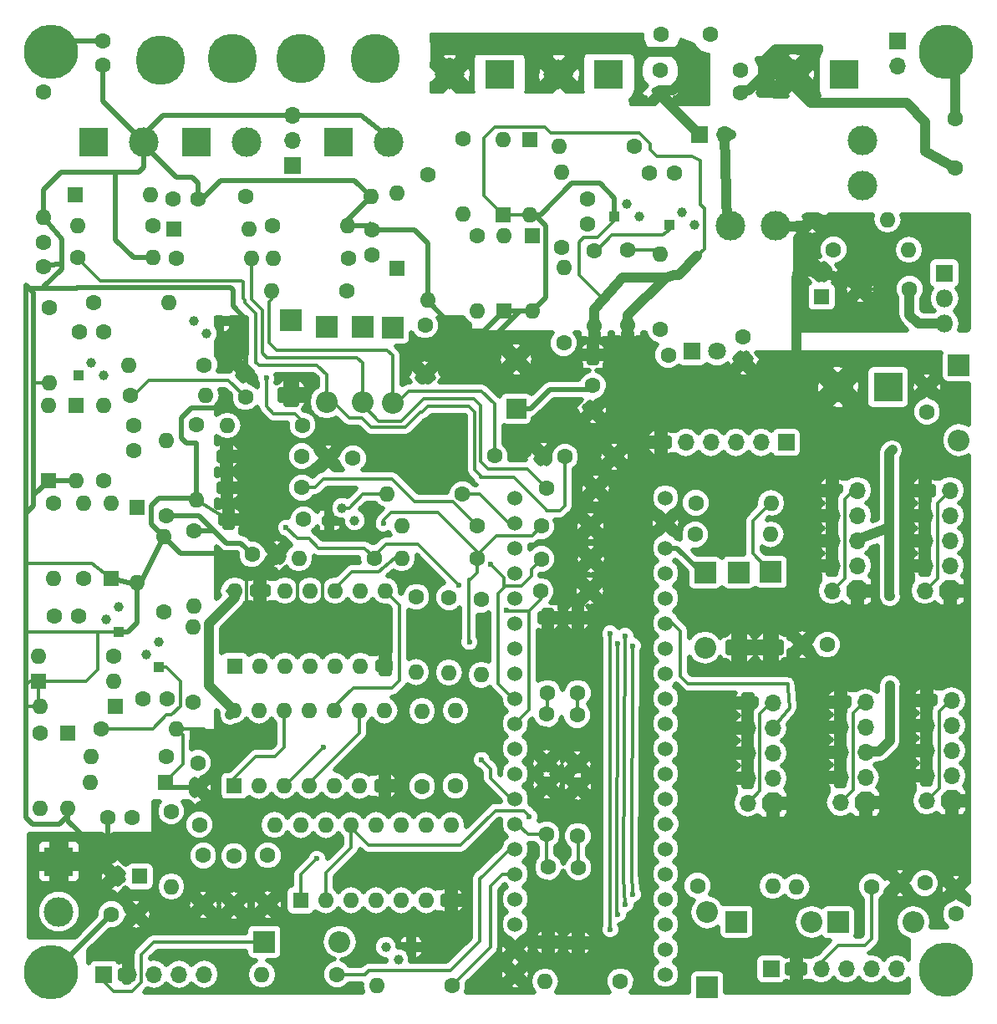
<source format=gbr>
G04 #@! TF.FileFunction,Copper,L1,Top,Signal*
%FSLAX46Y46*%
G04 Gerber Fmt 4.6, Leading zero omitted, Abs format (unit mm)*
G04 Created by KiCad (PCBNEW 4.0.7) date 02/17/19 23:44:25*
%MOMM*%
%LPD*%
G01*
G04 APERTURE LIST*
%ADD10C,0.100000*%
%ADD11C,1.600000*%
%ADD12O,1.600000X1.600000*%
%ADD13R,1.700000X1.700000*%
%ADD14O,1.700000X1.700000*%
%ADD15R,2.200000X2.200000*%
%ADD16O,2.200000X2.200000*%
%ADD17C,1.000000*%
%ADD18R,1.000000X1.000000*%
%ADD19R,1.600000X1.600000*%
%ADD20R,2.000000X2.000000*%
%ADD21C,2.000000*%
%ADD22R,3.000000X3.000000*%
%ADD23C,3.000000*%
%ADD24C,5.500000*%
%ADD25C,5.000000*%
%ADD26R,1.800000X1.800000*%
%ADD27C,1.800000*%
%ADD28O,1.800000X1.800000*%
%ADD29C,1.524000*%
%ADD30C,0.600000*%
%ADD31C,0.350000*%
%ADD32C,0.500000*%
%ADD33C,1.000000*%
%ADD34C,0.250000*%
G04 APERTURE END LIST*
D10*
D11*
X120924320Y-62753240D03*
D12*
X113304320Y-62753240D03*
D11*
X96558100Y-44475400D03*
D12*
X96558100Y-57175400D03*
D13*
X140081000Y-86614000D03*
D14*
X137541000Y-86614000D03*
X140081000Y-84074000D03*
X137541000Y-84074000D03*
X140081000Y-81534000D03*
X137541000Y-81534000D03*
X140081000Y-78994000D03*
X137541000Y-78994000D03*
X140081000Y-76454000D03*
X137541000Y-76454000D03*
D15*
X138135360Y-120192800D03*
D16*
X145755360Y-120192800D03*
D11*
X78105000Y-64516000D03*
X78105000Y-67016000D03*
X58674000Y-77724000D03*
D12*
X58674000Y-85344000D03*
D17*
X74168000Y-60579000D03*
X72898000Y-59309000D03*
D18*
X75438000Y-59309000D03*
D19*
X76962000Y-106375200D03*
D12*
X92202000Y-98755200D03*
X79502000Y-106375200D03*
X89662000Y-98755200D03*
X82042000Y-106375200D03*
X87122000Y-98755200D03*
X84582000Y-106375200D03*
X84582000Y-98755200D03*
X87122000Y-106375200D03*
X82042000Y-98755200D03*
X89662000Y-106375200D03*
X79502000Y-98755200D03*
X92202000Y-106375200D03*
X76962000Y-98755200D03*
D20*
X105511600Y-68199000D03*
D21*
X105511600Y-63199000D03*
D11*
X96281240Y-64734440D03*
X96281240Y-59734440D03*
D15*
X82702400Y-59182000D03*
D16*
X82702400Y-66802000D03*
D11*
X111760000Y-96977200D03*
D12*
X111760000Y-89357200D03*
D19*
X77025500Y-94234000D03*
D12*
X92265500Y-86614000D03*
X79565500Y-94234000D03*
X89725500Y-86614000D03*
X82105500Y-94234000D03*
X87185500Y-86614000D03*
X84645500Y-94234000D03*
X84645500Y-86614000D03*
X87185500Y-94234000D03*
X82105500Y-86614000D03*
X89725500Y-94234000D03*
X79565500Y-86614000D03*
X92265500Y-94234000D03*
X77025500Y-86614000D03*
D17*
X63997840Y-89507060D03*
X65267840Y-88237060D03*
D18*
X65267840Y-90777060D03*
D11*
X99364800Y-106375200D03*
D12*
X99364800Y-98755200D03*
D11*
X108585000Y-76276200D03*
X113585000Y-76276200D03*
D15*
X89956640Y-59893200D03*
D16*
X89956640Y-67513200D03*
D15*
X93040200Y-59969400D03*
D16*
X93040200Y-67589400D03*
D19*
X83693000Y-117983000D03*
D12*
X98933000Y-110363000D03*
X86233000Y-117983000D03*
X96393000Y-110363000D03*
X88773000Y-117983000D03*
X93853000Y-110363000D03*
X91313000Y-117983000D03*
X91313000Y-110363000D03*
X93853000Y-117983000D03*
X88773000Y-110363000D03*
X96393000Y-117983000D03*
X86233000Y-110363000D03*
X98933000Y-117983000D03*
X83693000Y-110363000D03*
D22*
X87553800Y-41148000D03*
D23*
X92633800Y-41148000D03*
D11*
X78105000Y-46710600D03*
D12*
X90805000Y-46710600D03*
D22*
X138772900Y-34366200D03*
D23*
X133692900Y-34366200D03*
D19*
X60960000Y-67818000D03*
D12*
X60960000Y-75438000D03*
D19*
X70799960Y-49956720D03*
D12*
X78419960Y-49956720D03*
D19*
X93421200Y-53990240D03*
D12*
X93421200Y-46370240D03*
D19*
X58166000Y-75438000D03*
D12*
X58166000Y-67818000D03*
D19*
X107177840Y-50637440D03*
D12*
X107177840Y-58257440D03*
D22*
X73152000Y-41148000D03*
D23*
X78232000Y-41148000D03*
D24*
X58420000Y-32004000D03*
X149098000Y-32004000D03*
X149098000Y-124968000D03*
D13*
X132867400Y-71602600D03*
D14*
X130327400Y-71602600D03*
X127787400Y-71602600D03*
X125247400Y-71602600D03*
X122707400Y-71602600D03*
X120167400Y-71602600D03*
D13*
X63754000Y-125476000D03*
D14*
X66294000Y-125476000D03*
X68834000Y-125476000D03*
X71374000Y-125476000D03*
X73914000Y-125476000D03*
D25*
X69494400Y-32882840D03*
X83667600Y-32730440D03*
X76774040Y-32730440D03*
X91252040Y-32730440D03*
D22*
X114884200Y-34340800D03*
D23*
X109804200Y-34340800D03*
X140589000Y-41021000D03*
X140589000Y-45591000D03*
X127190500Y-49657000D03*
X131760500Y-49657000D03*
D22*
X103822500Y-34340800D03*
D23*
X98742500Y-34340800D03*
D15*
X124663200Y-84772500D03*
D16*
X124663200Y-92392500D03*
D15*
X80010000Y-122174000D03*
D16*
X87630000Y-122174000D03*
D11*
X123723400Y-77724000D03*
D12*
X131343400Y-77724000D03*
D11*
X123659900Y-80911700D03*
D12*
X131279900Y-80911700D03*
D11*
X63754000Y-75438000D03*
D12*
X63754000Y-67818000D03*
D11*
X88569800Y-52974240D03*
D12*
X80949800Y-52974240D03*
D11*
X61132720Y-52890420D03*
D12*
X68752720Y-52890420D03*
D11*
X87376000Y-125476000D03*
D12*
X79756000Y-125476000D03*
D11*
X73418700Y-110337600D03*
D12*
X81038700Y-110337600D03*
D11*
X70104000Y-78994000D03*
D12*
X70104000Y-71374000D03*
D11*
X70576440Y-108966000D03*
D12*
X70576440Y-116586000D03*
D11*
X71079360Y-52918360D03*
D12*
X78699360Y-52918360D03*
D11*
X73152000Y-69799200D03*
D12*
X73152000Y-77419200D03*
D11*
X88402160Y-56271160D03*
D12*
X80782160Y-56271160D03*
D11*
X58257440Y-57947560D03*
D12*
X58257440Y-65567560D03*
D11*
X73914000Y-63754000D03*
D12*
X66294000Y-63754000D03*
D11*
X66421000Y-66802000D03*
D12*
X74041000Y-66802000D03*
D11*
X101574600Y-50673000D03*
D12*
X101574600Y-58293000D03*
D11*
X120142000Y-60182760D03*
D12*
X120142000Y-52562760D03*
D11*
X116814600Y-52082700D03*
D12*
X116814600Y-59702700D03*
D11*
X99034600Y-126593600D03*
D12*
X91414600Y-126593600D03*
D11*
X141541500Y-116586000D03*
D12*
X133921500Y-116586000D03*
D11*
X123901200Y-116509800D03*
D12*
X131521200Y-116509800D03*
D19*
X67401440Y-115559840D03*
D11*
X64901440Y-115559840D03*
D22*
X59182000Y-114046000D03*
D23*
X59182000Y-119126000D03*
D17*
X93586300Y-123977400D03*
X92316300Y-122707400D03*
D18*
X94856300Y-122707400D03*
D26*
X123327160Y-62362080D03*
D27*
X125867160Y-62362080D03*
D11*
X80802480Y-49621440D03*
D12*
X88422480Y-49621440D03*
D11*
X70065900Y-103441500D03*
D12*
X62445900Y-103441500D03*
D11*
X98719640Y-87289640D03*
D12*
X98719640Y-94909640D03*
D11*
X113461800Y-52197000D03*
D12*
X113461800Y-59817000D03*
D11*
X72771000Y-97917000D03*
D12*
X72771000Y-90297000D03*
D13*
X124053600Y-40424100D03*
D14*
X126593600Y-40424100D03*
D13*
X144170400Y-30962600D03*
D14*
X144170400Y-33502600D03*
D19*
X60807600Y-46558200D03*
D12*
X68427600Y-46558200D03*
D22*
X62738000Y-41148000D03*
D23*
X67818000Y-41148000D03*
D11*
X57658000Y-36068000D03*
D12*
X57658000Y-48768000D03*
D11*
X68694300Y-49682400D03*
D12*
X61074300Y-49682400D03*
D11*
X95986600Y-106426000D03*
D12*
X95986600Y-98806000D03*
D11*
X111815880Y-114665760D03*
D12*
X111815880Y-122285760D03*
D11*
X108762800Y-114604800D03*
D12*
X108762800Y-122224800D03*
D11*
X101996240Y-87518240D03*
D12*
X101996240Y-95138240D03*
D11*
X83870800Y-69875400D03*
D12*
X76250800Y-69875400D03*
D15*
X86299040Y-59893200D03*
D16*
X86299040Y-67513200D03*
D11*
X108712000Y-96977200D03*
D12*
X108712000Y-89357200D03*
D11*
X111760000Y-111455200D03*
X111760000Y-106455200D03*
X108610400Y-111302800D03*
X108610400Y-106302800D03*
X111709200Y-99212400D03*
X111709200Y-104212400D03*
X108610400Y-99110800D03*
X108610400Y-104110800D03*
X140360400Y-56057800D03*
X145360400Y-56057800D03*
X80352900Y-118414800D03*
X80352900Y-113414800D03*
D19*
X104282240Y-58293000D03*
D12*
X104282240Y-50673000D03*
D19*
X64897000Y-98298000D03*
D12*
X57277000Y-98298000D03*
D19*
X57150000Y-95758000D03*
D12*
X64770000Y-95758000D03*
D11*
X103327200Y-72969120D03*
X108327200Y-72969120D03*
X110459520Y-73050400D03*
X115459520Y-73050400D03*
X76936600Y-113487200D03*
X76936600Y-118487200D03*
X73812400Y-113436400D03*
X73812400Y-118436400D03*
D17*
X62484000Y-63500000D03*
X63754000Y-64770000D03*
D18*
X61214000Y-64770000D03*
D17*
X122326400Y-48260000D03*
X123596400Y-49530000D03*
D18*
X121056400Y-49530000D03*
D17*
X68072000Y-93091000D03*
X69342000Y-91821000D03*
D18*
X69342000Y-94361000D03*
D17*
X116751100Y-47485300D03*
X118021100Y-48755300D03*
D18*
X115481100Y-48755300D03*
D11*
X69850000Y-88773000D03*
D12*
X69850000Y-81153000D03*
D11*
X110083600Y-51866800D03*
D12*
X110083600Y-44246800D03*
D11*
X63500000Y-100584000D03*
D12*
X71120000Y-100584000D03*
D11*
X110337600Y-61531500D03*
D12*
X110337600Y-53911500D03*
D11*
X72898000Y-80518000D03*
D12*
X72898000Y-88138000D03*
D11*
X116062760Y-126177040D03*
D12*
X108442760Y-126177040D03*
D11*
X101600000Y-80073500D03*
D12*
X93980000Y-80073500D03*
D11*
X101536500Y-83312000D03*
D12*
X93916500Y-83312000D03*
D11*
X91122500Y-83312000D03*
D12*
X83502500Y-83312000D03*
D11*
X83997800Y-79400400D03*
D12*
X76377800Y-79400400D03*
D11*
X83820000Y-76174600D03*
D12*
X76200000Y-76174600D03*
D11*
X83794600Y-72999600D03*
D12*
X76174600Y-72999600D03*
D17*
X87884000Y-78232000D03*
X89154000Y-79502000D03*
D18*
X86614000Y-79502000D03*
D11*
X95402400Y-87233760D03*
D12*
X95402400Y-94853760D03*
D11*
X100076000Y-76835000D03*
D12*
X92456000Y-76835000D03*
D19*
X136461500Y-56832500D03*
D11*
X136461500Y-54332500D03*
X135509000Y-49037240D03*
D12*
X143129000Y-49037240D03*
D11*
X137668000Y-52070000D03*
D12*
X145288000Y-52070000D03*
D26*
X148907500Y-54483000D03*
D28*
X148907500Y-57023000D03*
X148907500Y-59563000D03*
D15*
X150368000Y-63754000D03*
D16*
X150368000Y-71374000D03*
D19*
X60121800Y-101003100D03*
D12*
X60121800Y-108623100D03*
D19*
X106898440Y-40904160D03*
D12*
X106898440Y-48524160D03*
D19*
X69951600Y-106032300D03*
D12*
X62331600Y-106032300D03*
D19*
X104195880Y-48585120D03*
D12*
X104195880Y-40965120D03*
D19*
X67111880Y-78148180D03*
D12*
X67111880Y-85768180D03*
D19*
X64516000Y-85344000D03*
D12*
X64516000Y-77724000D03*
D11*
X57302400Y-101003100D03*
D12*
X57302400Y-108623100D03*
D11*
X100164900Y-40843200D03*
D12*
X100164900Y-48463200D03*
D11*
X61722000Y-85344000D03*
D12*
X61722000Y-77724000D03*
D11*
X66802000Y-72390000D03*
X66802000Y-69890000D03*
X63759080Y-60434220D03*
X61259080Y-60434220D03*
X112745520Y-49453800D03*
X112745520Y-46953800D03*
X67691000Y-97536000D03*
X70191000Y-97536000D03*
X119024400Y-44343320D03*
X121524400Y-44343320D03*
X73253600Y-106565700D03*
X73253600Y-104065700D03*
X64135000Y-109601000D03*
X66635000Y-109601000D03*
X113284000Y-68326000D03*
X113284000Y-65826000D03*
X58724800Y-89204800D03*
X61224800Y-89204800D03*
X86487000Y-73215500D03*
X88987000Y-73215500D03*
X81280000Y-82931000D03*
X78780000Y-82931000D03*
X113055400Y-80086200D03*
X108055400Y-80086200D03*
X113080800Y-83413600D03*
X108080800Y-83413600D03*
X112979200Y-86639400D03*
X107979200Y-86639400D03*
X64770000Y-93218000D03*
D12*
X57150000Y-93218000D03*
D11*
X117515640Y-41630600D03*
D12*
X109895640Y-41630600D03*
D11*
X62738000Y-57404000D03*
D12*
X70358000Y-57404000D03*
D11*
X70789800Y-46939200D03*
X73289800Y-46939200D03*
X90932000Y-52578000D03*
X90932000Y-50078000D03*
X57658000Y-51308000D03*
X57658000Y-53808000D03*
D29*
X105410000Y-77216000D03*
X105410000Y-79756000D03*
X105410000Y-82296000D03*
X105410000Y-84836000D03*
X105410000Y-87376000D03*
X105410000Y-89916000D03*
X105410000Y-92456000D03*
X105410000Y-94996000D03*
X105410000Y-97536000D03*
X105410000Y-100076000D03*
X105410000Y-102616000D03*
X105410000Y-105156000D03*
X105410000Y-107696000D03*
X105410000Y-110236000D03*
X105410000Y-112776000D03*
X105410000Y-115316000D03*
X105410000Y-117856000D03*
X105410000Y-120396000D03*
X105410000Y-122936000D03*
X105410000Y-125476000D03*
X120650000Y-77216000D03*
X120650000Y-79756000D03*
X120650000Y-82296000D03*
X120650000Y-84836000D03*
X120650000Y-87376000D03*
X120650000Y-89916000D03*
X120650000Y-92456000D03*
X120650000Y-94996000D03*
X120650000Y-97536000D03*
X120650000Y-100076000D03*
X120650000Y-102616000D03*
X120650000Y-105156000D03*
X120650000Y-107696000D03*
X120650000Y-110236000D03*
X120650000Y-112776000D03*
X120650000Y-115316000D03*
X120650000Y-117856000D03*
X120650000Y-120396000D03*
X120650000Y-122936000D03*
X120650000Y-125476000D03*
D15*
X127833120Y-120152160D03*
D16*
X135453120Y-120152160D03*
D15*
X124866400Y-126817120D03*
D16*
X124866400Y-119197120D03*
D11*
X125222000Y-30289500D03*
X120222000Y-30289500D03*
X128206500Y-33921700D03*
X120078500Y-33921700D03*
X128206500Y-36207700D03*
X120078500Y-36207700D03*
D13*
X131330700Y-124929900D03*
D14*
X133870700Y-124929900D03*
X136410700Y-124929900D03*
X138950700Y-124929900D03*
X141490700Y-124929900D03*
X144030700Y-124929900D03*
D11*
X147129500Y-68516500D03*
X147129500Y-66016500D03*
X128524000Y-60896500D03*
X128524000Y-63396500D03*
X137033000Y-92075000D03*
X134533000Y-92075000D03*
X146908520Y-116230400D03*
X144408520Y-116230400D03*
D13*
X149479000Y-86614000D03*
D14*
X146939000Y-86614000D03*
X149479000Y-84074000D03*
X146939000Y-84074000D03*
X149479000Y-81534000D03*
X146939000Y-81534000D03*
X149479000Y-78994000D03*
X146939000Y-78994000D03*
X149479000Y-76454000D03*
X146939000Y-76454000D03*
D13*
X140906500Y-108077000D03*
D14*
X138366500Y-108077000D03*
X140906500Y-105537000D03*
X138366500Y-105537000D03*
X140906500Y-102997000D03*
X138366500Y-102997000D03*
X140906500Y-100457000D03*
X138366500Y-100457000D03*
X140906500Y-97917000D03*
X138366500Y-97917000D03*
D13*
X149646640Y-107904280D03*
D14*
X147106640Y-107904280D03*
X149646640Y-105364280D03*
X147106640Y-105364280D03*
X149646640Y-102824280D03*
X147106640Y-102824280D03*
X149646640Y-100284280D03*
X147106640Y-100284280D03*
X149646640Y-97744280D03*
X147106640Y-97744280D03*
D13*
X131521200Y-108153200D03*
D14*
X128981200Y-108153200D03*
X131521200Y-105613200D03*
X128981200Y-105613200D03*
X131521200Y-103073200D03*
X128981200Y-103073200D03*
X131521200Y-100533200D03*
X128981200Y-100533200D03*
X131521200Y-97993200D03*
X128981200Y-97993200D03*
D11*
X64510920Y-119395240D03*
X67010920Y-119395240D03*
X150075900Y-119367300D03*
X150075900Y-116867300D03*
D24*
X58420000Y-125285500D03*
D11*
X149961600Y-43815000D03*
X149961600Y-38815000D03*
X63667640Y-30901640D03*
X63667640Y-33401640D03*
D15*
X131318000Y-84709000D03*
D16*
X131318000Y-92329000D03*
D15*
X128079500Y-84772500D03*
D16*
X128079500Y-92392500D03*
D22*
X143192500Y-65976500D03*
D23*
X138112500Y-65976500D03*
D13*
X82829400Y-43586400D03*
D14*
X82829400Y-41046400D03*
X82829400Y-38506400D03*
D30*
X150622000Y-49149000D03*
X149098000Y-51181000D03*
X147574000Y-51181000D03*
X146812000Y-50419000D03*
X145669000Y-49530000D03*
X142621000Y-50673000D03*
X141732000Y-50800000D03*
X139446000Y-50673000D03*
X138811000Y-50038000D03*
X138049000Y-50165000D03*
X142316200Y-54076600D03*
X142875000Y-55321200D03*
X142341600Y-55981600D03*
X139115800Y-59436000D03*
X138455400Y-59944000D03*
X137693400Y-60020200D03*
X135636000Y-60198000D03*
X134162800Y-60198000D03*
X133807200Y-59105800D03*
X133705600Y-57277000D03*
X133654800Y-55753000D03*
X134086600Y-54000400D03*
X133858000Y-52705000D03*
X135529320Y-51831240D03*
X96266000Y-69443600D03*
X116586000Y-91186000D03*
X116586000Y-118364000D03*
X115824000Y-91948000D03*
X115824000Y-119380000D03*
X115062000Y-90932000D03*
X115062000Y-120904000D03*
X117348000Y-117348000D03*
X117348000Y-92202000D03*
X85344000Y-113766600D03*
X106845100Y-109524800D03*
X80213200Y-65100200D03*
X101996240Y-103748840D03*
X85973920Y-102514400D03*
X92080080Y-79811880D03*
X100777040Y-91821000D03*
X102910640Y-83972400D03*
X82219800Y-80238600D03*
X104510840Y-88585040D03*
X99745800Y-86065360D03*
X143611600Y-72364600D03*
X143398240Y-96189800D03*
X143388080Y-87172800D03*
D31*
X101930200Y-67818000D02*
X101904800Y-67818000D01*
X101949250Y-69373750D02*
X101930200Y-69354700D01*
X101930200Y-69354700D02*
X101930200Y-67818000D01*
X101949250Y-73564750D02*
X101949250Y-69373750D01*
X96139000Y-67157600D02*
X93865700Y-69430900D01*
X101244400Y-67157600D02*
X96139000Y-67157600D01*
X101904800Y-67818000D02*
X101244400Y-67157600D01*
X101949250Y-73564750D02*
X102704900Y-74320400D01*
X91605100Y-69430900D02*
X93865700Y-69430900D01*
X89956640Y-67782440D02*
X91605100Y-69430900D01*
X79771170Y-61716719D02*
X79771170Y-58205990D01*
X79771170Y-58205990D02*
X78699360Y-57134180D01*
X79771240Y-61716920D02*
X79771240Y-62499240D01*
X89956640Y-63540640D02*
X89956640Y-67513200D01*
X89408000Y-62992000D02*
X89956640Y-63540640D01*
X80264000Y-62992000D02*
X89408000Y-62992000D01*
X79771240Y-62499240D02*
X80264000Y-62992000D01*
X78699360Y-52918360D02*
X78699360Y-57134180D01*
X79771170Y-61716719D02*
X79771240Y-61716920D01*
D32*
X78699360Y-52918360D02*
X78699360Y-53218080D01*
D31*
X106629200Y-74320400D02*
X108585000Y-76276200D01*
X102704900Y-74320400D02*
X106629200Y-74320400D01*
X89956640Y-67513200D02*
X89956640Y-67782440D01*
X89956640Y-67513200D02*
X90258900Y-67513200D01*
X94615000Y-66395600D02*
X102006400Y-66395600D01*
X102006400Y-66395600D02*
X103327200Y-67716400D01*
X93040200Y-67589400D02*
X93421200Y-67589400D01*
X93421200Y-67589400D02*
X94615000Y-66395600D01*
X103327200Y-67716400D02*
X103327200Y-72969120D01*
X80523080Y-57360820D02*
X80523080Y-61473080D01*
X93040200Y-62814200D02*
X93040200Y-67589400D01*
X92456000Y-62230000D02*
X93040200Y-62814200D01*
X81280000Y-62230000D02*
X92456000Y-62230000D01*
X80523080Y-61473080D02*
X81280000Y-62230000D01*
X80782160Y-56271160D02*
X80782160Y-57101740D01*
X80782160Y-57101740D02*
X80523080Y-57360820D01*
X103327200Y-72969120D02*
X103327200Y-72400160D01*
X131521200Y-97993200D02*
X131292600Y-97993200D01*
X131292600Y-97993200D02*
X130225800Y-99060000D01*
X130225800Y-106908600D02*
X128981200Y-108153200D01*
X130225800Y-99060000D02*
X130225800Y-106908600D01*
X140906500Y-97917000D02*
X140792200Y-97917000D01*
X140792200Y-97917000D02*
X139674600Y-99034600D01*
X139674600Y-106768900D02*
X138366500Y-108077000D01*
X139674600Y-99034600D02*
X139674600Y-106768900D01*
X149479000Y-76454000D02*
X149479000Y-76517500D01*
X149479000Y-76517500D02*
X148209000Y-77787500D01*
X148209000Y-85344000D02*
X146939000Y-86614000D01*
X148209000Y-77787500D02*
X148209000Y-85344000D01*
X140081000Y-76454000D02*
X139700000Y-76454000D01*
X139700000Y-76454000D02*
X138811000Y-77343000D01*
X138811000Y-85344000D02*
X137541000Y-86614000D01*
X138811000Y-77343000D02*
X138811000Y-85344000D01*
X128981200Y-108153200D02*
X128996440Y-108153200D01*
X131914900Y-97993200D02*
X131521200Y-97993200D01*
X140906500Y-97917000D02*
X140906500Y-98145600D01*
X149646640Y-97744280D02*
X149486620Y-97744280D01*
X149486620Y-97744280D02*
X148361400Y-98869500D01*
X148361400Y-98869500D02*
X148361400Y-106649520D01*
X148361400Y-106649520D02*
X147106640Y-107904280D01*
X149479000Y-76454000D02*
X149479000Y-76728320D01*
X140081000Y-76454000D02*
X140081000Y-76547980D01*
D32*
X105511600Y-68199000D02*
X106997500Y-68199000D01*
X108966000Y-66230500D02*
X112879500Y-66230500D01*
X106997500Y-68199000D02*
X108966000Y-66230500D01*
X112879500Y-66230500D02*
X113284000Y-65826000D01*
D31*
X66421000Y-66802000D02*
X66802000Y-66802000D01*
X66802000Y-66802000D02*
X68326000Y-65278000D01*
X76367000Y-65278000D02*
X78105000Y-67016000D01*
X68326000Y-65278000D02*
X76367000Y-65278000D01*
D32*
X72898000Y-80518000D02*
X74676000Y-80518000D01*
X74676000Y-80518000D02*
X74676000Y-80264000D01*
X70104000Y-78994000D02*
X73406000Y-78994000D01*
X77637000Y-81788000D02*
X78780000Y-82931000D01*
X76200000Y-81788000D02*
X77637000Y-81788000D01*
X73406000Y-78994000D02*
X74676000Y-80264000D01*
X74676000Y-80264000D02*
X76200000Y-81788000D01*
D33*
X76530200Y-99187000D02*
X76962000Y-98755200D01*
X77025500Y-86614000D02*
X77025500Y-87312500D01*
X77025500Y-87312500D02*
X74422000Y-89916000D01*
X74422000Y-96215200D02*
X76962000Y-98755200D01*
X74422000Y-89916000D02*
X74422000Y-96215200D01*
D32*
X76530200Y-99187000D02*
X76962000Y-98755200D01*
X77025500Y-86614000D02*
X76304140Y-86614000D01*
X82829400Y-38506400D02*
X89827100Y-38506400D01*
X89827100Y-38506400D02*
X92633800Y-40673020D01*
X92633800Y-40673020D02*
X92633800Y-41148000D01*
X67818000Y-41148000D02*
X67818000Y-40424100D01*
X67818000Y-40424100D02*
X69735700Y-38506400D01*
X69735700Y-38506400D02*
X82829400Y-38506400D01*
X96558100Y-57175400D02*
X96558100Y-57274460D01*
X96558100Y-57274460D02*
X99578160Y-60294520D01*
X102280720Y-60294520D02*
X104282240Y-58293000D01*
X99578160Y-60294520D02*
X102280720Y-60294520D01*
X90932000Y-50078000D02*
X95229040Y-50078000D01*
X96558100Y-51407060D02*
X96558100Y-57175400D01*
X95229040Y-50078000D02*
X96558100Y-51407060D01*
D33*
X136461500Y-54332500D02*
X134453000Y-54332500D01*
X133921500Y-54864000D02*
X133921500Y-62547500D01*
X134453000Y-54332500D02*
X133921500Y-54864000D01*
D32*
X73289800Y-46939200D02*
X73680320Y-46939200D01*
X73680320Y-46939200D02*
X75580240Y-45039280D01*
X89133680Y-45039280D02*
X90805000Y-46710600D01*
X75580240Y-45039280D02*
X89133680Y-45039280D01*
X63667640Y-33401640D02*
X63667640Y-36997640D01*
X63667640Y-36997640D02*
X67818000Y-41148000D01*
X59484260Y-53340000D02*
X59484260Y-51041300D01*
X59484260Y-51041300D02*
X57658000Y-48768000D01*
X57658000Y-48768000D02*
X57658000Y-45974000D01*
X57658000Y-45974000D02*
X59436000Y-44196000D01*
X59436000Y-44196000D02*
X64922400Y-44196000D01*
X67818000Y-41148000D02*
X67818000Y-40812720D01*
D31*
X150622000Y-49657000D02*
X150622000Y-49149000D01*
X149098000Y-51181000D02*
X150622000Y-49657000D01*
X146812000Y-50419000D02*
X147574000Y-51181000D01*
X145415000Y-49530000D02*
X145669000Y-49530000D01*
X144018000Y-50927000D02*
X145415000Y-49530000D01*
X142875000Y-50927000D02*
X144018000Y-50927000D01*
X142621000Y-50673000D02*
X142875000Y-50927000D01*
X139573000Y-50800000D02*
X141732000Y-50800000D01*
X139446000Y-50673000D02*
X139573000Y-50800000D01*
X138176000Y-50038000D02*
X138811000Y-50038000D01*
X138049000Y-50165000D02*
X138176000Y-50038000D01*
D33*
X132840000Y-49720500D02*
X134889240Y-49657000D01*
X134889240Y-49657000D02*
X135509000Y-49037240D01*
D31*
X124206000Y-43053000D02*
X124206000Y-47498000D01*
X124587000Y-51993800D02*
X123850676Y-52730124D01*
X124587000Y-47879000D02*
X124587000Y-51993800D01*
X124206000Y-47498000D02*
X124587000Y-47879000D01*
X119799100Y-42608500D02*
X123317000Y-42608500D01*
X119100600Y-41910000D02*
X119799100Y-42608500D01*
X119100600Y-41338500D02*
X119100600Y-41910000D01*
X118033800Y-40271700D02*
X119100600Y-41338500D01*
X109054900Y-40271700D02*
X118033800Y-40271700D01*
X108407200Y-39624000D02*
X109054900Y-40271700D01*
X102235000Y-40767000D02*
X102235000Y-46624240D01*
X104195880Y-48585120D02*
X102235000Y-46624240D01*
X102235000Y-40767000D02*
X103378000Y-39624000D01*
X123317000Y-42608500D02*
X124206000Y-43053000D01*
X103378000Y-39624000D02*
X108407200Y-39624000D01*
X140360400Y-56057800D02*
X142265400Y-56057800D01*
X142316200Y-54762400D02*
X142316200Y-54076600D01*
X142875000Y-55321200D02*
X142316200Y-54762400D01*
X142265400Y-56057800D02*
X142341600Y-55981600D01*
X137769600Y-59944000D02*
X138455400Y-59944000D01*
X137693400Y-60020200D02*
X137769600Y-59944000D01*
X134162800Y-60198000D02*
X135636000Y-60198000D01*
X133807200Y-57378600D02*
X133807200Y-59105800D01*
X133705600Y-57277000D02*
X133807200Y-57378600D01*
X133654800Y-54432200D02*
X133654800Y-55753000D01*
X134086600Y-54000400D02*
X133654800Y-54432200D01*
X135580120Y-51882040D02*
X133858000Y-52705000D01*
X135529320Y-51831240D02*
X135580120Y-51882040D01*
D33*
X136461500Y-54332500D02*
X139867000Y-55564400D01*
X139867000Y-55564400D02*
X140360400Y-56057800D01*
X121616221Y-54627579D02*
X121953221Y-54627579D01*
X121953221Y-54627579D02*
X123850676Y-52730124D01*
X135509000Y-49037240D02*
X139552680Y-48950880D01*
X139552680Y-48950880D02*
X140360400Y-49758600D01*
X140360400Y-49758600D02*
X140360400Y-56057800D01*
D31*
X57150000Y-95758000D02*
X61976000Y-95758000D01*
X63119000Y-94615000D02*
X63119000Y-90777060D01*
X61976000Y-95758000D02*
X63119000Y-94615000D01*
X57150000Y-95758000D02*
X56261000Y-95758000D01*
X56261000Y-95758000D02*
X55880000Y-96139000D01*
X57277000Y-98298000D02*
X55880000Y-98298000D01*
X57150000Y-95758000D02*
X57150000Y-98171000D01*
X57150000Y-98171000D02*
X57277000Y-98298000D01*
X65267840Y-90777060D02*
X63119000Y-90777060D01*
X63119000Y-90777060D02*
X55880000Y-90777060D01*
X55880000Y-90777060D02*
X55880000Y-90805000D01*
D32*
X73152000Y-77419200D02*
X72593200Y-77419200D01*
X72593200Y-77419200D02*
X72390000Y-77216000D01*
X72390000Y-77216000D02*
X69342000Y-77216000D01*
X69342000Y-77216000D02*
X68580000Y-77978000D01*
X68580000Y-77978000D02*
X68580000Y-79883000D01*
X68580000Y-79883000D02*
X69850000Y-81153000D01*
X64516000Y-85344000D02*
X66926460Y-85953600D01*
X66926460Y-85953600D02*
X67111880Y-85768180D01*
X65267840Y-90777060D02*
X66194940Y-90777060D01*
X67111880Y-89860120D02*
X67111880Y-85768180D01*
X66194940Y-90777060D02*
X67111880Y-89860120D01*
D31*
X66926460Y-85953600D02*
X67111880Y-85768180D01*
X106898440Y-48524160D02*
X104256840Y-48524160D01*
X104256840Y-48524160D02*
X104195880Y-48585120D01*
X121616221Y-54627579D02*
X121577100Y-54660800D01*
D33*
X120713500Y-54864000D02*
X121577100Y-54660800D01*
D31*
X71120000Y-100584000D02*
X73914000Y-100584000D01*
X73914000Y-100584000D02*
X74549000Y-101219000D01*
X69951600Y-106032300D02*
X69951600Y-105943400D01*
X69951600Y-105943400D02*
X71755000Y-104140000D01*
X71755000Y-101219000D02*
X71120000Y-100584000D01*
X71755000Y-104140000D02*
X71755000Y-101219000D01*
D32*
X57658000Y-53808000D02*
X59484260Y-53490500D01*
X59436000Y-53340000D02*
X59484260Y-53340000D01*
X59436000Y-53442240D02*
X59436000Y-53340000D01*
X59484260Y-53490500D02*
X59436000Y-53442240D01*
X67818000Y-41148000D02*
X67818000Y-41402000D01*
X67818000Y-41402000D02*
X71120000Y-44704000D01*
X73289800Y-45349800D02*
X73289800Y-46939200D01*
X72771000Y-44831000D02*
X73289800Y-45349800D01*
X71120000Y-44704000D02*
X72644000Y-44704000D01*
X88422480Y-49621440D02*
X90475440Y-49621440D01*
X90475440Y-49621440D02*
X90932000Y-50078000D01*
D31*
X58257440Y-65567560D02*
X56837580Y-65567560D01*
X56837580Y-65567560D02*
X56642000Y-65371980D01*
D32*
X56642000Y-56459120D02*
X56173380Y-55990500D01*
X55880000Y-55697120D02*
X56173380Y-55990500D01*
X56173380Y-55990500D02*
X57640220Y-55990500D01*
X57640220Y-55990500D02*
X60971420Y-55990500D01*
X78105000Y-59309000D02*
X78232000Y-59182000D01*
X68885118Y-55880934D02*
X76581934Y-55880934D01*
X76835000Y-57785000D02*
X78232000Y-59182000D01*
X76835000Y-56134000D02*
X76835000Y-57785000D01*
X76581934Y-55880934D02*
X76835000Y-56134000D01*
X68885118Y-55880934D02*
X61041280Y-55920640D01*
X78105000Y-59309000D02*
X78105000Y-64516000D01*
X60971420Y-55990500D02*
X61041280Y-55920640D01*
X73152000Y-77419200D02*
X73152000Y-71628000D01*
X72644000Y-68072000D02*
X76200000Y-68072000D01*
X71628000Y-69088000D02*
X72644000Y-68072000D01*
X71628000Y-71120000D02*
X71628000Y-69088000D01*
X72136000Y-71628000D02*
X71628000Y-71120000D01*
X73152000Y-71628000D02*
X72136000Y-71628000D01*
X60121800Y-108623100D02*
X60121800Y-109918500D01*
X60121800Y-109918500D02*
X61988700Y-111785400D01*
X64135000Y-109601000D02*
X64135000Y-111747300D01*
X64135000Y-111747300D02*
X64414400Y-112026700D01*
X73253600Y-106565700D02*
X70485000Y-106565700D01*
X70485000Y-106565700D02*
X69951600Y-106032300D01*
X60121800Y-108623100D02*
X60121800Y-109423200D01*
X55880000Y-109601000D02*
X56515000Y-110236000D01*
X56515000Y-110236000D02*
X59118500Y-110236000D01*
X59118500Y-110236000D02*
X59336609Y-110208391D01*
X55880000Y-98298000D02*
X55880000Y-109601000D01*
X60121800Y-109423200D02*
X59336609Y-110208391D01*
D31*
X65112900Y-90932000D02*
X65267840Y-90777060D01*
X55880000Y-83820000D02*
X62560200Y-83820000D01*
X62560200Y-83820000D02*
X64516000Y-85344000D01*
X65267840Y-90777060D02*
X65496440Y-90777060D01*
D32*
X69850000Y-81153000D02*
X71501000Y-82804000D01*
X75311000Y-82804000D02*
X75438000Y-82931000D01*
X71501000Y-82804000D02*
X75311000Y-82804000D01*
D31*
X69850000Y-81153000D02*
X70231000Y-81153000D01*
X115481100Y-48755300D02*
X115481100Y-49131220D01*
X115481100Y-49131220D02*
X113771680Y-50840640D01*
X114367929Y-57106169D02*
X114367929Y-57106170D01*
X111881920Y-54620160D02*
X114367929Y-57106169D01*
X111881920Y-51308000D02*
X111881920Y-54620160D01*
X112349280Y-50840640D02*
X111881920Y-51308000D01*
X113771680Y-50840640D02*
X112349280Y-50840640D01*
D32*
X106898440Y-48524160D02*
X107990640Y-48524160D01*
X115481100Y-46824900D02*
X115481100Y-48755300D01*
X113995200Y-45339000D02*
X115481100Y-46824900D01*
X111175800Y-45339000D02*
X113995200Y-45339000D01*
X107990640Y-48524160D02*
X111175800Y-45339000D01*
X115249960Y-48524160D02*
X115481100Y-48755300D01*
X60960000Y-75438000D02*
X58166000Y-75438000D01*
X58674000Y-75946000D02*
X58166000Y-75438000D01*
X58166000Y-75438000D02*
X57099200Y-76454000D01*
X57099200Y-76454000D02*
X56642000Y-76911200D01*
X106898440Y-48524160D02*
X107393740Y-48524160D01*
X107393740Y-48524160D02*
X108518960Y-49677320D01*
X108518960Y-49677320D02*
X108518960Y-56944260D01*
X108518960Y-56944260D02*
X107177840Y-58257440D01*
X107177840Y-58257440D02*
X105915460Y-58257440D01*
X105915460Y-58257440D02*
X103555800Y-60617100D01*
X104282240Y-58293000D02*
X107142280Y-58293000D01*
X107142280Y-58293000D02*
X107177840Y-58257440D01*
X90766900Y-49444900D02*
X90932000Y-49610000D01*
X88422480Y-49621440D02*
X88422480Y-49093120D01*
X88422480Y-49093120D02*
X90805000Y-46710600D01*
X68752720Y-52890420D02*
X66758820Y-52890420D01*
X64922400Y-51054000D02*
X64922400Y-44196000D01*
X66758820Y-52890420D02*
X64922400Y-51054000D01*
X57640220Y-55990500D02*
X57640220Y-55824120D01*
X59484260Y-54091840D02*
X59484260Y-53340000D01*
X57640220Y-55824120D02*
X59484260Y-54091840D01*
X67818000Y-43688000D02*
X67818000Y-41148000D01*
X67310000Y-44196000D02*
X67818000Y-43688000D01*
X64922400Y-44196000D02*
X67310000Y-44196000D01*
X96266000Y-69443600D02*
X96672400Y-69443600D01*
D33*
X135366120Y-48894360D02*
X135509000Y-49037240D01*
D32*
X113461800Y-59817000D02*
X113461800Y-61544200D01*
D31*
X81280000Y-83875880D02*
X79796640Y-83875880D01*
X79796640Y-83875880D02*
X78206600Y-85465920D01*
X78206600Y-85465920D02*
X78206600Y-89463880D01*
X78206600Y-89463880D02*
X79212440Y-90469720D01*
X79212440Y-90469720D02*
X83235800Y-90469720D01*
X86476840Y-91922600D02*
X86476840Y-91196160D01*
X86476840Y-91196160D02*
X85943440Y-90662760D01*
X85943440Y-90662760D02*
X85943440Y-85384640D01*
X85943440Y-85384640D02*
X85440520Y-84881720D01*
X85440520Y-84881720D02*
X82788760Y-84881720D01*
X81280000Y-82931000D02*
X81280000Y-83875880D01*
X90525600Y-91922600D02*
X92265500Y-93662500D01*
X84968080Y-91922600D02*
X86476840Y-91922600D01*
X86476840Y-91922600D02*
X90525600Y-91922600D01*
X83403440Y-90357960D02*
X84968080Y-91922600D01*
X83403440Y-85496400D02*
X83403440Y-90357960D01*
X82565240Y-84658200D02*
X82788760Y-84881720D01*
X82788760Y-84881720D02*
X83403440Y-85496400D01*
X81864200Y-84658200D02*
X82565240Y-84658200D01*
X92265500Y-93662500D02*
X92265500Y-94234000D01*
D32*
X56642000Y-56459120D02*
X56642000Y-65371980D01*
X56642000Y-65371980D02*
X56642000Y-76911200D01*
X56642000Y-76911200D02*
X56642000Y-77978000D01*
X56642000Y-77978000D02*
X55880000Y-78740000D01*
X55880000Y-55697120D02*
X55880000Y-78740000D01*
X55880000Y-78740000D02*
X55880000Y-83820000D01*
X55880000Y-83820000D02*
X55880000Y-90805000D01*
X55880000Y-90805000D02*
X55880000Y-96139000D01*
X55880000Y-96139000D02*
X55880000Y-98298000D01*
D33*
X113461800Y-59817000D02*
X113461800Y-58140600D01*
X116332000Y-54864000D02*
X120713500Y-54864000D01*
X113461800Y-58140600D02*
X114367929Y-57106170D01*
X114367929Y-57106170D02*
X116332000Y-54864000D01*
X116814600Y-59702700D02*
X116840000Y-58737500D01*
X116840000Y-58737500D02*
X120713500Y-54864000D01*
D31*
X73152000Y-77419200D02*
X75806300Y-79082900D01*
D32*
X64300100Y-109435900D02*
X64135000Y-109601000D01*
X67086480Y-85920580D02*
X67416680Y-85920580D01*
X67416680Y-85920580D02*
X69850000Y-81153000D01*
X116814600Y-59702700D02*
X116840000Y-62230000D01*
X116840000Y-62230000D02*
X116890800Y-62280800D01*
D31*
X75806300Y-79082900D02*
X76187300Y-78701900D01*
D32*
X72644000Y-44704000D02*
X72771000Y-44831000D01*
D31*
X116382800Y-115722400D02*
X116586000Y-91186000D01*
X116586000Y-118364000D02*
X116382800Y-115722400D01*
X115697000Y-119253000D02*
X115824000Y-91948000D01*
X115824000Y-119380000D02*
X115697000Y-119253000D01*
X115011200Y-120853200D02*
X115062000Y-90932000D01*
X115062000Y-120904000D02*
X115011200Y-120853200D01*
X117195600Y-115189000D02*
X117348000Y-92202000D01*
X117348000Y-117348000D02*
X117195600Y-115189000D01*
X83693000Y-117983000D02*
X83693000Y-115392200D01*
X83693000Y-115392200D02*
X85318600Y-113766600D01*
X85318600Y-113766600D02*
X85344000Y-113766600D01*
D32*
X131279900Y-80911700D02*
X131706620Y-80911700D01*
D31*
X131343400Y-77724000D02*
X131318000Y-77724000D01*
X131318000Y-77724000D02*
X129476500Y-79565500D01*
X129476500Y-82867500D02*
X131318000Y-84709000D01*
X129476500Y-79565500D02*
X129476500Y-82867500D01*
X129113280Y-96012000D02*
X133032500Y-96075500D01*
X133223000Y-98488500D02*
X131521200Y-100533200D01*
X133096000Y-96456500D02*
X133223000Y-98488500D01*
X133032500Y-96075500D02*
X133096000Y-96456500D01*
X122174000Y-90678000D02*
X122174000Y-95250000D01*
X122174000Y-95250000D02*
X122936000Y-96012000D01*
X122936000Y-96012000D02*
X124968000Y-96012000D01*
X121412000Y-89916000D02*
X122174000Y-90678000D01*
X129113280Y-96012000D02*
X124968000Y-96012000D01*
X120650000Y-89916000D02*
X121412000Y-89916000D01*
X120650000Y-89916000D02*
X120726200Y-89916000D01*
X136410700Y-124929900D02*
X136410700Y-124269500D01*
X136410700Y-124269500D02*
X138137900Y-122542300D01*
X138137900Y-122542300D02*
X140855700Y-122542300D01*
X140855700Y-122542300D02*
X141541500Y-121856500D01*
X141541500Y-121856500D02*
X141541500Y-116586000D01*
X63754000Y-125476000D02*
X63754000Y-126217680D01*
X63754000Y-126217680D02*
X64719200Y-127182880D01*
X67543680Y-123444000D02*
X68813680Y-122174000D01*
X67543680Y-126248160D02*
X67543680Y-123444000D01*
X66608960Y-127182880D02*
X67543680Y-126248160D01*
X64719200Y-127182880D02*
X66608960Y-127182880D01*
X80010000Y-122174000D02*
X68813680Y-122174000D01*
X63754000Y-125272800D02*
X63754000Y-125476000D01*
X80010000Y-122174000D02*
X79756000Y-122174000D01*
X104902000Y-112776000D02*
X101993700Y-115684300D01*
X101803200Y-115785900D02*
X101993700Y-115595400D01*
X101803200Y-122148600D02*
X101803200Y-115785900D01*
X101993700Y-115595400D02*
X101993700Y-115684300D01*
X90182700Y-125476000D02*
X90563700Y-125095000D01*
X90563700Y-125095000D02*
X98856800Y-125095000D01*
X98856800Y-125095000D02*
X101803200Y-122148600D01*
X87376000Y-125476000D02*
X90182700Y-125476000D01*
X105410000Y-112776000D02*
X104902000Y-112776000D01*
X105410000Y-115316000D02*
X104140000Y-115316000D01*
X102908100Y-116547900D02*
X104140000Y-115316000D01*
X102908100Y-122745500D02*
X102908100Y-116547900D01*
X102908100Y-122745500D02*
X99060000Y-126593600D01*
X99034600Y-126593600D02*
X99060000Y-126593600D01*
X120650000Y-110236000D02*
X121335800Y-110236000D01*
X120662700Y-110248700D02*
X120650000Y-110236000D01*
D32*
X120650000Y-82296000D02*
X121843800Y-82296000D01*
X121843800Y-82296000D02*
X124320300Y-84772500D01*
X124320300Y-84772500D02*
X124663200Y-84772500D01*
D31*
X93624400Y-123939300D02*
X93586300Y-123977400D01*
X88773000Y-110363000D02*
X88773000Y-110591600D01*
X88773000Y-110591600D02*
X90589100Y-112407700D01*
X90589100Y-112407700D02*
X99898200Y-112407700D01*
X99898200Y-112407700D02*
X103428800Y-108877100D01*
X103428800Y-108877100D02*
X106337100Y-108877100D01*
X106337100Y-108877100D02*
X106845100Y-109385100D01*
X106845100Y-109385100D02*
X106845100Y-109524800D01*
X86233000Y-117983000D02*
X86233000Y-115214400D01*
X88773000Y-112674400D02*
X88773000Y-110363000D01*
X86233000Y-115214400D02*
X88773000Y-112674400D01*
D33*
X126593600Y-40424100D02*
X126911100Y-49377600D01*
X126911100Y-49377600D02*
X127190500Y-49657000D01*
X126593600Y-40424100D02*
X127317500Y-40424100D01*
D31*
X83870800Y-69875400D02*
X83870800Y-69443600D01*
X83870800Y-69443600D02*
X83108800Y-68681600D01*
X83108800Y-68681600D02*
X80949800Y-68681600D01*
X80949800Y-68681600D02*
X80213200Y-67945000D01*
X80213200Y-67945000D02*
X80213200Y-65100200D01*
D32*
X72771000Y-41021000D02*
X72771000Y-40132000D01*
X57658000Y-36068000D02*
X57658000Y-36601400D01*
D31*
X105410000Y-107696000D02*
X105029000Y-107696000D01*
X105029000Y-107696000D02*
X102910640Y-105577640D01*
X102910640Y-105577640D02*
X102910640Y-104663240D01*
X102910640Y-104663240D02*
X101996240Y-103748840D01*
X111815880Y-114665760D02*
X111810800Y-111506000D01*
X111810800Y-111506000D02*
X111760000Y-111455200D01*
X105410000Y-110236000D02*
X105664000Y-110236000D01*
X105664000Y-110236000D02*
X106730800Y-111302800D01*
X105537000Y-110236000D02*
X105410000Y-110236000D01*
X106730800Y-111302800D02*
X108610400Y-111302800D01*
X108610400Y-111302800D02*
X108610400Y-114452400D01*
X108610400Y-114452400D02*
X108762800Y-114604800D01*
X111709200Y-99212400D02*
X111709200Y-97028000D01*
X111709200Y-97028000D02*
X111760000Y-96977200D01*
X108712000Y-96977200D02*
X108712000Y-99009200D01*
X108712000Y-99009200D02*
X108610400Y-99110800D01*
X101295200Y-74371200D02*
X101295200Y-68503800D01*
X96596200Y-67970400D02*
X96004090Y-68562510D01*
X100761800Y-67970400D02*
X96596200Y-67970400D01*
X101295200Y-68503800D02*
X100761800Y-67970400D01*
X108585000Y-78422500D02*
X105283000Y-75120500D01*
X105283000Y-75120500D02*
X101917500Y-75120500D01*
X101917500Y-74993500D02*
X101295200Y-74371200D01*
X101917500Y-75120500D02*
X101917500Y-74993500D01*
X63367920Y-55209440D02*
X77734160Y-55209440D01*
X77825600Y-57038240D02*
X78008480Y-57221120D01*
X77825600Y-55300880D02*
X77825600Y-57038240D01*
X77734160Y-55209440D02*
X77825600Y-55300880D01*
X61132720Y-52974240D02*
X63367920Y-55209440D01*
X79095600Y-63500000D02*
X79095600Y-58521600D01*
X79095600Y-58521600D02*
X78008480Y-57434480D01*
X79095600Y-63500000D02*
X79248000Y-63500000D01*
X86299040Y-64709040D02*
X86299040Y-67513200D01*
X85344000Y-63754000D02*
X86299040Y-64709040D01*
X79502000Y-63754000D02*
X85344000Y-63754000D01*
X79248000Y-63500000D02*
X79502000Y-63754000D01*
X78008480Y-57221120D02*
X78008480Y-57434480D01*
X95800890Y-68562510D02*
X95800890Y-68554600D01*
X96004090Y-68562510D02*
X95800890Y-68562510D01*
X110459520Y-78008480D02*
X109982000Y-78486000D01*
X109982000Y-78486000D02*
X108585000Y-78486000D01*
X110459520Y-73050400D02*
X110459520Y-78008480D01*
X108585000Y-78486000D02*
X108585000Y-78422500D01*
X95800890Y-68554600D02*
X95808800Y-68554600D01*
X95808800Y-68554600D02*
X94294960Y-70068440D01*
X90840560Y-70068440D02*
X94294960Y-70068440D01*
X87005160Y-67513200D02*
X88620600Y-69128640D01*
X89900760Y-69128640D02*
X90840560Y-70068440D01*
X88620600Y-69128640D02*
X89900760Y-69128640D01*
X61132720Y-52890420D02*
X61132720Y-52974240D01*
X61132720Y-53411120D02*
X61132720Y-52890420D01*
X61132720Y-52890420D02*
X61348620Y-52890420D01*
X110469680Y-73060560D02*
X110459520Y-73050400D01*
X86299040Y-67513200D02*
X87005160Y-67513200D01*
X82042000Y-106375200D02*
X82113120Y-106375200D01*
X82113120Y-106375200D02*
X85973920Y-102514400D01*
X101996240Y-87518240D02*
X101996240Y-87284560D01*
X82042000Y-106375200D02*
X82042000Y-106172000D01*
X84582000Y-106375200D02*
X84582000Y-106085640D01*
X84582000Y-106085640D02*
X89662000Y-101005640D01*
X89662000Y-101005640D02*
X89662000Y-98755200D01*
X76962000Y-106375200D02*
X76962000Y-105600500D01*
X76962000Y-105600500D02*
X79121000Y-103441500D01*
X82042000Y-102489000D02*
X82042000Y-98755200D01*
X81089500Y-103441500D02*
X82042000Y-102489000D01*
X79121000Y-103441500D02*
X81089500Y-103441500D01*
X87122000Y-98755200D02*
X87122000Y-98361500D01*
X87122000Y-98361500D02*
X89027000Y-96456500D01*
X93726000Y-88074500D02*
X92265500Y-86614000D01*
X93726000Y-95694500D02*
X93726000Y-88074500D01*
X92964000Y-96456500D02*
X93726000Y-95694500D01*
X89027000Y-96456500D02*
X92964000Y-96456500D01*
X116814600Y-52082700D02*
X119661940Y-52082700D01*
X119661940Y-52082700D02*
X120142000Y-52562760D01*
X113461800Y-52197000D02*
X113639600Y-52197000D01*
X113639600Y-52197000D02*
X115214400Y-50571400D01*
X115214400Y-50571400D02*
X120396000Y-50571400D01*
X120396000Y-50571400D02*
X121056400Y-50038000D01*
X121056400Y-50038000D02*
X121056400Y-49530000D01*
X69342000Y-94361000D02*
X70078600Y-94361000D01*
X68732400Y-100584000D02*
X63500000Y-100584000D01*
X70104000Y-99212400D02*
X68732400Y-100584000D01*
X70612000Y-99212400D02*
X70104000Y-99212400D01*
X71475600Y-98348800D02*
X70612000Y-99212400D01*
X71475600Y-95758000D02*
X71475600Y-98348800D01*
X70078600Y-94361000D02*
X71475600Y-95758000D01*
X68961000Y-94361000D02*
X69342000Y-94361000D01*
X69088000Y-94615000D02*
X69342000Y-94361000D01*
X105410000Y-94996000D02*
X105410000Y-94696280D01*
X101536500Y-82638900D02*
X97612200Y-78714600D01*
X97612200Y-78714600D02*
X92857320Y-78714600D01*
X92857320Y-78714600D02*
X92080080Y-79491840D01*
X92080080Y-79491840D02*
X92080080Y-79811880D01*
X101536500Y-83312000D02*
X101536500Y-82638900D01*
X100754180Y-85435440D02*
X100919280Y-85435440D01*
X101536500Y-84818220D02*
X101536500Y-83312000D01*
X100919280Y-85435440D02*
X101536500Y-84818220D01*
X100726240Y-88234520D02*
X100754180Y-88234520D01*
X100754180Y-88262460D02*
X100726240Y-88234520D01*
X100754180Y-91539060D02*
X100754180Y-88262460D01*
X100754180Y-88234520D02*
X100754180Y-85435440D01*
D34*
X100754180Y-91539060D02*
X100777040Y-91821000D01*
D31*
X101536500Y-82969100D02*
X103479600Y-81026000D01*
X107115600Y-81026000D02*
X108055400Y-80086200D01*
X103479600Y-81026000D02*
X107115600Y-81026000D01*
X83820000Y-76174600D02*
X85140800Y-76174600D01*
X99148900Y-77622400D02*
X101600000Y-80073500D01*
X95250000Y-77622400D02*
X99148900Y-77622400D01*
X92938600Y-75311000D02*
X95250000Y-77622400D01*
X86004400Y-75311000D02*
X92938600Y-75311000D01*
X85140800Y-76174600D02*
X86004400Y-75311000D01*
X107035600Y-84458800D02*
X108080800Y-83413600D01*
X107035600Y-85115400D02*
X107035600Y-84458800D01*
X106019600Y-86131400D02*
X107035600Y-85115400D01*
X104419400Y-86131400D02*
X106019600Y-86131400D01*
X103682800Y-96012000D02*
X103682800Y-86868000D01*
X104249220Y-86301580D02*
X104249220Y-85310980D01*
X104249220Y-85310980D02*
X102910640Y-83972400D01*
X105410000Y-97536000D02*
X105206800Y-97536000D01*
X105206800Y-97536000D02*
X103682800Y-96012000D01*
X103682800Y-86868000D02*
X104249220Y-86301580D01*
X104249220Y-86301580D02*
X104419400Y-86131400D01*
X106832400Y-98653600D02*
X105410000Y-100076000D01*
X106832400Y-88661240D02*
X106832400Y-98653600D01*
X105283000Y-99949000D02*
X105410000Y-100076000D01*
X91122500Y-83312000D02*
X91122500Y-83299300D01*
X91122500Y-83299300D02*
X90170000Y-82346800D01*
X83337400Y-81356200D02*
X82219800Y-80238600D01*
X84531200Y-81356200D02*
X83337400Y-81356200D01*
X85521800Y-82346800D02*
X84531200Y-81356200D01*
X90170000Y-82346800D02*
X85521800Y-82346800D01*
X83794600Y-72999600D02*
X83540600Y-72999600D01*
D34*
X95519240Y-81915000D02*
X95595440Y-81915000D01*
X95595440Y-81915000D02*
X96316800Y-82636360D01*
D31*
X106832400Y-88661240D02*
X104587040Y-88661240D01*
X104587040Y-88661240D02*
X104510840Y-88585040D01*
X92318840Y-81915000D02*
X91122500Y-83111340D01*
X95519240Y-81915000D02*
X92318840Y-81915000D01*
X99745800Y-86065360D02*
X96316800Y-82636360D01*
X91122500Y-83111340D02*
X91122500Y-83312000D01*
X107979200Y-86639400D02*
X107979200Y-87499200D01*
X106832400Y-88646000D02*
X106832400Y-88661240D01*
X107979200Y-87499200D02*
X106832400Y-88646000D01*
X83794600Y-72999600D02*
X84201000Y-72999600D01*
X87185500Y-86614000D02*
X87185500Y-86428580D01*
X87185500Y-86428580D02*
X88879680Y-84734400D01*
X91541600Y-84734400D02*
X93167200Y-83312000D01*
X88879680Y-84734400D02*
X91541600Y-84734400D01*
X93167200Y-83312000D02*
X93916500Y-83312000D01*
X87884000Y-78232000D02*
X88582500Y-78232000D01*
X89979500Y-76835000D02*
X92456000Y-76835000D01*
X88582500Y-78232000D02*
X89979500Y-76835000D01*
D33*
X143332200Y-72644000D02*
X143332200Y-80218280D01*
X143611600Y-72364600D02*
X143332200Y-72644000D01*
X143332200Y-80218280D02*
X140190220Y-81424780D01*
X140190220Y-81424780D02*
X140081000Y-81534000D01*
X143332200Y-80218280D02*
X143332200Y-87116920D01*
X142331440Y-102870000D02*
X140906500Y-102997000D01*
X143357600Y-101843840D02*
X142331440Y-102870000D01*
X143357600Y-96230440D02*
X143357600Y-101843840D01*
X143398240Y-96189800D02*
X143357600Y-96230440D01*
X143332200Y-87116920D02*
X143388080Y-87172800D01*
X145135600Y-56057800D02*
X145360400Y-56057800D01*
X145360400Y-56057800D02*
X145360400Y-57848500D01*
X145360400Y-57848500D02*
X145360400Y-58670200D01*
X146253200Y-59563000D02*
X148907500Y-59563000D01*
X145360400Y-58670200D02*
X146253200Y-59563000D01*
D31*
X100076000Y-76835000D02*
X101854000Y-76835000D01*
X101854000Y-76835000D02*
X104775000Y-79756000D01*
X104775000Y-79756000D02*
X105410000Y-79756000D01*
X141490700Y-124929900D02*
X141490700Y-125183900D01*
D33*
X112405160Y-31795720D02*
X117109240Y-31795720D01*
X117693440Y-32004000D02*
X122148600Y-32004000D01*
X117109240Y-31795720D02*
X117693440Y-32004000D01*
X120078500Y-35953700D02*
X120078500Y-36449000D01*
X120078500Y-36449000D02*
X124053600Y-40424100D01*
X120078500Y-35953700D02*
X121409460Y-35953700D01*
X121409460Y-35953700D02*
X122488960Y-34874200D01*
X122488960Y-34874200D02*
X122488960Y-32344360D01*
X122488960Y-32344360D02*
X122148600Y-32004000D01*
X112405160Y-31795720D02*
X109860080Y-34340800D01*
X109860080Y-34340800D02*
X109804200Y-34340800D01*
X109804200Y-34340800D02*
X109804200Y-34556700D01*
X98742500Y-34340800D02*
X98742500Y-34048700D01*
X98742500Y-34048700D02*
X100888800Y-31902400D01*
X100888800Y-31902400D02*
X107365800Y-31902400D01*
X107365800Y-31902400D02*
X109804200Y-34340800D01*
X109804200Y-34594800D02*
X109804200Y-34340800D01*
X109804200Y-34340800D02*
X109804200Y-33451800D01*
X98742500Y-33134300D02*
X98742500Y-34340800D01*
X98742500Y-34340800D02*
X98488500Y-33578800D01*
D32*
X58420000Y-125222000D02*
X58684160Y-125222000D01*
X58684160Y-125222000D02*
X64510920Y-119395240D01*
D33*
X133692900Y-34366200D02*
X133692900Y-35521900D01*
X133692900Y-35521900D02*
X135382000Y-37211000D01*
X146989800Y-42138600D02*
X149961600Y-43815000D01*
X146989800Y-39192200D02*
X146989800Y-42138600D01*
X145122900Y-37185600D02*
X146989800Y-39192200D01*
X135382000Y-37211000D02*
X145122900Y-37185600D01*
D32*
X133692900Y-34366200D02*
X133692900Y-35115500D01*
X149517100Y-43815000D02*
X149961600Y-43815000D01*
X133692900Y-34366200D02*
X133692900Y-34823400D01*
D33*
X133692900Y-34366200D02*
X130703320Y-34366200D01*
X129115820Y-35953700D02*
X128206500Y-35953700D01*
X130703320Y-34366200D02*
X129115820Y-35953700D01*
D32*
X133794500Y-34366200D02*
X133692900Y-34366200D01*
D33*
X149961600Y-38815000D02*
X149961600Y-32867600D01*
X149961600Y-32867600D02*
X149098000Y-32004000D01*
D32*
X150037800Y-32943800D02*
X149098000Y-32004000D01*
X150368000Y-33274000D02*
X149098000Y-32004000D01*
X58420000Y-32004000D02*
X59705240Y-32004000D01*
X59705240Y-32004000D02*
X60807600Y-30901640D01*
X60807600Y-30901640D02*
X63667640Y-30901640D01*
X78419960Y-40960040D02*
X78232000Y-41148000D01*
G36*
X95520336Y-83077332D02*
X95662726Y-83290434D01*
X98199675Y-85827383D01*
X97842783Y-85974848D01*
X97406380Y-86410489D01*
X97169910Y-86979973D01*
X97169372Y-87596601D01*
X97404848Y-88166497D01*
X97840489Y-88602900D01*
X98409973Y-88839370D01*
X99026601Y-88839908D01*
X99596497Y-88604432D01*
X99828710Y-88372624D01*
X99829180Y-88374985D01*
X99829180Y-91365684D01*
X99727222Y-91611226D01*
X99726858Y-92028942D01*
X99886374Y-92415000D01*
X100181486Y-92710628D01*
X100567266Y-92870818D01*
X100984982Y-92871182D01*
X101371040Y-92711666D01*
X101666668Y-92416554D01*
X101826858Y-92030774D01*
X101827222Y-91613058D01*
X101679180Y-91254769D01*
X101679180Y-89064900D01*
X101686573Y-89067970D01*
X102303201Y-89068508D01*
X102757800Y-88880672D01*
X102757800Y-93788383D01*
X102589399Y-93675861D01*
X101996240Y-93557874D01*
X101403081Y-93675861D01*
X100900224Y-94011858D01*
X100564227Y-94514715D01*
X100446240Y-95107874D01*
X100446240Y-95168606D01*
X100564227Y-95761765D01*
X100900224Y-96264622D01*
X101403081Y-96600619D01*
X101996240Y-96718606D01*
X102589399Y-96600619D01*
X102862888Y-96417880D01*
X103028726Y-96666074D01*
X103898000Y-97535347D01*
X103897738Y-97835436D01*
X104127441Y-98391360D01*
X104541708Y-98806351D01*
X104128936Y-99218402D01*
X103898263Y-99773925D01*
X103897738Y-100375436D01*
X104127441Y-100931360D01*
X104541708Y-101346351D01*
X104128936Y-101758402D01*
X103898263Y-102313925D01*
X103897738Y-102915436D01*
X104127441Y-103471360D01*
X104541708Y-103886351D01*
X104128936Y-104298402D01*
X103898263Y-104853925D01*
X103897911Y-105256764D01*
X103835640Y-105194492D01*
X103835640Y-104663240D01*
X103765229Y-104309258D01*
X103765229Y-104309257D01*
X103564714Y-104009166D01*
X103011198Y-103455650D01*
X102886906Y-103154840D01*
X102591794Y-102859212D01*
X102206014Y-102699022D01*
X101788298Y-102698658D01*
X101402240Y-102858174D01*
X101106612Y-103153286D01*
X100946422Y-103539066D01*
X100946058Y-103956782D01*
X101105574Y-104342840D01*
X101400686Y-104638468D01*
X101703431Y-104764179D01*
X101985640Y-105046388D01*
X101985640Y-105577640D01*
X102056051Y-105931623D01*
X102256566Y-106231714D01*
X103897845Y-107872992D01*
X103897776Y-107952100D01*
X103428800Y-107952100D01*
X103074818Y-108022511D01*
X102774726Y-108223026D01*
X102774724Y-108223029D01*
X100452859Y-110544893D01*
X100483000Y-110393366D01*
X100483000Y-110332634D01*
X100365013Y-109739475D01*
X100029016Y-109236618D01*
X99526159Y-108900621D01*
X98933000Y-108782634D01*
X98339841Y-108900621D01*
X97836984Y-109236618D01*
X97663000Y-109497004D01*
X97489016Y-109236618D01*
X96986159Y-108900621D01*
X96393000Y-108782634D01*
X95799841Y-108900621D01*
X95296984Y-109236618D01*
X95123000Y-109497004D01*
X94949016Y-109236618D01*
X94446159Y-108900621D01*
X93853000Y-108782634D01*
X93259841Y-108900621D01*
X92756984Y-109236618D01*
X92583000Y-109497004D01*
X92409016Y-109236618D01*
X91906159Y-108900621D01*
X91313000Y-108782634D01*
X90719841Y-108900621D01*
X90216984Y-109236618D01*
X90043000Y-109497004D01*
X89869016Y-109236618D01*
X89366159Y-108900621D01*
X88773000Y-108782634D01*
X88179841Y-108900621D01*
X87676984Y-109236618D01*
X87503000Y-109497004D01*
X87329016Y-109236618D01*
X86826159Y-108900621D01*
X86233000Y-108782634D01*
X85639841Y-108900621D01*
X85136984Y-109236618D01*
X84963000Y-109497004D01*
X84789016Y-109236618D01*
X84286159Y-108900621D01*
X83693000Y-108782634D01*
X83099841Y-108900621D01*
X82596984Y-109236618D01*
X82379374Y-109562296D01*
X82165082Y-109241584D01*
X81662225Y-108905587D01*
X81069066Y-108787600D01*
X81008334Y-108787600D01*
X80415175Y-108905587D01*
X79912318Y-109241584D01*
X79576321Y-109744441D01*
X79458334Y-110337600D01*
X79576321Y-110930759D01*
X79912318Y-111433616D01*
X80415175Y-111769613D01*
X81008334Y-111887600D01*
X81069066Y-111887600D01*
X81662225Y-111769613D01*
X82165082Y-111433616D01*
X82362402Y-111138304D01*
X82596984Y-111489382D01*
X83099841Y-111825379D01*
X83693000Y-111943366D01*
X84286159Y-111825379D01*
X84789016Y-111489382D01*
X84963000Y-111228996D01*
X85136984Y-111489382D01*
X85639841Y-111825379D01*
X86233000Y-111943366D01*
X86826159Y-111825379D01*
X87329016Y-111489382D01*
X87503000Y-111228996D01*
X87676984Y-111489382D01*
X87848000Y-111603651D01*
X87848000Y-112291253D01*
X86394019Y-113745233D01*
X86394182Y-113558658D01*
X86234666Y-113172600D01*
X85939554Y-112876972D01*
X85553774Y-112716782D01*
X85136058Y-112716418D01*
X84750000Y-112875934D01*
X84454372Y-113171046D01*
X84346697Y-113430356D01*
X83038926Y-114738126D01*
X82838411Y-115038217D01*
X82838411Y-115038218D01*
X82768000Y-115392200D01*
X82768000Y-116441828D01*
X82615067Y-116470604D01*
X82359802Y-116634862D01*
X82188554Y-116885492D01*
X82128307Y-117183000D01*
X82128307Y-118783000D01*
X82180604Y-119060933D01*
X82344862Y-119316198D01*
X82595492Y-119487446D01*
X82893000Y-119547693D01*
X84493000Y-119547693D01*
X84770933Y-119495396D01*
X85026198Y-119331138D01*
X85164950Y-119128068D01*
X85639841Y-119445379D01*
X86233000Y-119563366D01*
X86826159Y-119445379D01*
X87329016Y-119109382D01*
X87503000Y-118848996D01*
X87676984Y-119109382D01*
X88179841Y-119445379D01*
X88773000Y-119563366D01*
X89366159Y-119445379D01*
X89869016Y-119109382D01*
X90043000Y-118848996D01*
X90216984Y-119109382D01*
X90719841Y-119445379D01*
X91313000Y-119563366D01*
X91906159Y-119445379D01*
X92409016Y-119109382D01*
X92583000Y-118848996D01*
X92756984Y-119109382D01*
X93259841Y-119445379D01*
X93853000Y-119563366D01*
X94446159Y-119445379D01*
X94949016Y-119109382D01*
X95123000Y-118848996D01*
X95296984Y-119109382D01*
X95799841Y-119445379D01*
X96393000Y-119563366D01*
X96986159Y-119445379D01*
X97375000Y-119185565D01*
X97375000Y-119233002D01*
X98040939Y-119233002D01*
X98302369Y-119407665D01*
X98533000Y-119291737D01*
X98533000Y-118383000D01*
X99333000Y-118383000D01*
X99333000Y-119291737D01*
X99563631Y-119407665D01*
X100007912Y-119110838D01*
X100357694Y-118613635D01*
X100249307Y-118383000D01*
X99333000Y-118383000D01*
X98533000Y-118383000D01*
X98133000Y-118383000D01*
X98133000Y-117583000D01*
X98533000Y-117583000D01*
X98533000Y-116674263D01*
X99333000Y-116674263D01*
X99333000Y-117583000D01*
X100249307Y-117583000D01*
X100357694Y-117352365D01*
X100007912Y-116855162D01*
X99563631Y-116558335D01*
X99333000Y-116674263D01*
X98533000Y-116674263D01*
X98302369Y-116558335D01*
X98040939Y-116732998D01*
X97375000Y-116732998D01*
X97375000Y-116780435D01*
X96986159Y-116520621D01*
X96393000Y-116402634D01*
X95799841Y-116520621D01*
X95296984Y-116856618D01*
X95123000Y-117117004D01*
X94949016Y-116856618D01*
X94446159Y-116520621D01*
X93853000Y-116402634D01*
X93259841Y-116520621D01*
X92756984Y-116856618D01*
X92583000Y-117117004D01*
X92409016Y-116856618D01*
X91906159Y-116520621D01*
X91313000Y-116402634D01*
X90719841Y-116520621D01*
X90216984Y-116856618D01*
X90043000Y-117117004D01*
X89869016Y-116856618D01*
X89366159Y-116520621D01*
X88773000Y-116402634D01*
X88179841Y-116520621D01*
X87676984Y-116856618D01*
X87503000Y-117117004D01*
X87329016Y-116856618D01*
X87158000Y-116742349D01*
X87158000Y-115597548D01*
X89427071Y-113328476D01*
X89427074Y-113328474D01*
X89627589Y-113028382D01*
X89673056Y-112799804D01*
X89935026Y-113061774D01*
X90235117Y-113262289D01*
X90589100Y-113332700D01*
X99898200Y-113332700D01*
X100252183Y-113262289D01*
X100552274Y-113061774D01*
X103811947Y-109802100D01*
X103953001Y-109802100D01*
X103898263Y-109933925D01*
X103897738Y-110535436D01*
X104127441Y-111091360D01*
X104541708Y-111506351D01*
X104128936Y-111918402D01*
X103899922Y-112469930D01*
X101607541Y-114762311D01*
X101339626Y-114941326D01*
X101149126Y-115131826D01*
X100948611Y-115431917D01*
X100889307Y-115730060D01*
X100878200Y-115785900D01*
X100878200Y-121765452D01*
X98473652Y-124170000D01*
X94836133Y-124170000D01*
X94836517Y-123729850D01*
X94646616Y-123270257D01*
X94606300Y-123229870D01*
X94606300Y-122957400D01*
X95106300Y-122957400D01*
X95106300Y-123775900D01*
X95295800Y-123965400D01*
X95507075Y-123965400D01*
X95785672Y-123850002D01*
X95998901Y-123636773D01*
X96114300Y-123358176D01*
X96114300Y-123146900D01*
X95924800Y-122957400D01*
X95106300Y-122957400D01*
X94606300Y-122957400D01*
X94334306Y-122957400D01*
X94295293Y-122918319D01*
X93836031Y-122727617D01*
X93566284Y-122727382D01*
X93566517Y-122459850D01*
X93399907Y-122056624D01*
X93598300Y-122056624D01*
X93598300Y-122267900D01*
X93787800Y-122457400D01*
X94606300Y-122457400D01*
X94606300Y-121638900D01*
X95106300Y-121638900D01*
X95106300Y-122457400D01*
X95924800Y-122457400D01*
X96114300Y-122267900D01*
X96114300Y-122056624D01*
X95998901Y-121778027D01*
X95785672Y-121564798D01*
X95507075Y-121449400D01*
X95295800Y-121449400D01*
X95106300Y-121638900D01*
X94606300Y-121638900D01*
X94416800Y-121449400D01*
X94205525Y-121449400D01*
X93926928Y-121564798D01*
X93713699Y-121778027D01*
X93598300Y-122056624D01*
X93399907Y-122056624D01*
X93376616Y-122000257D01*
X93025293Y-121648319D01*
X92566031Y-121457617D01*
X92068750Y-121457183D01*
X91609157Y-121647084D01*
X91257219Y-121998407D01*
X91066517Y-122457669D01*
X91066083Y-122954950D01*
X91255984Y-123414543D01*
X91607307Y-123766481D01*
X92066569Y-123957183D01*
X92336316Y-123957418D01*
X92336131Y-124170000D01*
X90563700Y-124170000D01*
X90209718Y-124240411D01*
X90017271Y-124369000D01*
X89909626Y-124440926D01*
X89799552Y-124551000D01*
X88642733Y-124551000D01*
X88255151Y-124162740D01*
X87838507Y-123989735D01*
X88374208Y-123883177D01*
X88974392Y-123482148D01*
X89375421Y-122881964D01*
X89516244Y-122174000D01*
X89375421Y-121466036D01*
X88974392Y-120865852D01*
X88374208Y-120464823D01*
X87666244Y-120324000D01*
X87593756Y-120324000D01*
X86885792Y-120464823D01*
X86285608Y-120865852D01*
X85884579Y-121466036D01*
X85743756Y-122174000D01*
X85884579Y-122881964D01*
X86285608Y-123482148D01*
X86885792Y-123883177D01*
X87099865Y-123925759D01*
X87069039Y-123925732D01*
X86499143Y-124161208D01*
X86062740Y-124596849D01*
X85826270Y-125166333D01*
X85825732Y-125782961D01*
X86061208Y-126352857D01*
X86496849Y-126789260D01*
X87066333Y-127025730D01*
X87682961Y-127026268D01*
X88252857Y-126790792D01*
X88643331Y-126401000D01*
X89872545Y-126401000D01*
X89834234Y-126593600D01*
X89952221Y-127186759D01*
X89999822Y-127258000D01*
X67841988Y-127258000D01*
X68157402Y-126942586D01*
X68221707Y-126985553D01*
X68834000Y-127107346D01*
X69446293Y-126985553D01*
X69965371Y-126638717D01*
X70104000Y-126431244D01*
X70242629Y-126638717D01*
X70761707Y-126985553D01*
X71374000Y-127107346D01*
X71986293Y-126985553D01*
X72505371Y-126638717D01*
X72644000Y-126431244D01*
X72782629Y-126638717D01*
X73301707Y-126985553D01*
X73914000Y-127107346D01*
X74526293Y-126985553D01*
X75045371Y-126638717D01*
X75392207Y-126119639D01*
X75514000Y-125507346D01*
X75514000Y-125444654D01*
X75392207Y-124832361D01*
X75045371Y-124313283D01*
X74526293Y-123966447D01*
X73914000Y-123844654D01*
X73301707Y-123966447D01*
X72782629Y-124313283D01*
X72644000Y-124520756D01*
X72505371Y-124313283D01*
X71986293Y-123966447D01*
X71374000Y-123844654D01*
X70761707Y-123966447D01*
X70242629Y-124313283D01*
X70104000Y-124520756D01*
X69965371Y-124313283D01*
X69446293Y-123966447D01*
X68834000Y-123844654D01*
X68468680Y-123917321D01*
X68468680Y-123827148D01*
X69196828Y-123099000D01*
X78145307Y-123099000D01*
X78145307Y-123274000D01*
X78197604Y-123551933D01*
X78361862Y-123807198D01*
X78612492Y-123978446D01*
X78910000Y-124038693D01*
X79159090Y-124038693D01*
X79132475Y-124043987D01*
X78629618Y-124379984D01*
X78293621Y-124882841D01*
X78175634Y-125476000D01*
X78293621Y-126069159D01*
X78629618Y-126572016D01*
X79132475Y-126908013D01*
X79725634Y-127026000D01*
X79786366Y-127026000D01*
X80379525Y-126908013D01*
X80882382Y-126572016D01*
X81218379Y-126069159D01*
X81336366Y-125476000D01*
X81218379Y-124882841D01*
X80882382Y-124379984D01*
X80379525Y-124043987D01*
X80352910Y-124038693D01*
X81110000Y-124038693D01*
X81387933Y-123986396D01*
X81643198Y-123822138D01*
X81814446Y-123571508D01*
X81874693Y-123274000D01*
X81874693Y-121074000D01*
X81822396Y-120796067D01*
X81658138Y-120540802D01*
X81407508Y-120369554D01*
X81110000Y-120309307D01*
X78910000Y-120309307D01*
X78632067Y-120361604D01*
X78376802Y-120525862D01*
X78205554Y-120776492D01*
X78145307Y-121074000D01*
X78145307Y-121249000D01*
X68813680Y-121249000D01*
X68459697Y-121319411D01*
X68159606Y-121519926D01*
X66889606Y-122789926D01*
X66689091Y-123090017D01*
X66660166Y-123235436D01*
X66618680Y-123444000D01*
X66618680Y-125865012D01*
X66225812Y-126257880D01*
X65869000Y-126257880D01*
X65869000Y-125901000D01*
X65444000Y-125901000D01*
X65444000Y-125051000D01*
X65869000Y-125051000D01*
X65869000Y-124122664D01*
X65631631Y-124010759D01*
X65309466Y-124225998D01*
X65237846Y-124225998D01*
X65152138Y-124092802D01*
X64901508Y-123921554D01*
X64604000Y-123861307D01*
X62904000Y-123861307D01*
X62626067Y-123913604D01*
X62370802Y-124077862D01*
X62226000Y-124289787D01*
X62226000Y-123094374D01*
X64375252Y-120945122D01*
X64817881Y-120945508D01*
X65387777Y-120710032D01*
X65471910Y-120626045D01*
X66345801Y-120626045D01*
X66430903Y-120874086D01*
X67040984Y-120983479D01*
X67590937Y-120874086D01*
X67676039Y-120626045D01*
X67010920Y-119960925D01*
X66345801Y-120626045D01*
X65471910Y-120626045D01*
X65824180Y-120274391D01*
X66007452Y-119833022D01*
X66445235Y-119395240D01*
X67576605Y-119395240D01*
X68241725Y-120060359D01*
X68489766Y-119975257D01*
X68545002Y-119667205D01*
X73147281Y-119667205D01*
X73232383Y-119915246D01*
X73842464Y-120024639D01*
X74392417Y-119915246D01*
X74460089Y-119718005D01*
X76271481Y-119718005D01*
X76356583Y-119966046D01*
X76966664Y-120075439D01*
X77516617Y-119966046D01*
X77601719Y-119718005D01*
X77529320Y-119645605D01*
X79687781Y-119645605D01*
X79772883Y-119893646D01*
X80382964Y-120003039D01*
X80932917Y-119893646D01*
X81018019Y-119645605D01*
X80352900Y-118980485D01*
X79687781Y-119645605D01*
X77529320Y-119645605D01*
X76936600Y-119052885D01*
X76271481Y-119718005D01*
X74460089Y-119718005D01*
X74477519Y-119667205D01*
X73812400Y-119002085D01*
X73147281Y-119667205D01*
X68545002Y-119667205D01*
X68599159Y-119365176D01*
X68489766Y-118815223D01*
X68241725Y-118730121D01*
X67576605Y-119395240D01*
X66445235Y-119395240D01*
X66006910Y-118956915D01*
X65825712Y-118518383D01*
X65472383Y-118164435D01*
X66345801Y-118164435D01*
X67010920Y-118829555D01*
X67374010Y-118466464D01*
X72224161Y-118466464D01*
X72333554Y-119016417D01*
X72581595Y-119101519D01*
X73246715Y-118436400D01*
X74378085Y-118436400D01*
X75043205Y-119101519D01*
X75291246Y-119016417D01*
X75365394Y-118602895D01*
X75457754Y-119067217D01*
X75705795Y-119152319D01*
X76370915Y-118487200D01*
X77502285Y-118487200D01*
X78167405Y-119152319D01*
X78415446Y-119067217D01*
X78524839Y-118457136D01*
X78522398Y-118444864D01*
X78764661Y-118444864D01*
X78874054Y-118994817D01*
X79122095Y-119079919D01*
X79787215Y-118414800D01*
X80918585Y-118414800D01*
X81583705Y-119079919D01*
X81831746Y-118994817D01*
X81941139Y-118384736D01*
X81831746Y-117834783D01*
X81583705Y-117749681D01*
X80918585Y-118414800D01*
X79787215Y-118414800D01*
X79122095Y-117749681D01*
X78874054Y-117834783D01*
X78764661Y-118444864D01*
X78522398Y-118444864D01*
X78415446Y-117907183D01*
X78167405Y-117822081D01*
X77502285Y-118487200D01*
X76370915Y-118487200D01*
X75705795Y-117822081D01*
X75457754Y-117907183D01*
X75383606Y-118320705D01*
X75291246Y-117856383D01*
X75043205Y-117771281D01*
X74378085Y-118436400D01*
X73246715Y-118436400D01*
X72581595Y-117771281D01*
X72333554Y-117856383D01*
X72224161Y-118466464D01*
X67374010Y-118466464D01*
X67676039Y-118164435D01*
X67590937Y-117916394D01*
X66980856Y-117807001D01*
X66430903Y-117916394D01*
X66345801Y-118164435D01*
X65472383Y-118164435D01*
X65390071Y-118081980D01*
X64820587Y-117845510D01*
X64203959Y-117844972D01*
X63634063Y-118080448D01*
X63197660Y-118516089D01*
X62961190Y-119085573D01*
X62960801Y-119531145D01*
X60821946Y-121670000D01*
X56197000Y-121670000D01*
X56197000Y-119571589D01*
X56931610Y-119571589D01*
X57273431Y-120398858D01*
X57905813Y-121032345D01*
X58732484Y-121375608D01*
X59627589Y-121376390D01*
X60454858Y-121034569D01*
X61088345Y-120402187D01*
X61431608Y-119575516D01*
X61432390Y-118680411D01*
X61090569Y-117853142D01*
X60458187Y-117219655D01*
X59631516Y-116876392D01*
X58736411Y-116875610D01*
X57909142Y-117217431D01*
X57275655Y-117849813D01*
X56932392Y-118676484D01*
X56931610Y-119571589D01*
X56197000Y-119571589D01*
X56197000Y-114985500D01*
X56924000Y-114985500D01*
X56924000Y-115696776D01*
X57039399Y-115975373D01*
X57252628Y-116188602D01*
X57531225Y-116304000D01*
X58242500Y-116304000D01*
X58432000Y-116114500D01*
X58432000Y-114796000D01*
X59932000Y-114796000D01*
X59932000Y-116114500D01*
X60121500Y-116304000D01*
X60832775Y-116304000D01*
X61111372Y-116188602D01*
X61324601Y-115975373D01*
X61440000Y-115696776D01*
X61440000Y-115589904D01*
X63313201Y-115589904D01*
X63422594Y-116139857D01*
X63670635Y-116224959D01*
X64335755Y-115559840D01*
X63670635Y-114894721D01*
X63422594Y-114979823D01*
X63313201Y-115589904D01*
X61440000Y-115589904D01*
X61440000Y-114985500D01*
X61250500Y-114796000D01*
X59932000Y-114796000D01*
X58432000Y-114796000D01*
X57113500Y-114796000D01*
X56924000Y-114985500D01*
X56197000Y-114985500D01*
X56197000Y-114329035D01*
X64236321Y-114329035D01*
X64901440Y-114994155D01*
X65184283Y-114711312D01*
X65749968Y-115276997D01*
X65467125Y-115559840D01*
X65749968Y-115842683D01*
X65184283Y-116408368D01*
X64901440Y-116125525D01*
X64236321Y-116790645D01*
X64321423Y-117038686D01*
X64676117Y-117102286D01*
X65137347Y-117563517D01*
X65957190Y-116743674D01*
X66053302Y-116893038D01*
X66303932Y-117064286D01*
X66601440Y-117124533D01*
X68201440Y-117124533D01*
X68479373Y-117072236D01*
X68734638Y-116907978D01*
X68905886Y-116657348D01*
X68926483Y-116555634D01*
X69026440Y-116555634D01*
X69026440Y-116616366D01*
X69144427Y-117209525D01*
X69480424Y-117712382D01*
X69983281Y-118048379D01*
X70576440Y-118166366D01*
X71169599Y-118048379D01*
X71672456Y-117712382D01*
X72008453Y-117209525D01*
X72009234Y-117205595D01*
X73147281Y-117205595D01*
X73812400Y-117870715D01*
X74426719Y-117256395D01*
X76271481Y-117256395D01*
X76936600Y-117921515D01*
X77601719Y-117256395D01*
X77576879Y-117183995D01*
X79687781Y-117183995D01*
X80352900Y-117849115D01*
X81018019Y-117183995D01*
X80932917Y-116935954D01*
X80322836Y-116826561D01*
X79772883Y-116935954D01*
X79687781Y-117183995D01*
X77576879Y-117183995D01*
X77516617Y-117008354D01*
X76906536Y-116898961D01*
X76356583Y-117008354D01*
X76271481Y-117256395D01*
X74426719Y-117256395D01*
X74477519Y-117205595D01*
X74392417Y-116957554D01*
X73782336Y-116848161D01*
X73232383Y-116957554D01*
X73147281Y-117205595D01*
X72009234Y-117205595D01*
X72126440Y-116616366D01*
X72126440Y-116555634D01*
X72008453Y-115962475D01*
X71672456Y-115459618D01*
X71169599Y-115123621D01*
X70576440Y-115005634D01*
X69983281Y-115123621D01*
X69480424Y-115459618D01*
X69144427Y-115962475D01*
X69026440Y-116555634D01*
X68926483Y-116555634D01*
X68966133Y-116359840D01*
X68966133Y-114759840D01*
X68913836Y-114481907D01*
X68749578Y-114226642D01*
X68498948Y-114055394D01*
X68201440Y-113995147D01*
X66601440Y-113995147D01*
X66323507Y-114047444D01*
X66068242Y-114211702D01*
X65956470Y-114375286D01*
X65137347Y-113556163D01*
X64684797Y-114008714D01*
X64321423Y-114080994D01*
X64236321Y-114329035D01*
X56197000Y-114329035D01*
X56197000Y-112395224D01*
X56924000Y-112395224D01*
X56924000Y-113106500D01*
X57113500Y-113296000D01*
X58432000Y-113296000D01*
X58432000Y-111977500D01*
X59932000Y-111977500D01*
X59932000Y-113296000D01*
X61250500Y-113296000D01*
X61440000Y-113106500D01*
X61440000Y-112395224D01*
X61324601Y-112116627D01*
X61111372Y-111903398D01*
X60832775Y-111788000D01*
X60121500Y-111788000D01*
X59932000Y-111977500D01*
X58432000Y-111977500D01*
X58242500Y-111788000D01*
X57531225Y-111788000D01*
X57252628Y-111903398D01*
X57039399Y-112116627D01*
X56924000Y-112395224D01*
X56197000Y-112395224D01*
X56197000Y-111248000D01*
X63542416Y-111248000D01*
X63899093Y-111604677D01*
X64135000Y-111368770D01*
X64370907Y-111604677D01*
X64727584Y-111248000D01*
X68580000Y-111248000D01*
X68677264Y-111228304D01*
X68759202Y-111172318D01*
X68812903Y-111088864D01*
X68830000Y-110998000D01*
X68830000Y-110644561D01*
X71868432Y-110644561D01*
X72103908Y-111214457D01*
X72539549Y-111650860D01*
X73109033Y-111887330D01*
X73501710Y-111887673D01*
X72935543Y-112121608D01*
X72499140Y-112557249D01*
X72262670Y-113126733D01*
X72262132Y-113743361D01*
X72497608Y-114313257D01*
X72933249Y-114749660D01*
X73502733Y-114986130D01*
X74119361Y-114986668D01*
X74689257Y-114751192D01*
X75125660Y-114315551D01*
X75342159Y-113794161D01*
X75386332Y-113794161D01*
X75621808Y-114364057D01*
X76057449Y-114800460D01*
X76626933Y-115036930D01*
X77243561Y-115037468D01*
X77813457Y-114801992D01*
X78249860Y-114366351D01*
X78486330Y-113796867D01*
X78486395Y-113721761D01*
X78802632Y-113721761D01*
X79038108Y-114291657D01*
X79473749Y-114728060D01*
X80043233Y-114964530D01*
X80659861Y-114965068D01*
X81229757Y-114729592D01*
X81666160Y-114293951D01*
X81902630Y-113724467D01*
X81903168Y-113107839D01*
X81667692Y-112537943D01*
X81232051Y-112101540D01*
X80662567Y-111865070D01*
X80045939Y-111864532D01*
X79476043Y-112100008D01*
X79039640Y-112535649D01*
X78803170Y-113105133D01*
X78802632Y-113721761D01*
X78486395Y-113721761D01*
X78486868Y-113180239D01*
X78251392Y-112610343D01*
X77815751Y-112173940D01*
X77246267Y-111937470D01*
X76629639Y-111936932D01*
X76059743Y-112172408D01*
X75623340Y-112608049D01*
X75386870Y-113177533D01*
X75386332Y-113794161D01*
X75342159Y-113794161D01*
X75362130Y-113746067D01*
X75362668Y-113129439D01*
X75127192Y-112559543D01*
X74691551Y-112123140D01*
X74122067Y-111886670D01*
X73729390Y-111886327D01*
X74295557Y-111652392D01*
X74731960Y-111216751D01*
X74968430Y-110647267D01*
X74968968Y-110030639D01*
X74733492Y-109460743D01*
X74297851Y-109024340D01*
X73728367Y-108787870D01*
X73111739Y-108787332D01*
X72541843Y-109022808D01*
X72105440Y-109458449D01*
X71868970Y-110027933D01*
X71868432Y-110644561D01*
X68830000Y-110644561D01*
X68830000Y-107946000D01*
X69404275Y-107946000D01*
X69263180Y-108086849D01*
X69026710Y-108656333D01*
X69026172Y-109272961D01*
X69261648Y-109842857D01*
X69697289Y-110279260D01*
X70266773Y-110515730D01*
X70883401Y-110516268D01*
X71453297Y-110280792D01*
X71889700Y-109845151D01*
X72126170Y-109275667D01*
X72126708Y-108659039D01*
X71891232Y-108089143D01*
X71748339Y-107946000D01*
X72390000Y-107946000D01*
X72393589Y-107945273D01*
X73017693Y-108569377D01*
X73470243Y-108116826D01*
X73833617Y-108044546D01*
X73918719Y-107796505D01*
X73253600Y-107131385D01*
X72970757Y-107414228D01*
X72640000Y-107083471D01*
X72640000Y-106613615D01*
X72687915Y-106565700D01*
X73819285Y-106565700D01*
X74484405Y-107230819D01*
X74732446Y-107145717D01*
X74841839Y-106535636D01*
X74732446Y-105985683D01*
X74484405Y-105900581D01*
X73819285Y-106565700D01*
X72687915Y-106565700D01*
X72640000Y-106517785D01*
X72640000Y-106047929D01*
X72970757Y-105717172D01*
X73253600Y-106000015D01*
X73691925Y-105561690D01*
X74130457Y-105380492D01*
X74566860Y-104944851D01*
X74803330Y-104375367D01*
X74803868Y-103758739D01*
X74568392Y-103188843D01*
X74132751Y-102752440D01*
X73563267Y-102515970D01*
X72946639Y-102515432D01*
X72640000Y-102642133D01*
X72640000Y-101834002D01*
X72678000Y-101834002D01*
X72678000Y-100834000D01*
X74930000Y-100834000D01*
X75027264Y-100814304D01*
X75109202Y-100758318D01*
X75162903Y-100674864D01*
X75180000Y-100584000D01*
X75180000Y-98740967D01*
X75337578Y-98898545D01*
X75280201Y-99187000D01*
X75375351Y-99665354D01*
X75646317Y-100070883D01*
X76051846Y-100341849D01*
X76530200Y-100436999D01*
X77008554Y-100341849D01*
X77041676Y-100319717D01*
X77555159Y-100217579D01*
X78058016Y-99881582D01*
X78232000Y-99621196D01*
X78405984Y-99881582D01*
X78908841Y-100217579D01*
X79502000Y-100335566D01*
X80095159Y-100217579D01*
X80598016Y-99881582D01*
X80772000Y-99621196D01*
X80945984Y-99881582D01*
X81117000Y-99995851D01*
X81117000Y-102105853D01*
X80706352Y-102516500D01*
X79121000Y-102516500D01*
X78767017Y-102586911D01*
X78466926Y-102787426D01*
X76443845Y-104810507D01*
X76162000Y-104810507D01*
X75884067Y-104862804D01*
X75628802Y-105027062D01*
X75457554Y-105277692D01*
X75397307Y-105575200D01*
X75397307Y-107175200D01*
X75449604Y-107453133D01*
X75613862Y-107708398D01*
X75864492Y-107879646D01*
X76162000Y-107939893D01*
X77762000Y-107939893D01*
X78039933Y-107887596D01*
X78295198Y-107723338D01*
X78433950Y-107520268D01*
X78908841Y-107837579D01*
X79502000Y-107955566D01*
X80095159Y-107837579D01*
X80598016Y-107501582D01*
X80772000Y-107241196D01*
X80945984Y-107501582D01*
X81448841Y-107837579D01*
X82042000Y-107955566D01*
X82635159Y-107837579D01*
X83138016Y-107501582D01*
X83312000Y-107241196D01*
X83485984Y-107501582D01*
X83988841Y-107837579D01*
X84582000Y-107955566D01*
X85175159Y-107837579D01*
X85678016Y-107501582D01*
X85852000Y-107241196D01*
X86025984Y-107501582D01*
X86528841Y-107837579D01*
X87122000Y-107955566D01*
X87715159Y-107837579D01*
X88218016Y-107501582D01*
X88392000Y-107241196D01*
X88565984Y-107501582D01*
X89068841Y-107837579D01*
X89662000Y-107955566D01*
X90255159Y-107837579D01*
X90644000Y-107577765D01*
X90644000Y-107625202D01*
X91309939Y-107625202D01*
X91571369Y-107799865D01*
X91802000Y-107683937D01*
X91802000Y-106775200D01*
X92602000Y-106775200D01*
X92602000Y-107683937D01*
X92832631Y-107799865D01*
X93276912Y-107503038D01*
X93626694Y-107005835D01*
X93518307Y-106775200D01*
X92602000Y-106775200D01*
X91802000Y-106775200D01*
X91402000Y-106775200D01*
X91402000Y-106732961D01*
X94436332Y-106732961D01*
X94671808Y-107302857D01*
X95107449Y-107739260D01*
X95676933Y-107975730D01*
X96293561Y-107976268D01*
X96863457Y-107740792D01*
X97299860Y-107305151D01*
X97536330Y-106735667D01*
X97536376Y-106682161D01*
X97814532Y-106682161D01*
X98050008Y-107252057D01*
X98485649Y-107688460D01*
X99055133Y-107924930D01*
X99671761Y-107925468D01*
X100241657Y-107689992D01*
X100678060Y-107254351D01*
X100914530Y-106684867D01*
X100915068Y-106068239D01*
X100679592Y-105498343D01*
X100243951Y-105061940D01*
X99674467Y-104825470D01*
X99057839Y-104824932D01*
X98487943Y-105060408D01*
X98051540Y-105496049D01*
X97815070Y-106065533D01*
X97814532Y-106682161D01*
X97536376Y-106682161D01*
X97536868Y-106119039D01*
X97301392Y-105549143D01*
X96865751Y-105112740D01*
X96296267Y-104876270D01*
X95679639Y-104875732D01*
X95109743Y-105111208D01*
X94673340Y-105546849D01*
X94436870Y-106116333D01*
X94436332Y-106732961D01*
X91402000Y-106732961D01*
X91402000Y-105975200D01*
X91802000Y-105975200D01*
X91802000Y-105066463D01*
X92602000Y-105066463D01*
X92602000Y-105975200D01*
X93518307Y-105975200D01*
X93626694Y-105744565D01*
X93276912Y-105247362D01*
X92832631Y-104950535D01*
X92602000Y-105066463D01*
X91802000Y-105066463D01*
X91571369Y-104950535D01*
X91309939Y-105125198D01*
X90644000Y-105125198D01*
X90644000Y-105172635D01*
X90255159Y-104912821D01*
X89662000Y-104794834D01*
X89068841Y-104912821D01*
X88565984Y-105248818D01*
X88392000Y-105509204D01*
X88218016Y-105248818D01*
X87715159Y-104912821D01*
X87171173Y-104804615D01*
X90316074Y-101659714D01*
X90516589Y-101359623D01*
X90587000Y-101005640D01*
X90587000Y-99995851D01*
X90758016Y-99881582D01*
X90932000Y-99621196D01*
X91105984Y-99881582D01*
X91608841Y-100217579D01*
X92202000Y-100335566D01*
X92795159Y-100217579D01*
X93298016Y-99881582D01*
X93634013Y-99378725D01*
X93752000Y-98785566D01*
X93752000Y-98775634D01*
X94436600Y-98775634D01*
X94436600Y-98836366D01*
X94554587Y-99429525D01*
X94890584Y-99932382D01*
X95393441Y-100268379D01*
X95986600Y-100386366D01*
X96579759Y-100268379D01*
X97082616Y-99932382D01*
X97418613Y-99429525D01*
X97536600Y-98836366D01*
X97536600Y-98775634D01*
X97526496Y-98724834D01*
X97814800Y-98724834D01*
X97814800Y-98785566D01*
X97932787Y-99378725D01*
X98268784Y-99881582D01*
X98771641Y-100217579D01*
X99364800Y-100335566D01*
X99957959Y-100217579D01*
X100460816Y-99881582D01*
X100796813Y-99378725D01*
X100914800Y-98785566D01*
X100914800Y-98724834D01*
X100796813Y-98131675D01*
X100460816Y-97628818D01*
X99957959Y-97292821D01*
X99364800Y-97174834D01*
X98771641Y-97292821D01*
X98268784Y-97628818D01*
X97932787Y-98131675D01*
X97814800Y-98724834D01*
X97526496Y-98724834D01*
X97418613Y-98182475D01*
X97082616Y-97679618D01*
X96579759Y-97343621D01*
X95986600Y-97225634D01*
X95393441Y-97343621D01*
X94890584Y-97679618D01*
X94554587Y-98182475D01*
X94436600Y-98775634D01*
X93752000Y-98775634D01*
X93752000Y-98724834D01*
X93634013Y-98131675D01*
X93298016Y-97628818D01*
X92927877Y-97381500D01*
X92964000Y-97381500D01*
X93317983Y-97311089D01*
X93618074Y-97110574D01*
X94380074Y-96348574D01*
X94527523Y-96127902D01*
X94809241Y-96316139D01*
X95402400Y-96434126D01*
X95995559Y-96316139D01*
X96498416Y-95980142D01*
X96834413Y-95477285D01*
X96952400Y-94884126D01*
X96952400Y-94879274D01*
X97169640Y-94879274D01*
X97169640Y-94940006D01*
X97287627Y-95533165D01*
X97623624Y-96036022D01*
X98126481Y-96372019D01*
X98719640Y-96490006D01*
X99312799Y-96372019D01*
X99815656Y-96036022D01*
X100151653Y-95533165D01*
X100269640Y-94940006D01*
X100269640Y-94879274D01*
X100151653Y-94286115D01*
X99815656Y-93783258D01*
X99312799Y-93447261D01*
X98719640Y-93329274D01*
X98126481Y-93447261D01*
X97623624Y-93783258D01*
X97287627Y-94286115D01*
X97169640Y-94879274D01*
X96952400Y-94879274D01*
X96952400Y-94823394D01*
X96834413Y-94230235D01*
X96498416Y-93727378D01*
X95995559Y-93391381D01*
X95402400Y-93273394D01*
X94809241Y-93391381D01*
X94651000Y-93497114D01*
X94651000Y-88600067D01*
X95092733Y-88783490D01*
X95709361Y-88784028D01*
X96279257Y-88548552D01*
X96715660Y-88112911D01*
X96952130Y-87543427D01*
X96952668Y-86926799D01*
X96717192Y-86356903D01*
X96281551Y-85920500D01*
X95712067Y-85684030D01*
X95095439Y-85683492D01*
X94525543Y-85918968D01*
X94089140Y-86354609D01*
X93861786Y-86902138D01*
X93780412Y-86820764D01*
X93815500Y-86644366D01*
X93815500Y-86583634D01*
X93697513Y-85990475D01*
X93361516Y-85487618D01*
X92858659Y-85151621D01*
X92541560Y-85088546D01*
X93090175Y-84608507D01*
X93292975Y-84744013D01*
X93886134Y-84862000D01*
X93946866Y-84862000D01*
X94540025Y-84744013D01*
X95042882Y-84408016D01*
X95378879Y-83905159D01*
X95496866Y-83312000D01*
X95432770Y-82989766D01*
X95520336Y-83077332D01*
X95520336Y-83077332D01*
G37*
X95520336Y-83077332D02*
X95662726Y-83290434D01*
X98199675Y-85827383D01*
X97842783Y-85974848D01*
X97406380Y-86410489D01*
X97169910Y-86979973D01*
X97169372Y-87596601D01*
X97404848Y-88166497D01*
X97840489Y-88602900D01*
X98409973Y-88839370D01*
X99026601Y-88839908D01*
X99596497Y-88604432D01*
X99828710Y-88372624D01*
X99829180Y-88374985D01*
X99829180Y-91365684D01*
X99727222Y-91611226D01*
X99726858Y-92028942D01*
X99886374Y-92415000D01*
X100181486Y-92710628D01*
X100567266Y-92870818D01*
X100984982Y-92871182D01*
X101371040Y-92711666D01*
X101666668Y-92416554D01*
X101826858Y-92030774D01*
X101827222Y-91613058D01*
X101679180Y-91254769D01*
X101679180Y-89064900D01*
X101686573Y-89067970D01*
X102303201Y-89068508D01*
X102757800Y-88880672D01*
X102757800Y-93788383D01*
X102589399Y-93675861D01*
X101996240Y-93557874D01*
X101403081Y-93675861D01*
X100900224Y-94011858D01*
X100564227Y-94514715D01*
X100446240Y-95107874D01*
X100446240Y-95168606D01*
X100564227Y-95761765D01*
X100900224Y-96264622D01*
X101403081Y-96600619D01*
X101996240Y-96718606D01*
X102589399Y-96600619D01*
X102862888Y-96417880D01*
X103028726Y-96666074D01*
X103898000Y-97535347D01*
X103897738Y-97835436D01*
X104127441Y-98391360D01*
X104541708Y-98806351D01*
X104128936Y-99218402D01*
X103898263Y-99773925D01*
X103897738Y-100375436D01*
X104127441Y-100931360D01*
X104541708Y-101346351D01*
X104128936Y-101758402D01*
X103898263Y-102313925D01*
X103897738Y-102915436D01*
X104127441Y-103471360D01*
X104541708Y-103886351D01*
X104128936Y-104298402D01*
X103898263Y-104853925D01*
X103897911Y-105256764D01*
X103835640Y-105194492D01*
X103835640Y-104663240D01*
X103765229Y-104309258D01*
X103765229Y-104309257D01*
X103564714Y-104009166D01*
X103011198Y-103455650D01*
X102886906Y-103154840D01*
X102591794Y-102859212D01*
X102206014Y-102699022D01*
X101788298Y-102698658D01*
X101402240Y-102858174D01*
X101106612Y-103153286D01*
X100946422Y-103539066D01*
X100946058Y-103956782D01*
X101105574Y-104342840D01*
X101400686Y-104638468D01*
X101703431Y-104764179D01*
X101985640Y-105046388D01*
X101985640Y-105577640D01*
X102056051Y-105931623D01*
X102256566Y-106231714D01*
X103897845Y-107872992D01*
X103897776Y-107952100D01*
X103428800Y-107952100D01*
X103074818Y-108022511D01*
X102774726Y-108223026D01*
X102774724Y-108223029D01*
X100452859Y-110544893D01*
X100483000Y-110393366D01*
X100483000Y-110332634D01*
X100365013Y-109739475D01*
X100029016Y-109236618D01*
X99526159Y-108900621D01*
X98933000Y-108782634D01*
X98339841Y-108900621D01*
X97836984Y-109236618D01*
X97663000Y-109497004D01*
X97489016Y-109236618D01*
X96986159Y-108900621D01*
X96393000Y-108782634D01*
X95799841Y-108900621D01*
X95296984Y-109236618D01*
X95123000Y-109497004D01*
X94949016Y-109236618D01*
X94446159Y-108900621D01*
X93853000Y-108782634D01*
X93259841Y-108900621D01*
X92756984Y-109236618D01*
X92583000Y-109497004D01*
X92409016Y-109236618D01*
X91906159Y-108900621D01*
X91313000Y-108782634D01*
X90719841Y-108900621D01*
X90216984Y-109236618D01*
X90043000Y-109497004D01*
X89869016Y-109236618D01*
X89366159Y-108900621D01*
X88773000Y-108782634D01*
X88179841Y-108900621D01*
X87676984Y-109236618D01*
X87503000Y-109497004D01*
X87329016Y-109236618D01*
X86826159Y-108900621D01*
X86233000Y-108782634D01*
X85639841Y-108900621D01*
X85136984Y-109236618D01*
X84963000Y-109497004D01*
X84789016Y-109236618D01*
X84286159Y-108900621D01*
X83693000Y-108782634D01*
X83099841Y-108900621D01*
X82596984Y-109236618D01*
X82379374Y-109562296D01*
X82165082Y-109241584D01*
X81662225Y-108905587D01*
X81069066Y-108787600D01*
X81008334Y-108787600D01*
X80415175Y-108905587D01*
X79912318Y-109241584D01*
X79576321Y-109744441D01*
X79458334Y-110337600D01*
X79576321Y-110930759D01*
X79912318Y-111433616D01*
X80415175Y-111769613D01*
X81008334Y-111887600D01*
X81069066Y-111887600D01*
X81662225Y-111769613D01*
X82165082Y-111433616D01*
X82362402Y-111138304D01*
X82596984Y-111489382D01*
X83099841Y-111825379D01*
X83693000Y-111943366D01*
X84286159Y-111825379D01*
X84789016Y-111489382D01*
X84963000Y-111228996D01*
X85136984Y-111489382D01*
X85639841Y-111825379D01*
X86233000Y-111943366D01*
X86826159Y-111825379D01*
X87329016Y-111489382D01*
X87503000Y-111228996D01*
X87676984Y-111489382D01*
X87848000Y-111603651D01*
X87848000Y-112291253D01*
X86394019Y-113745233D01*
X86394182Y-113558658D01*
X86234666Y-113172600D01*
X85939554Y-112876972D01*
X85553774Y-112716782D01*
X85136058Y-112716418D01*
X84750000Y-112875934D01*
X84454372Y-113171046D01*
X84346697Y-113430356D01*
X83038926Y-114738126D01*
X82838411Y-115038217D01*
X82838411Y-115038218D01*
X82768000Y-115392200D01*
X82768000Y-116441828D01*
X82615067Y-116470604D01*
X82359802Y-116634862D01*
X82188554Y-116885492D01*
X82128307Y-117183000D01*
X82128307Y-118783000D01*
X82180604Y-119060933D01*
X82344862Y-119316198D01*
X82595492Y-119487446D01*
X82893000Y-119547693D01*
X84493000Y-119547693D01*
X84770933Y-119495396D01*
X85026198Y-119331138D01*
X85164950Y-119128068D01*
X85639841Y-119445379D01*
X86233000Y-119563366D01*
X86826159Y-119445379D01*
X87329016Y-119109382D01*
X87503000Y-118848996D01*
X87676984Y-119109382D01*
X88179841Y-119445379D01*
X88773000Y-119563366D01*
X89366159Y-119445379D01*
X89869016Y-119109382D01*
X90043000Y-118848996D01*
X90216984Y-119109382D01*
X90719841Y-119445379D01*
X91313000Y-119563366D01*
X91906159Y-119445379D01*
X92409016Y-119109382D01*
X92583000Y-118848996D01*
X92756984Y-119109382D01*
X93259841Y-119445379D01*
X93853000Y-119563366D01*
X94446159Y-119445379D01*
X94949016Y-119109382D01*
X95123000Y-118848996D01*
X95296984Y-119109382D01*
X95799841Y-119445379D01*
X96393000Y-119563366D01*
X96986159Y-119445379D01*
X97375000Y-119185565D01*
X97375000Y-119233002D01*
X98040939Y-119233002D01*
X98302369Y-119407665D01*
X98533000Y-119291737D01*
X98533000Y-118383000D01*
X99333000Y-118383000D01*
X99333000Y-119291737D01*
X99563631Y-119407665D01*
X100007912Y-119110838D01*
X100357694Y-118613635D01*
X100249307Y-118383000D01*
X99333000Y-118383000D01*
X98533000Y-118383000D01*
X98133000Y-118383000D01*
X98133000Y-117583000D01*
X98533000Y-117583000D01*
X98533000Y-116674263D01*
X99333000Y-116674263D01*
X99333000Y-117583000D01*
X100249307Y-117583000D01*
X100357694Y-117352365D01*
X100007912Y-116855162D01*
X99563631Y-116558335D01*
X99333000Y-116674263D01*
X98533000Y-116674263D01*
X98302369Y-116558335D01*
X98040939Y-116732998D01*
X97375000Y-116732998D01*
X97375000Y-116780435D01*
X96986159Y-116520621D01*
X96393000Y-116402634D01*
X95799841Y-116520621D01*
X95296984Y-116856618D01*
X95123000Y-117117004D01*
X94949016Y-116856618D01*
X94446159Y-116520621D01*
X93853000Y-116402634D01*
X93259841Y-116520621D01*
X92756984Y-116856618D01*
X92583000Y-117117004D01*
X92409016Y-116856618D01*
X91906159Y-116520621D01*
X91313000Y-116402634D01*
X90719841Y-116520621D01*
X90216984Y-116856618D01*
X90043000Y-117117004D01*
X89869016Y-116856618D01*
X89366159Y-116520621D01*
X88773000Y-116402634D01*
X88179841Y-116520621D01*
X87676984Y-116856618D01*
X87503000Y-117117004D01*
X87329016Y-116856618D01*
X87158000Y-116742349D01*
X87158000Y-115597548D01*
X89427071Y-113328476D01*
X89427074Y-113328474D01*
X89627589Y-113028382D01*
X89673056Y-112799804D01*
X89935026Y-113061774D01*
X90235117Y-113262289D01*
X90589100Y-113332700D01*
X99898200Y-113332700D01*
X100252183Y-113262289D01*
X100552274Y-113061774D01*
X103811947Y-109802100D01*
X103953001Y-109802100D01*
X103898263Y-109933925D01*
X103897738Y-110535436D01*
X104127441Y-111091360D01*
X104541708Y-111506351D01*
X104128936Y-111918402D01*
X103899922Y-112469930D01*
X101607541Y-114762311D01*
X101339626Y-114941326D01*
X101149126Y-115131826D01*
X100948611Y-115431917D01*
X100889307Y-115730060D01*
X100878200Y-115785900D01*
X100878200Y-121765452D01*
X98473652Y-124170000D01*
X94836133Y-124170000D01*
X94836517Y-123729850D01*
X94646616Y-123270257D01*
X94606300Y-123229870D01*
X94606300Y-122957400D01*
X95106300Y-122957400D01*
X95106300Y-123775900D01*
X95295800Y-123965400D01*
X95507075Y-123965400D01*
X95785672Y-123850002D01*
X95998901Y-123636773D01*
X96114300Y-123358176D01*
X96114300Y-123146900D01*
X95924800Y-122957400D01*
X95106300Y-122957400D01*
X94606300Y-122957400D01*
X94334306Y-122957400D01*
X94295293Y-122918319D01*
X93836031Y-122727617D01*
X93566284Y-122727382D01*
X93566517Y-122459850D01*
X93399907Y-122056624D01*
X93598300Y-122056624D01*
X93598300Y-122267900D01*
X93787800Y-122457400D01*
X94606300Y-122457400D01*
X94606300Y-121638900D01*
X95106300Y-121638900D01*
X95106300Y-122457400D01*
X95924800Y-122457400D01*
X96114300Y-122267900D01*
X96114300Y-122056624D01*
X95998901Y-121778027D01*
X95785672Y-121564798D01*
X95507075Y-121449400D01*
X95295800Y-121449400D01*
X95106300Y-121638900D01*
X94606300Y-121638900D01*
X94416800Y-121449400D01*
X94205525Y-121449400D01*
X93926928Y-121564798D01*
X93713699Y-121778027D01*
X93598300Y-122056624D01*
X93399907Y-122056624D01*
X93376616Y-122000257D01*
X93025293Y-121648319D01*
X92566031Y-121457617D01*
X92068750Y-121457183D01*
X91609157Y-121647084D01*
X91257219Y-121998407D01*
X91066517Y-122457669D01*
X91066083Y-122954950D01*
X91255984Y-123414543D01*
X91607307Y-123766481D01*
X92066569Y-123957183D01*
X92336316Y-123957418D01*
X92336131Y-124170000D01*
X90563700Y-124170000D01*
X90209718Y-124240411D01*
X90017271Y-124369000D01*
X89909626Y-124440926D01*
X89799552Y-124551000D01*
X88642733Y-124551000D01*
X88255151Y-124162740D01*
X87838507Y-123989735D01*
X88374208Y-123883177D01*
X88974392Y-123482148D01*
X89375421Y-122881964D01*
X89516244Y-122174000D01*
X89375421Y-121466036D01*
X88974392Y-120865852D01*
X88374208Y-120464823D01*
X87666244Y-120324000D01*
X87593756Y-120324000D01*
X86885792Y-120464823D01*
X86285608Y-120865852D01*
X85884579Y-121466036D01*
X85743756Y-122174000D01*
X85884579Y-122881964D01*
X86285608Y-123482148D01*
X86885792Y-123883177D01*
X87099865Y-123925759D01*
X87069039Y-123925732D01*
X86499143Y-124161208D01*
X86062740Y-124596849D01*
X85826270Y-125166333D01*
X85825732Y-125782961D01*
X86061208Y-126352857D01*
X86496849Y-126789260D01*
X87066333Y-127025730D01*
X87682961Y-127026268D01*
X88252857Y-126790792D01*
X88643331Y-126401000D01*
X89872545Y-126401000D01*
X89834234Y-126593600D01*
X89952221Y-127186759D01*
X89999822Y-127258000D01*
X67841988Y-127258000D01*
X68157402Y-126942586D01*
X68221707Y-126985553D01*
X68834000Y-127107346D01*
X69446293Y-126985553D01*
X69965371Y-126638717D01*
X70104000Y-126431244D01*
X70242629Y-126638717D01*
X70761707Y-126985553D01*
X71374000Y-127107346D01*
X71986293Y-126985553D01*
X72505371Y-126638717D01*
X72644000Y-126431244D01*
X72782629Y-126638717D01*
X73301707Y-126985553D01*
X73914000Y-127107346D01*
X74526293Y-126985553D01*
X75045371Y-126638717D01*
X75392207Y-126119639D01*
X75514000Y-125507346D01*
X75514000Y-125444654D01*
X75392207Y-124832361D01*
X75045371Y-124313283D01*
X74526293Y-123966447D01*
X73914000Y-123844654D01*
X73301707Y-123966447D01*
X72782629Y-124313283D01*
X72644000Y-124520756D01*
X72505371Y-124313283D01*
X71986293Y-123966447D01*
X71374000Y-123844654D01*
X70761707Y-123966447D01*
X70242629Y-124313283D01*
X70104000Y-124520756D01*
X69965371Y-124313283D01*
X69446293Y-123966447D01*
X68834000Y-123844654D01*
X68468680Y-123917321D01*
X68468680Y-123827148D01*
X69196828Y-123099000D01*
X78145307Y-123099000D01*
X78145307Y-123274000D01*
X78197604Y-123551933D01*
X78361862Y-123807198D01*
X78612492Y-123978446D01*
X78910000Y-124038693D01*
X79159090Y-124038693D01*
X79132475Y-124043987D01*
X78629618Y-124379984D01*
X78293621Y-124882841D01*
X78175634Y-125476000D01*
X78293621Y-126069159D01*
X78629618Y-126572016D01*
X79132475Y-126908013D01*
X79725634Y-127026000D01*
X79786366Y-127026000D01*
X80379525Y-126908013D01*
X80882382Y-126572016D01*
X81218379Y-126069159D01*
X81336366Y-125476000D01*
X81218379Y-124882841D01*
X80882382Y-124379984D01*
X80379525Y-124043987D01*
X80352910Y-124038693D01*
X81110000Y-124038693D01*
X81387933Y-123986396D01*
X81643198Y-123822138D01*
X81814446Y-123571508D01*
X81874693Y-123274000D01*
X81874693Y-121074000D01*
X81822396Y-120796067D01*
X81658138Y-120540802D01*
X81407508Y-120369554D01*
X81110000Y-120309307D01*
X78910000Y-120309307D01*
X78632067Y-120361604D01*
X78376802Y-120525862D01*
X78205554Y-120776492D01*
X78145307Y-121074000D01*
X78145307Y-121249000D01*
X68813680Y-121249000D01*
X68459697Y-121319411D01*
X68159606Y-121519926D01*
X66889606Y-122789926D01*
X66689091Y-123090017D01*
X66660166Y-123235436D01*
X66618680Y-123444000D01*
X66618680Y-125865012D01*
X66225812Y-126257880D01*
X65869000Y-126257880D01*
X65869000Y-125901000D01*
X65444000Y-125901000D01*
X65444000Y-125051000D01*
X65869000Y-125051000D01*
X65869000Y-124122664D01*
X65631631Y-124010759D01*
X65309466Y-124225998D01*
X65237846Y-124225998D01*
X65152138Y-124092802D01*
X64901508Y-123921554D01*
X64604000Y-123861307D01*
X62904000Y-123861307D01*
X62626067Y-123913604D01*
X62370802Y-124077862D01*
X62226000Y-124289787D01*
X62226000Y-123094374D01*
X64375252Y-120945122D01*
X64817881Y-120945508D01*
X65387777Y-120710032D01*
X65471910Y-120626045D01*
X66345801Y-120626045D01*
X66430903Y-120874086D01*
X67040984Y-120983479D01*
X67590937Y-120874086D01*
X67676039Y-120626045D01*
X67010920Y-119960925D01*
X66345801Y-120626045D01*
X65471910Y-120626045D01*
X65824180Y-120274391D01*
X66007452Y-119833022D01*
X66445235Y-119395240D01*
X67576605Y-119395240D01*
X68241725Y-120060359D01*
X68489766Y-119975257D01*
X68545002Y-119667205D01*
X73147281Y-119667205D01*
X73232383Y-119915246D01*
X73842464Y-120024639D01*
X74392417Y-119915246D01*
X74460089Y-119718005D01*
X76271481Y-119718005D01*
X76356583Y-119966046D01*
X76966664Y-120075439D01*
X77516617Y-119966046D01*
X77601719Y-119718005D01*
X77529320Y-119645605D01*
X79687781Y-119645605D01*
X79772883Y-119893646D01*
X80382964Y-120003039D01*
X80932917Y-119893646D01*
X81018019Y-119645605D01*
X80352900Y-118980485D01*
X79687781Y-119645605D01*
X77529320Y-119645605D01*
X76936600Y-119052885D01*
X76271481Y-119718005D01*
X74460089Y-119718005D01*
X74477519Y-119667205D01*
X73812400Y-119002085D01*
X73147281Y-119667205D01*
X68545002Y-119667205D01*
X68599159Y-119365176D01*
X68489766Y-118815223D01*
X68241725Y-118730121D01*
X67576605Y-119395240D01*
X66445235Y-119395240D01*
X66006910Y-118956915D01*
X65825712Y-118518383D01*
X65472383Y-118164435D01*
X66345801Y-118164435D01*
X67010920Y-118829555D01*
X67374010Y-118466464D01*
X72224161Y-118466464D01*
X72333554Y-119016417D01*
X72581595Y-119101519D01*
X73246715Y-118436400D01*
X74378085Y-118436400D01*
X75043205Y-119101519D01*
X75291246Y-119016417D01*
X75365394Y-118602895D01*
X75457754Y-119067217D01*
X75705795Y-119152319D01*
X76370915Y-118487200D01*
X77502285Y-118487200D01*
X78167405Y-119152319D01*
X78415446Y-119067217D01*
X78524839Y-118457136D01*
X78522398Y-118444864D01*
X78764661Y-118444864D01*
X78874054Y-118994817D01*
X79122095Y-119079919D01*
X79787215Y-118414800D01*
X80918585Y-118414800D01*
X81583705Y-119079919D01*
X81831746Y-118994817D01*
X81941139Y-118384736D01*
X81831746Y-117834783D01*
X81583705Y-117749681D01*
X80918585Y-118414800D01*
X79787215Y-118414800D01*
X79122095Y-117749681D01*
X78874054Y-117834783D01*
X78764661Y-118444864D01*
X78522398Y-118444864D01*
X78415446Y-117907183D01*
X78167405Y-117822081D01*
X77502285Y-118487200D01*
X76370915Y-118487200D01*
X75705795Y-117822081D01*
X75457754Y-117907183D01*
X75383606Y-118320705D01*
X75291246Y-117856383D01*
X75043205Y-117771281D01*
X74378085Y-118436400D01*
X73246715Y-118436400D01*
X72581595Y-117771281D01*
X72333554Y-117856383D01*
X72224161Y-118466464D01*
X67374010Y-118466464D01*
X67676039Y-118164435D01*
X67590937Y-117916394D01*
X66980856Y-117807001D01*
X66430903Y-117916394D01*
X66345801Y-118164435D01*
X65472383Y-118164435D01*
X65390071Y-118081980D01*
X64820587Y-117845510D01*
X64203959Y-117844972D01*
X63634063Y-118080448D01*
X63197660Y-118516089D01*
X62961190Y-119085573D01*
X62960801Y-119531145D01*
X60821946Y-121670000D01*
X56197000Y-121670000D01*
X56197000Y-119571589D01*
X56931610Y-119571589D01*
X57273431Y-120398858D01*
X57905813Y-121032345D01*
X58732484Y-121375608D01*
X59627589Y-121376390D01*
X60454858Y-121034569D01*
X61088345Y-120402187D01*
X61431608Y-119575516D01*
X61432390Y-118680411D01*
X61090569Y-117853142D01*
X60458187Y-117219655D01*
X59631516Y-116876392D01*
X58736411Y-116875610D01*
X57909142Y-117217431D01*
X57275655Y-117849813D01*
X56932392Y-118676484D01*
X56931610Y-119571589D01*
X56197000Y-119571589D01*
X56197000Y-114985500D01*
X56924000Y-114985500D01*
X56924000Y-115696776D01*
X57039399Y-115975373D01*
X57252628Y-116188602D01*
X57531225Y-116304000D01*
X58242500Y-116304000D01*
X58432000Y-116114500D01*
X58432000Y-114796000D01*
X59932000Y-114796000D01*
X59932000Y-116114500D01*
X60121500Y-116304000D01*
X60832775Y-116304000D01*
X61111372Y-116188602D01*
X61324601Y-115975373D01*
X61440000Y-115696776D01*
X61440000Y-115589904D01*
X63313201Y-115589904D01*
X63422594Y-116139857D01*
X63670635Y-116224959D01*
X64335755Y-115559840D01*
X63670635Y-114894721D01*
X63422594Y-114979823D01*
X63313201Y-115589904D01*
X61440000Y-115589904D01*
X61440000Y-114985500D01*
X61250500Y-114796000D01*
X59932000Y-114796000D01*
X58432000Y-114796000D01*
X57113500Y-114796000D01*
X56924000Y-114985500D01*
X56197000Y-114985500D01*
X56197000Y-114329035D01*
X64236321Y-114329035D01*
X64901440Y-114994155D01*
X65184283Y-114711312D01*
X65749968Y-115276997D01*
X65467125Y-115559840D01*
X65749968Y-115842683D01*
X65184283Y-116408368D01*
X64901440Y-116125525D01*
X64236321Y-116790645D01*
X64321423Y-117038686D01*
X64676117Y-117102286D01*
X65137347Y-117563517D01*
X65957190Y-116743674D01*
X66053302Y-116893038D01*
X66303932Y-117064286D01*
X66601440Y-117124533D01*
X68201440Y-117124533D01*
X68479373Y-117072236D01*
X68734638Y-116907978D01*
X68905886Y-116657348D01*
X68926483Y-116555634D01*
X69026440Y-116555634D01*
X69026440Y-116616366D01*
X69144427Y-117209525D01*
X69480424Y-117712382D01*
X69983281Y-118048379D01*
X70576440Y-118166366D01*
X71169599Y-118048379D01*
X71672456Y-117712382D01*
X72008453Y-117209525D01*
X72009234Y-117205595D01*
X73147281Y-117205595D01*
X73812400Y-117870715D01*
X74426719Y-117256395D01*
X76271481Y-117256395D01*
X76936600Y-117921515D01*
X77601719Y-117256395D01*
X77576879Y-117183995D01*
X79687781Y-117183995D01*
X80352900Y-117849115D01*
X81018019Y-117183995D01*
X80932917Y-116935954D01*
X80322836Y-116826561D01*
X79772883Y-116935954D01*
X79687781Y-117183995D01*
X77576879Y-117183995D01*
X77516617Y-117008354D01*
X76906536Y-116898961D01*
X76356583Y-117008354D01*
X76271481Y-117256395D01*
X74426719Y-117256395D01*
X74477519Y-117205595D01*
X74392417Y-116957554D01*
X73782336Y-116848161D01*
X73232383Y-116957554D01*
X73147281Y-117205595D01*
X72009234Y-117205595D01*
X72126440Y-116616366D01*
X72126440Y-116555634D01*
X72008453Y-115962475D01*
X71672456Y-115459618D01*
X71169599Y-115123621D01*
X70576440Y-115005634D01*
X69983281Y-115123621D01*
X69480424Y-115459618D01*
X69144427Y-115962475D01*
X69026440Y-116555634D01*
X68926483Y-116555634D01*
X68966133Y-116359840D01*
X68966133Y-114759840D01*
X68913836Y-114481907D01*
X68749578Y-114226642D01*
X68498948Y-114055394D01*
X68201440Y-113995147D01*
X66601440Y-113995147D01*
X66323507Y-114047444D01*
X66068242Y-114211702D01*
X65956470Y-114375286D01*
X65137347Y-113556163D01*
X64684797Y-114008714D01*
X64321423Y-114080994D01*
X64236321Y-114329035D01*
X56197000Y-114329035D01*
X56197000Y-112395224D01*
X56924000Y-112395224D01*
X56924000Y-113106500D01*
X57113500Y-113296000D01*
X58432000Y-113296000D01*
X58432000Y-111977500D01*
X59932000Y-111977500D01*
X59932000Y-113296000D01*
X61250500Y-113296000D01*
X61440000Y-113106500D01*
X61440000Y-112395224D01*
X61324601Y-112116627D01*
X61111372Y-111903398D01*
X60832775Y-111788000D01*
X60121500Y-111788000D01*
X59932000Y-111977500D01*
X58432000Y-111977500D01*
X58242500Y-111788000D01*
X57531225Y-111788000D01*
X57252628Y-111903398D01*
X57039399Y-112116627D01*
X56924000Y-112395224D01*
X56197000Y-112395224D01*
X56197000Y-111248000D01*
X63542416Y-111248000D01*
X63899093Y-111604677D01*
X64135000Y-111368770D01*
X64370907Y-111604677D01*
X64727584Y-111248000D01*
X68580000Y-111248000D01*
X68677264Y-111228304D01*
X68759202Y-111172318D01*
X68812903Y-111088864D01*
X68830000Y-110998000D01*
X68830000Y-110644561D01*
X71868432Y-110644561D01*
X72103908Y-111214457D01*
X72539549Y-111650860D01*
X73109033Y-111887330D01*
X73501710Y-111887673D01*
X72935543Y-112121608D01*
X72499140Y-112557249D01*
X72262670Y-113126733D01*
X72262132Y-113743361D01*
X72497608Y-114313257D01*
X72933249Y-114749660D01*
X73502733Y-114986130D01*
X74119361Y-114986668D01*
X74689257Y-114751192D01*
X75125660Y-114315551D01*
X75342159Y-113794161D01*
X75386332Y-113794161D01*
X75621808Y-114364057D01*
X76057449Y-114800460D01*
X76626933Y-115036930D01*
X77243561Y-115037468D01*
X77813457Y-114801992D01*
X78249860Y-114366351D01*
X78486330Y-113796867D01*
X78486395Y-113721761D01*
X78802632Y-113721761D01*
X79038108Y-114291657D01*
X79473749Y-114728060D01*
X80043233Y-114964530D01*
X80659861Y-114965068D01*
X81229757Y-114729592D01*
X81666160Y-114293951D01*
X81902630Y-113724467D01*
X81903168Y-113107839D01*
X81667692Y-112537943D01*
X81232051Y-112101540D01*
X80662567Y-111865070D01*
X80045939Y-111864532D01*
X79476043Y-112100008D01*
X79039640Y-112535649D01*
X78803170Y-113105133D01*
X78802632Y-113721761D01*
X78486395Y-113721761D01*
X78486868Y-113180239D01*
X78251392Y-112610343D01*
X77815751Y-112173940D01*
X77246267Y-111937470D01*
X76629639Y-111936932D01*
X76059743Y-112172408D01*
X75623340Y-112608049D01*
X75386870Y-113177533D01*
X75386332Y-113794161D01*
X75342159Y-113794161D01*
X75362130Y-113746067D01*
X75362668Y-113129439D01*
X75127192Y-112559543D01*
X74691551Y-112123140D01*
X74122067Y-111886670D01*
X73729390Y-111886327D01*
X74295557Y-111652392D01*
X74731960Y-111216751D01*
X74968430Y-110647267D01*
X74968968Y-110030639D01*
X74733492Y-109460743D01*
X74297851Y-109024340D01*
X73728367Y-108787870D01*
X73111739Y-108787332D01*
X72541843Y-109022808D01*
X72105440Y-109458449D01*
X71868970Y-110027933D01*
X71868432Y-110644561D01*
X68830000Y-110644561D01*
X68830000Y-107946000D01*
X69404275Y-107946000D01*
X69263180Y-108086849D01*
X69026710Y-108656333D01*
X69026172Y-109272961D01*
X69261648Y-109842857D01*
X69697289Y-110279260D01*
X70266773Y-110515730D01*
X70883401Y-110516268D01*
X71453297Y-110280792D01*
X71889700Y-109845151D01*
X72126170Y-109275667D01*
X72126708Y-108659039D01*
X71891232Y-108089143D01*
X71748339Y-107946000D01*
X72390000Y-107946000D01*
X72393589Y-107945273D01*
X73017693Y-108569377D01*
X73470243Y-108116826D01*
X73833617Y-108044546D01*
X73918719Y-107796505D01*
X73253600Y-107131385D01*
X72970757Y-107414228D01*
X72640000Y-107083471D01*
X72640000Y-106613615D01*
X72687915Y-106565700D01*
X73819285Y-106565700D01*
X74484405Y-107230819D01*
X74732446Y-107145717D01*
X74841839Y-106535636D01*
X74732446Y-105985683D01*
X74484405Y-105900581D01*
X73819285Y-106565700D01*
X72687915Y-106565700D01*
X72640000Y-106517785D01*
X72640000Y-106047929D01*
X72970757Y-105717172D01*
X73253600Y-106000015D01*
X73691925Y-105561690D01*
X74130457Y-105380492D01*
X74566860Y-104944851D01*
X74803330Y-104375367D01*
X74803868Y-103758739D01*
X74568392Y-103188843D01*
X74132751Y-102752440D01*
X73563267Y-102515970D01*
X72946639Y-102515432D01*
X72640000Y-102642133D01*
X72640000Y-101834002D01*
X72678000Y-101834002D01*
X72678000Y-100834000D01*
X74930000Y-100834000D01*
X75027264Y-100814304D01*
X75109202Y-100758318D01*
X75162903Y-100674864D01*
X75180000Y-100584000D01*
X75180000Y-98740967D01*
X75337578Y-98898545D01*
X75280201Y-99187000D01*
X75375351Y-99665354D01*
X75646317Y-100070883D01*
X76051846Y-100341849D01*
X76530200Y-100436999D01*
X77008554Y-100341849D01*
X77041676Y-100319717D01*
X77555159Y-100217579D01*
X78058016Y-99881582D01*
X78232000Y-99621196D01*
X78405984Y-99881582D01*
X78908841Y-100217579D01*
X79502000Y-100335566D01*
X80095159Y-100217579D01*
X80598016Y-99881582D01*
X80772000Y-99621196D01*
X80945984Y-99881582D01*
X81117000Y-99995851D01*
X81117000Y-102105853D01*
X80706352Y-102516500D01*
X79121000Y-102516500D01*
X78767017Y-102586911D01*
X78466926Y-102787426D01*
X76443845Y-104810507D01*
X76162000Y-104810507D01*
X75884067Y-104862804D01*
X75628802Y-105027062D01*
X75457554Y-105277692D01*
X75397307Y-105575200D01*
X75397307Y-107175200D01*
X75449604Y-107453133D01*
X75613862Y-107708398D01*
X75864492Y-107879646D01*
X76162000Y-107939893D01*
X77762000Y-107939893D01*
X78039933Y-107887596D01*
X78295198Y-107723338D01*
X78433950Y-107520268D01*
X78908841Y-107837579D01*
X79502000Y-107955566D01*
X80095159Y-107837579D01*
X80598016Y-107501582D01*
X80772000Y-107241196D01*
X80945984Y-107501582D01*
X81448841Y-107837579D01*
X82042000Y-107955566D01*
X82635159Y-107837579D01*
X83138016Y-107501582D01*
X83312000Y-107241196D01*
X83485984Y-107501582D01*
X83988841Y-107837579D01*
X84582000Y-107955566D01*
X85175159Y-107837579D01*
X85678016Y-107501582D01*
X85852000Y-107241196D01*
X86025984Y-107501582D01*
X86528841Y-107837579D01*
X87122000Y-107955566D01*
X87715159Y-107837579D01*
X88218016Y-107501582D01*
X88392000Y-107241196D01*
X88565984Y-107501582D01*
X89068841Y-107837579D01*
X89662000Y-107955566D01*
X90255159Y-107837579D01*
X90644000Y-107577765D01*
X90644000Y-107625202D01*
X91309939Y-107625202D01*
X91571369Y-107799865D01*
X91802000Y-107683937D01*
X91802000Y-106775200D01*
X92602000Y-106775200D01*
X92602000Y-107683937D01*
X92832631Y-107799865D01*
X93276912Y-107503038D01*
X93626694Y-107005835D01*
X93518307Y-106775200D01*
X92602000Y-106775200D01*
X91802000Y-106775200D01*
X91402000Y-106775200D01*
X91402000Y-106732961D01*
X94436332Y-106732961D01*
X94671808Y-107302857D01*
X95107449Y-107739260D01*
X95676933Y-107975730D01*
X96293561Y-107976268D01*
X96863457Y-107740792D01*
X97299860Y-107305151D01*
X97536330Y-106735667D01*
X97536376Y-106682161D01*
X97814532Y-106682161D01*
X98050008Y-107252057D01*
X98485649Y-107688460D01*
X99055133Y-107924930D01*
X99671761Y-107925468D01*
X100241657Y-107689992D01*
X100678060Y-107254351D01*
X100914530Y-106684867D01*
X100915068Y-106068239D01*
X100679592Y-105498343D01*
X100243951Y-105061940D01*
X99674467Y-104825470D01*
X99057839Y-104824932D01*
X98487943Y-105060408D01*
X98051540Y-105496049D01*
X97815070Y-106065533D01*
X97814532Y-106682161D01*
X97536376Y-106682161D01*
X97536868Y-106119039D01*
X97301392Y-105549143D01*
X96865751Y-105112740D01*
X96296267Y-104876270D01*
X95679639Y-104875732D01*
X95109743Y-105111208D01*
X94673340Y-105546849D01*
X94436870Y-106116333D01*
X94436332Y-106732961D01*
X91402000Y-106732961D01*
X91402000Y-105975200D01*
X91802000Y-105975200D01*
X91802000Y-105066463D01*
X92602000Y-105066463D01*
X92602000Y-105975200D01*
X93518307Y-105975200D01*
X93626694Y-105744565D01*
X93276912Y-105247362D01*
X92832631Y-104950535D01*
X92602000Y-105066463D01*
X91802000Y-105066463D01*
X91571369Y-104950535D01*
X91309939Y-105125198D01*
X90644000Y-105125198D01*
X90644000Y-105172635D01*
X90255159Y-104912821D01*
X89662000Y-104794834D01*
X89068841Y-104912821D01*
X88565984Y-105248818D01*
X88392000Y-105509204D01*
X88218016Y-105248818D01*
X87715159Y-104912821D01*
X87171173Y-104804615D01*
X90316074Y-101659714D01*
X90516589Y-101359623D01*
X90587000Y-101005640D01*
X90587000Y-99995851D01*
X90758016Y-99881582D01*
X90932000Y-99621196D01*
X91105984Y-99881582D01*
X91608841Y-100217579D01*
X92202000Y-100335566D01*
X92795159Y-100217579D01*
X93298016Y-99881582D01*
X93634013Y-99378725D01*
X93752000Y-98785566D01*
X93752000Y-98775634D01*
X94436600Y-98775634D01*
X94436600Y-98836366D01*
X94554587Y-99429525D01*
X94890584Y-99932382D01*
X95393441Y-100268379D01*
X95986600Y-100386366D01*
X96579759Y-100268379D01*
X97082616Y-99932382D01*
X97418613Y-99429525D01*
X97536600Y-98836366D01*
X97536600Y-98775634D01*
X97526496Y-98724834D01*
X97814800Y-98724834D01*
X97814800Y-98785566D01*
X97932787Y-99378725D01*
X98268784Y-99881582D01*
X98771641Y-100217579D01*
X99364800Y-100335566D01*
X99957959Y-100217579D01*
X100460816Y-99881582D01*
X100796813Y-99378725D01*
X100914800Y-98785566D01*
X100914800Y-98724834D01*
X100796813Y-98131675D01*
X100460816Y-97628818D01*
X99957959Y-97292821D01*
X99364800Y-97174834D01*
X98771641Y-97292821D01*
X98268784Y-97628818D01*
X97932787Y-98131675D01*
X97814800Y-98724834D01*
X97526496Y-98724834D01*
X97418613Y-98182475D01*
X97082616Y-97679618D01*
X96579759Y-97343621D01*
X95986600Y-97225634D01*
X95393441Y-97343621D01*
X94890584Y-97679618D01*
X94554587Y-98182475D01*
X94436600Y-98775634D01*
X93752000Y-98775634D01*
X93752000Y-98724834D01*
X93634013Y-98131675D01*
X93298016Y-97628818D01*
X92927877Y-97381500D01*
X92964000Y-97381500D01*
X93317983Y-97311089D01*
X93618074Y-97110574D01*
X94380074Y-96348574D01*
X94527523Y-96127902D01*
X94809241Y-96316139D01*
X95402400Y-96434126D01*
X95995559Y-96316139D01*
X96498416Y-95980142D01*
X96834413Y-95477285D01*
X96952400Y-94884126D01*
X96952400Y-94879274D01*
X97169640Y-94879274D01*
X97169640Y-94940006D01*
X97287627Y-95533165D01*
X97623624Y-96036022D01*
X98126481Y-96372019D01*
X98719640Y-96490006D01*
X99312799Y-96372019D01*
X99815656Y-96036022D01*
X100151653Y-95533165D01*
X100269640Y-94940006D01*
X100269640Y-94879274D01*
X100151653Y-94286115D01*
X99815656Y-93783258D01*
X99312799Y-93447261D01*
X98719640Y-93329274D01*
X98126481Y-93447261D01*
X97623624Y-93783258D01*
X97287627Y-94286115D01*
X97169640Y-94879274D01*
X96952400Y-94879274D01*
X96952400Y-94823394D01*
X96834413Y-94230235D01*
X96498416Y-93727378D01*
X95995559Y-93391381D01*
X95402400Y-93273394D01*
X94809241Y-93391381D01*
X94651000Y-93497114D01*
X94651000Y-88600067D01*
X95092733Y-88783490D01*
X95709361Y-88784028D01*
X96279257Y-88548552D01*
X96715660Y-88112911D01*
X96952130Y-87543427D01*
X96952668Y-86926799D01*
X96717192Y-86356903D01*
X96281551Y-85920500D01*
X95712067Y-85684030D01*
X95095439Y-85683492D01*
X94525543Y-85918968D01*
X94089140Y-86354609D01*
X93861786Y-86902138D01*
X93780412Y-86820764D01*
X93815500Y-86644366D01*
X93815500Y-86583634D01*
X93697513Y-85990475D01*
X93361516Y-85487618D01*
X92858659Y-85151621D01*
X92541560Y-85088546D01*
X93090175Y-84608507D01*
X93292975Y-84744013D01*
X93886134Y-84862000D01*
X93946866Y-84862000D01*
X94540025Y-84744013D01*
X95042882Y-84408016D01*
X95378879Y-83905159D01*
X95496866Y-83312000D01*
X95432770Y-82989766D01*
X95520336Y-83077332D01*
G36*
X100478584Y-59419382D02*
X100842000Y-59662208D01*
X100842000Y-60198000D01*
X100861696Y-60295264D01*
X100917682Y-60377202D01*
X101001136Y-60430903D01*
X101092000Y-60448000D01*
X109229046Y-60448000D01*
X109024340Y-60652349D01*
X108787870Y-61221833D01*
X108787332Y-61838461D01*
X109022808Y-62408357D01*
X109458449Y-62844760D01*
X110027933Y-63081230D01*
X110644561Y-63081768D01*
X111214457Y-62846292D01*
X111650860Y-62410651D01*
X111770465Y-62122609D01*
X111879655Y-62122609D01*
X111995583Y-62353240D01*
X112904320Y-62353240D01*
X112904320Y-61436933D01*
X113704320Y-61436933D01*
X113704320Y-62353240D01*
X114613057Y-62353240D01*
X114728985Y-62122609D01*
X114432158Y-61678328D01*
X113934955Y-61328546D01*
X113704320Y-61436933D01*
X112904320Y-61436933D01*
X112673685Y-61328546D01*
X112176482Y-61678328D01*
X111879655Y-62122609D01*
X111770465Y-62122609D01*
X111887330Y-61841167D01*
X111887868Y-61224539D01*
X111652392Y-60654643D01*
X111446110Y-60448000D01*
X111903800Y-60448000D01*
X111903800Y-61067002D01*
X112569739Y-61067002D01*
X112831169Y-61241665D01*
X113061800Y-61125737D01*
X113061800Y-60448000D01*
X113861800Y-60448000D01*
X113861800Y-61125737D01*
X114092431Y-61241665D01*
X114353861Y-61067002D01*
X115019800Y-61067002D01*
X115019800Y-60448000D01*
X115256600Y-60448000D01*
X115256600Y-60952702D01*
X115922539Y-60952702D01*
X116183969Y-61127365D01*
X116414600Y-61011437D01*
X116414600Y-60448000D01*
X117214600Y-60448000D01*
X117214600Y-61011437D01*
X117445231Y-61127365D01*
X117706661Y-60952702D01*
X118372600Y-60952702D01*
X118372600Y-60448000D01*
X118591768Y-60448000D01*
X118591732Y-60489721D01*
X118827208Y-61059617D01*
X119262849Y-61496020D01*
X119776239Y-61709198D01*
X119611060Y-61874089D01*
X119374590Y-62443573D01*
X119374052Y-63060201D01*
X119609528Y-63630097D01*
X120045169Y-64066500D01*
X120614653Y-64302970D01*
X121231281Y-64303508D01*
X121801177Y-64068032D01*
X121995015Y-63874533D01*
X122129652Y-63966526D01*
X122427160Y-64026773D01*
X124227160Y-64026773D01*
X124505093Y-63974476D01*
X124760358Y-63810218D01*
X124850158Y-63678792D01*
X124931290Y-63760066D01*
X125537515Y-64011793D01*
X126193925Y-64012365D01*
X126800589Y-63761697D01*
X126961149Y-63601418D01*
X126972875Y-63613144D01*
X127045154Y-63976517D01*
X127293195Y-64061619D01*
X127958315Y-63396500D01*
X127675472Y-63113657D01*
X128241157Y-62547972D01*
X128524000Y-62830815D01*
X128806843Y-62547972D01*
X129372528Y-63113657D01*
X129089685Y-63396500D01*
X129754805Y-64061619D01*
X129790013Y-64049539D01*
X137246199Y-64049539D01*
X138112500Y-64915840D01*
X138551840Y-64476500D01*
X140927807Y-64476500D01*
X140927807Y-67476500D01*
X140980104Y-67754433D01*
X141144362Y-68009698D01*
X141394992Y-68180946D01*
X141692500Y-68241193D01*
X144692500Y-68241193D01*
X144970433Y-68188896D01*
X145225698Y-68024638D01*
X145396946Y-67774008D01*
X145457193Y-67476500D01*
X145457193Y-66046564D01*
X145541261Y-66046564D01*
X145650654Y-66596517D01*
X145898695Y-66681619D01*
X146563815Y-66016500D01*
X147695185Y-66016500D01*
X148360305Y-66681619D01*
X148608346Y-66596517D01*
X148717739Y-65986436D01*
X148608346Y-65436483D01*
X148360305Y-65351381D01*
X147695185Y-66016500D01*
X146563815Y-66016500D01*
X145898695Y-65351381D01*
X145650654Y-65436483D01*
X145541261Y-66046564D01*
X145457193Y-66046564D01*
X145457193Y-64785695D01*
X146464381Y-64785695D01*
X147129500Y-65450815D01*
X147794619Y-64785695D01*
X147709517Y-64537654D01*
X147099436Y-64428261D01*
X146549483Y-64537654D01*
X146464381Y-64785695D01*
X145457193Y-64785695D01*
X145457193Y-64476500D01*
X145404896Y-64198567D01*
X145240638Y-63943302D01*
X144990008Y-63772054D01*
X144692500Y-63711807D01*
X141692500Y-63711807D01*
X141414567Y-63764104D01*
X141159302Y-63928362D01*
X140988054Y-64178992D01*
X140927807Y-64476500D01*
X138551840Y-64476500D01*
X138978801Y-64049539D01*
X138785139Y-63774716D01*
X137891351Y-63684908D01*
X137439861Y-63774716D01*
X137246199Y-64049539D01*
X129790013Y-64049539D01*
X130002846Y-63976517D01*
X130066446Y-63621823D01*
X130527677Y-63160593D01*
X129847084Y-62480000D01*
X148538543Y-62480000D01*
X148503307Y-62654000D01*
X148503307Y-64854000D01*
X148555604Y-65131933D01*
X148719862Y-65387198D01*
X148970492Y-65558446D01*
X149268000Y-65618693D01*
X151321000Y-65618693D01*
X151321000Y-69792306D01*
X151075964Y-69628579D01*
X150368000Y-69487756D01*
X149660036Y-69628579D01*
X149059852Y-70029608D01*
X148658823Y-70629792D01*
X148518000Y-71337756D01*
X148518000Y-71410244D01*
X148658823Y-72118208D01*
X149059852Y-72718392D01*
X149660036Y-73119421D01*
X150368000Y-73260244D01*
X151075964Y-73119421D01*
X151321000Y-72955694D01*
X151321000Y-116207086D01*
X151306705Y-116202181D01*
X150641585Y-116867300D01*
X151306705Y-117532419D01*
X151321000Y-117527514D01*
X151321000Y-118420629D01*
X150955051Y-118054040D01*
X150513682Y-117870768D01*
X150075900Y-117432985D01*
X149637575Y-117871310D01*
X149199043Y-118052508D01*
X148762640Y-118488149D01*
X148526170Y-119057633D01*
X148525632Y-119674261D01*
X148761108Y-120244157D01*
X149170235Y-120654000D01*
X147549865Y-120654000D01*
X147641604Y-120192800D01*
X147500781Y-119484836D01*
X147099752Y-118884652D01*
X146499568Y-118483623D01*
X145791604Y-118342800D01*
X145719116Y-118342800D01*
X145011152Y-118483623D01*
X144410968Y-118884652D01*
X144009939Y-119484836D01*
X143869116Y-120192800D01*
X144009939Y-120900764D01*
X144410968Y-121500948D01*
X145011152Y-121901977D01*
X145292000Y-121957841D01*
X145292000Y-123961636D01*
X145162071Y-123767183D01*
X144642993Y-123420347D01*
X144030700Y-123298554D01*
X143418407Y-123420347D01*
X142899329Y-123767183D01*
X142760700Y-123974656D01*
X142622071Y-123767183D01*
X142102993Y-123420347D01*
X141490700Y-123298554D01*
X141300116Y-123336464D01*
X141509774Y-123196374D01*
X142195574Y-122510574D01*
X142396089Y-122210482D01*
X142466501Y-121856500D01*
X142466500Y-121856495D01*
X142466500Y-117852733D01*
X142854760Y-117465151D01*
X142856398Y-117461205D01*
X143743401Y-117461205D01*
X143828503Y-117709246D01*
X144438584Y-117818639D01*
X144988537Y-117709246D01*
X145073639Y-117461205D01*
X144408520Y-116796085D01*
X143743401Y-117461205D01*
X142856398Y-117461205D01*
X143091230Y-116895667D01*
X143091256Y-116865855D01*
X143177715Y-116895519D01*
X143842835Y-116230400D01*
X144974205Y-116230400D01*
X145412530Y-116668725D01*
X145593728Y-117107257D01*
X146029369Y-117543660D01*
X146598853Y-117780130D01*
X147215481Y-117780668D01*
X147785377Y-117545192D01*
X148221780Y-117109551D01*
X148309887Y-116897364D01*
X148487661Y-116897364D01*
X148597054Y-117447317D01*
X148845095Y-117532419D01*
X149510215Y-116867300D01*
X148845095Y-116202181D01*
X148597054Y-116287283D01*
X148487661Y-116897364D01*
X148309887Y-116897364D01*
X148458250Y-116540067D01*
X148458788Y-115923439D01*
X148340226Y-115636495D01*
X149410781Y-115636495D01*
X150075900Y-116301615D01*
X150741019Y-115636495D01*
X150655917Y-115388454D01*
X150045836Y-115279061D01*
X149495883Y-115388454D01*
X149410781Y-115636495D01*
X148340226Y-115636495D01*
X148223312Y-115353543D01*
X147787671Y-114917140D01*
X147218187Y-114680670D01*
X146601559Y-114680132D01*
X146031663Y-114915608D01*
X145595260Y-115351249D01*
X145411988Y-115792618D01*
X144974205Y-116230400D01*
X143842835Y-116230400D01*
X143177715Y-115565281D01*
X142929674Y-115650383D01*
X142900119Y-115815212D01*
X142856292Y-115709143D01*
X142420651Y-115272740D01*
X141851167Y-115036270D01*
X141234539Y-115035732D01*
X140664643Y-115271208D01*
X140228240Y-115706849D01*
X139991770Y-116276333D01*
X139991232Y-116892961D01*
X140226708Y-117462857D01*
X140616500Y-117853331D01*
X140616500Y-121473352D01*
X140472552Y-121617300D01*
X139921363Y-121617300D01*
X139939806Y-121590308D01*
X140000053Y-121292800D01*
X140000053Y-119092800D01*
X139947756Y-118814867D01*
X139783498Y-118559602D01*
X139532868Y-118388354D01*
X139235360Y-118328107D01*
X137035360Y-118328107D01*
X136757427Y-118380404D01*
X136502162Y-118544662D01*
X136454312Y-118614693D01*
X136197328Y-118442983D01*
X135489364Y-118302160D01*
X135416876Y-118302160D01*
X134708912Y-118442983D01*
X134108728Y-118844012D01*
X133707699Y-119444196D01*
X133566876Y-120152160D01*
X133707699Y-120860124D01*
X134108728Y-121460308D01*
X134708912Y-121861337D01*
X135416876Y-122002160D01*
X135489364Y-122002160D01*
X136197328Y-121861337D01*
X136415959Y-121715253D01*
X136487222Y-121825998D01*
X136737852Y-121997246D01*
X137035360Y-122057493D01*
X137314559Y-122057493D01*
X135989769Y-123382283D01*
X135798407Y-123420347D01*
X135409961Y-123679898D01*
X134855234Y-123679898D01*
X134533069Y-123464659D01*
X134295700Y-123576564D01*
X134295700Y-124504900D01*
X134720700Y-124504900D01*
X134720700Y-125354900D01*
X134295700Y-125354900D01*
X134295700Y-126283236D01*
X134533069Y-126395141D01*
X134855234Y-126179902D01*
X135409961Y-126179902D01*
X135798407Y-126439453D01*
X136410700Y-126561246D01*
X137022993Y-126439453D01*
X137542071Y-126092617D01*
X137680700Y-125885144D01*
X137819329Y-126092617D01*
X138338407Y-126439453D01*
X138950700Y-126561246D01*
X139562993Y-126439453D01*
X140082071Y-126092617D01*
X140220700Y-125885144D01*
X140359329Y-126092617D01*
X140878407Y-126439453D01*
X141490700Y-126561246D01*
X142102993Y-126439453D01*
X142622071Y-126092617D01*
X142760700Y-125885144D01*
X142899329Y-126092617D01*
X143418407Y-126439453D01*
X144030700Y-126561246D01*
X144642993Y-126439453D01*
X145162071Y-126092617D01*
X145292000Y-125898164D01*
X145292000Y-127258000D01*
X126731093Y-127258000D01*
X126731093Y-125717120D01*
X126678796Y-125439187D01*
X126514538Y-125183922D01*
X126263908Y-125012674D01*
X125966400Y-124952427D01*
X123766400Y-124952427D01*
X123488467Y-125004724D01*
X123233202Y-125168982D01*
X123061954Y-125419612D01*
X123001707Y-125717120D01*
X123001707Y-127258000D01*
X117173858Y-127258000D01*
X117376020Y-127056191D01*
X117612490Y-126486707D01*
X117613028Y-125870079D01*
X117377552Y-125300183D01*
X116941911Y-124863780D01*
X116372427Y-124627310D01*
X115755799Y-124626772D01*
X115185903Y-124862248D01*
X114749500Y-125297889D01*
X114513030Y-125867373D01*
X114512492Y-126484001D01*
X114747968Y-127053897D01*
X114951715Y-127258000D01*
X109579202Y-127258000D01*
X109905139Y-126770199D01*
X110023126Y-126177040D01*
X109905139Y-125583881D01*
X109569142Y-125081024D01*
X109066285Y-124745027D01*
X108473126Y-124627040D01*
X108412394Y-124627040D01*
X107819235Y-124745027D01*
X107316378Y-125081024D01*
X106980381Y-125583881D01*
X106862394Y-126177040D01*
X106980381Y-126770199D01*
X107306318Y-127258000D01*
X100437032Y-127258000D01*
X100584330Y-126903267D01*
X100584534Y-126668770D01*
X104756045Y-126668770D01*
X104835255Y-126915265D01*
X105429788Y-127025653D01*
X105984745Y-126915265D01*
X106063955Y-126668770D01*
X105410000Y-126014815D01*
X104756045Y-126668770D01*
X100584534Y-126668770D01*
X100584789Y-126376959D01*
X101465960Y-125495788D01*
X103860347Y-125495788D01*
X103970735Y-126050745D01*
X104217230Y-126129955D01*
X104871185Y-125476000D01*
X105948815Y-125476000D01*
X106602770Y-126129955D01*
X106849265Y-126050745D01*
X106959653Y-125456212D01*
X106849265Y-124901255D01*
X106602770Y-124822045D01*
X105948815Y-125476000D01*
X104871185Y-125476000D01*
X104217230Y-124822045D01*
X103970735Y-124901255D01*
X103860347Y-125495788D01*
X101465960Y-125495788D01*
X102832978Y-124128770D01*
X104756045Y-124128770D01*
X104780862Y-124206000D01*
X104756045Y-124283230D01*
X104829182Y-124356367D01*
X104835255Y-124375265D01*
X104851004Y-124378189D01*
X105410000Y-124937185D01*
X105968736Y-124378449D01*
X105984745Y-124375265D01*
X105990818Y-124356367D01*
X106063955Y-124283230D01*
X106039138Y-124206000D01*
X106063955Y-124128770D01*
X105990818Y-124055633D01*
X105984745Y-124036735D01*
X105968996Y-124033811D01*
X105410000Y-123474815D01*
X104851264Y-124033551D01*
X104835255Y-124036735D01*
X104829182Y-124055633D01*
X104756045Y-124128770D01*
X102832978Y-124128770D01*
X103562174Y-123399574D01*
X103762689Y-123099483D01*
X103791271Y-122955788D01*
X103860347Y-122955788D01*
X103970735Y-123510745D01*
X104217230Y-123589955D01*
X104871185Y-122936000D01*
X105948815Y-122936000D01*
X106602770Y-123589955D01*
X106849265Y-123510745D01*
X106959653Y-122916212D01*
X106947564Y-122855435D01*
X107338106Y-122855435D01*
X107687888Y-123352638D01*
X108132169Y-123649465D01*
X108362800Y-123533537D01*
X108362800Y-122624800D01*
X109162800Y-122624800D01*
X109162800Y-123533537D01*
X109393431Y-123649465D01*
X109837712Y-123352638D01*
X110144608Y-122916395D01*
X110391186Y-122916395D01*
X110740968Y-123413598D01*
X111185249Y-123710425D01*
X111415880Y-123594497D01*
X111415880Y-122685760D01*
X112215880Y-122685760D01*
X112215880Y-123594497D01*
X112446511Y-123710425D01*
X112890792Y-123413598D01*
X113240574Y-122916395D01*
X113132187Y-122685760D01*
X112215880Y-122685760D01*
X111415880Y-122685760D01*
X110499573Y-122685760D01*
X110391186Y-122916395D01*
X110144608Y-122916395D01*
X110187494Y-122855435D01*
X110079107Y-122624800D01*
X109162800Y-122624800D01*
X108362800Y-122624800D01*
X107446493Y-122624800D01*
X107338106Y-122855435D01*
X106947564Y-122855435D01*
X106849265Y-122361255D01*
X106602770Y-122282045D01*
X105948815Y-122936000D01*
X104871185Y-122936000D01*
X104217230Y-122282045D01*
X103970735Y-122361255D01*
X103860347Y-122955788D01*
X103791271Y-122955788D01*
X103833100Y-122745500D01*
X103833100Y-116931048D01*
X104359911Y-116404237D01*
X104541708Y-116586351D01*
X104128936Y-116998402D01*
X103898263Y-117553925D01*
X103897738Y-118155436D01*
X104127441Y-118711360D01*
X104541708Y-119126351D01*
X104128936Y-119538402D01*
X103898263Y-120093925D01*
X103897738Y-120695436D01*
X104127441Y-121251360D01*
X104552402Y-121677064D01*
X104787500Y-121774685D01*
X105410000Y-122397185D01*
X106032347Y-121774838D01*
X106265360Y-121678559D01*
X106349901Y-121594165D01*
X107338106Y-121594165D01*
X107446493Y-121824800D01*
X108362800Y-121824800D01*
X108362800Y-120916063D01*
X109162800Y-120916063D01*
X109162800Y-121824800D01*
X110079107Y-121824800D01*
X110158845Y-121655125D01*
X110391186Y-121655125D01*
X110499573Y-121885760D01*
X111415880Y-121885760D01*
X111415880Y-120977023D01*
X112215880Y-120977023D01*
X112215880Y-121885760D01*
X113132187Y-121885760D01*
X113240574Y-121655125D01*
X112890792Y-121157922D01*
X112446511Y-120861095D01*
X112215880Y-120977023D01*
X111415880Y-120977023D01*
X111185249Y-120861095D01*
X110740968Y-121157922D01*
X110391186Y-121655125D01*
X110158845Y-121655125D01*
X110187494Y-121594165D01*
X109837712Y-121096962D01*
X109393431Y-120800135D01*
X109162800Y-120916063D01*
X108362800Y-120916063D01*
X108132169Y-120800135D01*
X107687888Y-121096962D01*
X107338106Y-121594165D01*
X106349901Y-121594165D01*
X106691064Y-121253598D01*
X106921737Y-120698075D01*
X106922262Y-120096564D01*
X106692559Y-119540640D01*
X106278292Y-119125649D01*
X106691064Y-118713598D01*
X106921737Y-118158075D01*
X106922262Y-117556564D01*
X106692559Y-117000640D01*
X106278292Y-116585649D01*
X106691064Y-116173598D01*
X106921737Y-115618075D01*
X106922262Y-115016564D01*
X106692559Y-114460640D01*
X106278292Y-114045649D01*
X106691064Y-113633598D01*
X106921737Y-113078075D01*
X106922262Y-112476564D01*
X106819475Y-112227800D01*
X107343667Y-112227800D01*
X107685400Y-112570131D01*
X107685400Y-113490201D01*
X107449540Y-113725649D01*
X107213070Y-114295133D01*
X107212532Y-114911761D01*
X107448008Y-115481657D01*
X107883649Y-115918060D01*
X108453133Y-116154530D01*
X109069761Y-116155068D01*
X109639657Y-115919592D01*
X110076060Y-115483951D01*
X110276948Y-115000157D01*
X110501088Y-115542617D01*
X110936729Y-115979020D01*
X111506213Y-116215490D01*
X112122841Y-116216028D01*
X112692737Y-115980552D01*
X113129140Y-115544911D01*
X113365610Y-114975427D01*
X113366148Y-114358799D01*
X113130672Y-113788903D01*
X112738841Y-113396386D01*
X112737672Y-112669353D01*
X113073260Y-112334351D01*
X113309730Y-111764867D01*
X113310268Y-111148239D01*
X113074792Y-110578343D01*
X112639151Y-110141940D01*
X112069667Y-109905470D01*
X111453039Y-109904932D01*
X110883143Y-110140408D01*
X110446740Y-110576049D01*
X110210270Y-111145533D01*
X110209732Y-111762161D01*
X110445208Y-112332057D01*
X110880849Y-112768460D01*
X110887833Y-112771360D01*
X110888845Y-113401058D01*
X110502620Y-113786609D01*
X110301732Y-114270403D01*
X110077592Y-113727943D01*
X109641951Y-113291540D01*
X109535400Y-113247296D01*
X109535400Y-112569533D01*
X109923660Y-112181951D01*
X110160130Y-111612467D01*
X110160668Y-110995839D01*
X109925192Y-110425943D01*
X109489551Y-109989540D01*
X108920067Y-109753070D01*
X108303439Y-109752532D01*
X107801310Y-109960007D01*
X107894918Y-109734574D01*
X107895282Y-109316858D01*
X107735766Y-108930800D01*
X107440654Y-108635172D01*
X107376808Y-108608661D01*
X106991174Y-108223026D01*
X106863698Y-108137849D01*
X106921737Y-107998075D01*
X106922142Y-107533605D01*
X107945281Y-107533605D01*
X108030383Y-107781646D01*
X108640464Y-107891039D01*
X109190417Y-107781646D01*
X109223231Y-107686005D01*
X111094881Y-107686005D01*
X111179983Y-107934046D01*
X111790064Y-108043439D01*
X112340017Y-107934046D01*
X112425119Y-107686005D01*
X111760000Y-107020885D01*
X111094881Y-107686005D01*
X109223231Y-107686005D01*
X109275519Y-107533605D01*
X108610400Y-106868485D01*
X107945281Y-107533605D01*
X106922142Y-107533605D01*
X106922262Y-107396564D01*
X106692559Y-106840640D01*
X106278292Y-106425649D01*
X106371239Y-106332864D01*
X107022161Y-106332864D01*
X107131554Y-106882817D01*
X107379595Y-106967919D01*
X108044715Y-106302800D01*
X109176085Y-106302800D01*
X109841205Y-106967919D01*
X110089246Y-106882817D01*
X110160530Y-106485264D01*
X110171761Y-106485264D01*
X110281154Y-107035217D01*
X110529195Y-107120319D01*
X111194315Y-106455200D01*
X112325685Y-106455200D01*
X112990805Y-107120319D01*
X113238846Y-107035217D01*
X113348239Y-106425136D01*
X113238846Y-105875183D01*
X112990805Y-105790081D01*
X112325685Y-106455200D01*
X111194315Y-106455200D01*
X110529195Y-105790081D01*
X110281154Y-105875183D01*
X110171761Y-106485264D01*
X110160530Y-106485264D01*
X110198639Y-106272736D01*
X110089246Y-105722783D01*
X109841205Y-105637681D01*
X109176085Y-106302800D01*
X108044715Y-106302800D01*
X107379595Y-105637681D01*
X107131554Y-105722783D01*
X107022161Y-106332864D01*
X106371239Y-106332864D01*
X106691064Y-106013598D01*
X106921737Y-105458075D01*
X106922073Y-105071995D01*
X107945281Y-105071995D01*
X108080086Y-105206800D01*
X107945281Y-105341605D01*
X108030383Y-105589646D01*
X108557437Y-105684151D01*
X108610400Y-105737115D01*
X108650465Y-105697050D01*
X109190417Y-105589646D01*
X109240660Y-105443205D01*
X111044081Y-105443205D01*
X111129183Y-105691246D01*
X111656237Y-105785751D01*
X111760000Y-105889515D01*
X111876093Y-105773422D01*
X112289217Y-105691246D01*
X112374319Y-105443205D01*
X112290314Y-105359200D01*
X112425119Y-105224395D01*
X112340017Y-104976354D01*
X111812963Y-104881849D01*
X111709200Y-104778085D01*
X111593107Y-104894178D01*
X111179983Y-104976354D01*
X111094881Y-105224395D01*
X111178886Y-105308400D01*
X111044081Y-105443205D01*
X109240660Y-105443205D01*
X109275519Y-105341605D01*
X109140714Y-105206800D01*
X109275519Y-105071995D01*
X109190417Y-104823954D01*
X108663363Y-104729449D01*
X108610400Y-104676485D01*
X108570335Y-104716550D01*
X108030383Y-104823954D01*
X107945281Y-105071995D01*
X106922073Y-105071995D01*
X106922262Y-104856564D01*
X106692559Y-104300640D01*
X106533062Y-104140864D01*
X107022161Y-104140864D01*
X107131554Y-104690817D01*
X107379595Y-104775919D01*
X108044715Y-104110800D01*
X109176085Y-104110800D01*
X109841205Y-104775919D01*
X110089246Y-104690817D01*
X110146562Y-104371168D01*
X110230354Y-104792417D01*
X110478395Y-104877519D01*
X111143515Y-104212400D01*
X112274885Y-104212400D01*
X112940005Y-104877519D01*
X113188046Y-104792417D01*
X113297439Y-104182336D01*
X113188046Y-103632383D01*
X112940005Y-103547281D01*
X112274885Y-104212400D01*
X111143515Y-104212400D01*
X110478395Y-103547281D01*
X110230354Y-103632383D01*
X110173038Y-103952032D01*
X110089246Y-103530783D01*
X109841205Y-103445681D01*
X109176085Y-104110800D01*
X108044715Y-104110800D01*
X107379595Y-103445681D01*
X107131554Y-103530783D01*
X107022161Y-104140864D01*
X106533062Y-104140864D01*
X106278292Y-103885649D01*
X106691064Y-103473598D01*
X106921737Y-102918075D01*
X106921770Y-102879995D01*
X107945281Y-102879995D01*
X108610400Y-103545115D01*
X109173919Y-102981595D01*
X111044081Y-102981595D01*
X111709200Y-103646715D01*
X112374319Y-102981595D01*
X112289217Y-102733554D01*
X111679136Y-102624161D01*
X111129183Y-102733554D01*
X111044081Y-102981595D01*
X109173919Y-102981595D01*
X109275519Y-102879995D01*
X109190417Y-102631954D01*
X108580336Y-102522561D01*
X108030383Y-102631954D01*
X107945281Y-102879995D01*
X106921770Y-102879995D01*
X106922262Y-102316564D01*
X106692559Y-101760640D01*
X106278292Y-101345649D01*
X106691064Y-100933598D01*
X106921737Y-100378075D01*
X106922179Y-99871969D01*
X107152599Y-99641549D01*
X107295608Y-99987657D01*
X107731249Y-100424060D01*
X108300733Y-100660530D01*
X108917361Y-100661068D01*
X109487257Y-100425592D01*
X109923660Y-99989951D01*
X110159016Y-99423150D01*
X110158932Y-99519361D01*
X110394408Y-100089257D01*
X110830049Y-100525660D01*
X111399533Y-100762130D01*
X112016161Y-100762668D01*
X112586057Y-100527192D01*
X113022460Y-100091551D01*
X113258930Y-99522067D01*
X113259468Y-98905439D01*
X113023992Y-98335543D01*
X112808987Y-98120162D01*
X113073260Y-97856351D01*
X113309730Y-97286867D01*
X113310268Y-96670239D01*
X113074792Y-96100343D01*
X112639151Y-95663940D01*
X112069667Y-95427470D01*
X111453039Y-95426932D01*
X110883143Y-95662408D01*
X110446740Y-96098049D01*
X110235773Y-96606115D01*
X110026792Y-96100343D01*
X109591151Y-95663940D01*
X109021667Y-95427470D01*
X108405039Y-95426932D01*
X107835143Y-95662408D01*
X107757400Y-95740015D01*
X107757400Y-91139942D01*
X114011818Y-91139942D01*
X114136134Y-91440811D01*
X114086773Y-120514591D01*
X114012182Y-120694226D01*
X114011818Y-121111942D01*
X114171334Y-121498000D01*
X114466446Y-121793628D01*
X114852226Y-121953818D01*
X115269942Y-121954182D01*
X115656000Y-121794666D01*
X115951628Y-121499554D01*
X116111818Y-121113774D01*
X116112182Y-120696058D01*
X116002314Y-120430156D01*
X116031942Y-120430182D01*
X116418000Y-120270666D01*
X116713628Y-119975554D01*
X116873818Y-119589774D01*
X116874000Y-119381103D01*
X117180000Y-119254666D01*
X117475628Y-118959554D01*
X117635818Y-118573774D01*
X117636000Y-118365103D01*
X117942000Y-118238666D01*
X118237628Y-117943554D01*
X118397818Y-117557774D01*
X118398182Y-117140058D01*
X118238666Y-116754000D01*
X118232969Y-116748293D01*
X118120816Y-115159462D01*
X118269582Y-92720599D01*
X118397818Y-92411774D01*
X118398182Y-91994058D01*
X118238666Y-91608000D01*
X117943554Y-91312372D01*
X117636002Y-91184665D01*
X117636182Y-90978058D01*
X117476666Y-90592000D01*
X117181554Y-90296372D01*
X116795774Y-90136182D01*
X116378058Y-90135818D01*
X115992000Y-90295334D01*
X115950966Y-90336297D01*
X115657554Y-90042372D01*
X115271774Y-89882182D01*
X114854058Y-89881818D01*
X114468000Y-90041334D01*
X114172372Y-90336446D01*
X114012182Y-90722226D01*
X114011818Y-91139942D01*
X107757400Y-91139942D01*
X107757400Y-90607202D01*
X107819939Y-90607202D01*
X108081369Y-90781865D01*
X108312000Y-90665937D01*
X108312000Y-89757200D01*
X109112000Y-89757200D01*
X109112000Y-90665937D01*
X109342631Y-90781865D01*
X109786912Y-90485038D01*
X110136694Y-89987835D01*
X110335306Y-89987835D01*
X110685088Y-90485038D01*
X111129369Y-90781865D01*
X111360000Y-90665937D01*
X111360000Y-89757200D01*
X112160000Y-89757200D01*
X112160000Y-90665937D01*
X112390631Y-90781865D01*
X112834912Y-90485038D01*
X113184694Y-89987835D01*
X113076307Y-89757200D01*
X112160000Y-89757200D01*
X111360000Y-89757200D01*
X110443693Y-89757200D01*
X110335306Y-89987835D01*
X110136694Y-89987835D01*
X110028307Y-89757200D01*
X109112000Y-89757200D01*
X108312000Y-89757200D01*
X107912000Y-89757200D01*
X107912000Y-88957200D01*
X108312000Y-88957200D01*
X108312000Y-88557200D01*
X109112000Y-88557200D01*
X109112000Y-88957200D01*
X110028307Y-88957200D01*
X110136694Y-88726565D01*
X110335306Y-88726565D01*
X110443693Y-88957200D01*
X111360000Y-88957200D01*
X111360000Y-88048463D01*
X112160000Y-88048463D01*
X112160000Y-88957200D01*
X113076307Y-88957200D01*
X113184694Y-88726565D01*
X112834912Y-88229362D01*
X112767428Y-88184276D01*
X113009264Y-88227639D01*
X113559217Y-88118246D01*
X113644319Y-87870205D01*
X112979200Y-87205085D01*
X112314081Y-87870205D01*
X112343581Y-87956185D01*
X112160000Y-88048463D01*
X111360000Y-88048463D01*
X111129369Y-87932535D01*
X110685088Y-88229362D01*
X110335306Y-88726565D01*
X110136694Y-88726565D01*
X109962002Y-88478246D01*
X109962002Y-87799200D01*
X109011320Y-87799200D01*
X109292460Y-87518551D01*
X109528930Y-86949067D01*
X109529173Y-86669464D01*
X111390961Y-86669464D01*
X111500354Y-87219417D01*
X111748395Y-87304519D01*
X112413515Y-86639400D01*
X113544885Y-86639400D01*
X114210005Y-87304519D01*
X114458046Y-87219417D01*
X114567439Y-86609336D01*
X114458046Y-86059383D01*
X114210005Y-85974281D01*
X113544885Y-86639400D01*
X112413515Y-86639400D01*
X111748395Y-85974281D01*
X111500354Y-86059383D01*
X111390961Y-86669464D01*
X109529173Y-86669464D01*
X109529468Y-86332439D01*
X109293992Y-85762543D01*
X108940663Y-85408595D01*
X112314081Y-85408595D01*
X112979200Y-86073715D01*
X113644319Y-85408595D01*
X113559217Y-85160554D01*
X112949136Y-85051161D01*
X112399183Y-85160554D01*
X112314081Y-85408595D01*
X108940663Y-85408595D01*
X108858351Y-85326140D01*
X108288867Y-85089670D01*
X107960600Y-85089384D01*
X107960600Y-84963495D01*
X108387761Y-84963868D01*
X108957657Y-84728392D01*
X109041790Y-84644405D01*
X112415681Y-84644405D01*
X112500783Y-84892446D01*
X113110864Y-85001839D01*
X113660817Y-84892446D01*
X113745919Y-84644405D01*
X113080800Y-83979285D01*
X112415681Y-84644405D01*
X109041790Y-84644405D01*
X109394060Y-84292751D01*
X109630530Y-83723267D01*
X109630773Y-83443664D01*
X111492561Y-83443664D01*
X111601954Y-83993617D01*
X111849995Y-84078719D01*
X112515115Y-83413600D01*
X113646485Y-83413600D01*
X114311605Y-84078719D01*
X114559646Y-83993617D01*
X114669039Y-83383536D01*
X114559646Y-82833583D01*
X114311605Y-82748481D01*
X113646485Y-83413600D01*
X112515115Y-83413600D01*
X111849995Y-82748481D01*
X111601954Y-82833583D01*
X111492561Y-83443664D01*
X109630773Y-83443664D01*
X109631068Y-83106639D01*
X109395592Y-82536743D01*
X109042263Y-82182795D01*
X112415681Y-82182795D01*
X113080800Y-82847915D01*
X113333278Y-82595436D01*
X119137738Y-82595436D01*
X119367441Y-83151360D01*
X119781708Y-83566351D01*
X119368936Y-83978402D01*
X119138263Y-84533925D01*
X119137738Y-85135436D01*
X119367441Y-85691360D01*
X119781708Y-86106351D01*
X119368936Y-86518402D01*
X119138263Y-87073925D01*
X119137738Y-87675436D01*
X119367441Y-88231360D01*
X119781708Y-88646351D01*
X119368936Y-89058402D01*
X119138263Y-89613925D01*
X119137738Y-90215436D01*
X119367441Y-90771360D01*
X119781708Y-91186351D01*
X119368936Y-91598402D01*
X119138263Y-92153925D01*
X119137738Y-92755436D01*
X119367441Y-93311360D01*
X119781708Y-93726351D01*
X119368936Y-94138402D01*
X119138263Y-94693925D01*
X119137738Y-95295436D01*
X119367441Y-95851360D01*
X119781708Y-96266351D01*
X119368936Y-96678402D01*
X119138263Y-97233925D01*
X119137738Y-97835436D01*
X119367441Y-98391360D01*
X119781708Y-98806351D01*
X119368936Y-99218402D01*
X119138263Y-99773925D01*
X119137738Y-100375436D01*
X119367441Y-100931360D01*
X119781708Y-101346351D01*
X119368936Y-101758402D01*
X119138263Y-102313925D01*
X119137738Y-102915436D01*
X119367441Y-103471360D01*
X119781708Y-103886351D01*
X119368936Y-104298402D01*
X119138263Y-104853925D01*
X119137738Y-105455436D01*
X119367441Y-106011360D01*
X119781708Y-106426351D01*
X119368936Y-106838402D01*
X119138263Y-107393925D01*
X119137738Y-107995436D01*
X119367441Y-108551360D01*
X119781708Y-108966351D01*
X119368936Y-109378402D01*
X119138263Y-109933925D01*
X119137738Y-110535436D01*
X119367441Y-111091360D01*
X119781708Y-111506351D01*
X119368936Y-111918402D01*
X119138263Y-112473925D01*
X119137738Y-113075436D01*
X119367441Y-113631360D01*
X119781708Y-114046351D01*
X119368936Y-114458402D01*
X119138263Y-115013925D01*
X119137738Y-115615436D01*
X119367441Y-116171360D01*
X119781708Y-116586351D01*
X119368936Y-116998402D01*
X119138263Y-117553925D01*
X119137738Y-118155436D01*
X119367441Y-118711360D01*
X119781708Y-119126351D01*
X119368936Y-119538402D01*
X119138263Y-120093925D01*
X119137738Y-120695436D01*
X119367441Y-121251360D01*
X119781708Y-121666351D01*
X119368936Y-122078402D01*
X119138263Y-122633925D01*
X119137738Y-123235436D01*
X119367441Y-123791360D01*
X119781708Y-124206351D01*
X119368936Y-124618402D01*
X119138263Y-125173925D01*
X119137738Y-125775436D01*
X119367441Y-126331360D01*
X119792402Y-126757064D01*
X120347925Y-126987737D01*
X120949436Y-126988262D01*
X121505360Y-126758559D01*
X121931064Y-126333598D01*
X122161737Y-125778075D01*
X122162262Y-125176564D01*
X121932559Y-124620640D01*
X121518292Y-124205649D01*
X121644261Y-124079900D01*
X129716007Y-124079900D01*
X129716007Y-125779900D01*
X129768304Y-126057833D01*
X129932562Y-126313098D01*
X130183192Y-126484346D01*
X130480700Y-126544593D01*
X132180700Y-126544593D01*
X132458633Y-126492296D01*
X132713898Y-126328038D01*
X132815115Y-126179902D01*
X132886166Y-126179902D01*
X133208331Y-126395141D01*
X133445700Y-126283236D01*
X133445700Y-125354900D01*
X133020700Y-125354900D01*
X133020700Y-124504900D01*
X133445700Y-124504900D01*
X133445700Y-123576564D01*
X133208331Y-123464659D01*
X132886166Y-123679898D01*
X132814546Y-123679898D01*
X132728838Y-123546702D01*
X132478208Y-123375454D01*
X132180700Y-123315207D01*
X130480700Y-123315207D01*
X130202767Y-123367504D01*
X129947502Y-123531762D01*
X129776254Y-123782392D01*
X129716007Y-124079900D01*
X121644261Y-124079900D01*
X121931064Y-123793598D01*
X122161737Y-123238075D01*
X122162262Y-122636564D01*
X121932559Y-122080640D01*
X121518292Y-121665649D01*
X121931064Y-121253598D01*
X122161737Y-120698075D01*
X122162262Y-120096564D01*
X121932559Y-119540640D01*
X121518292Y-119125649D01*
X121931064Y-118713598D01*
X122161737Y-118158075D01*
X122162262Y-117556564D01*
X121932559Y-117000640D01*
X121749001Y-116816761D01*
X122350932Y-116816761D01*
X122586408Y-117386657D01*
X123022049Y-117823060D01*
X123457312Y-118003796D01*
X123157223Y-118452912D01*
X123016400Y-119160876D01*
X123016400Y-119233364D01*
X123157223Y-119941328D01*
X123558252Y-120541512D01*
X124158436Y-120942541D01*
X124866400Y-121083364D01*
X125574364Y-120942541D01*
X125968427Y-120679237D01*
X125968427Y-121252160D01*
X126020724Y-121530093D01*
X126184982Y-121785358D01*
X126435612Y-121956606D01*
X126733120Y-122016853D01*
X128933120Y-122016853D01*
X129211053Y-121964556D01*
X129466318Y-121800298D01*
X129637566Y-121549668D01*
X129697813Y-121252160D01*
X129697813Y-119052160D01*
X129645516Y-118774227D01*
X129481258Y-118518962D01*
X129230628Y-118347714D01*
X128933120Y-118287467D01*
X126733120Y-118287467D01*
X126494972Y-118332278D01*
X126174548Y-117852728D01*
X125574364Y-117451699D01*
X125217851Y-117380784D01*
X125450930Y-116819467D01*
X125451200Y-116509800D01*
X129940834Y-116509800D01*
X130058821Y-117102959D01*
X130394818Y-117605816D01*
X130897675Y-117941813D01*
X131490834Y-118059800D01*
X131551566Y-118059800D01*
X132144725Y-117941813D01*
X132647582Y-117605816D01*
X132695892Y-117533514D01*
X132795118Y-117682016D01*
X133297975Y-118018013D01*
X133891134Y-118136000D01*
X133951866Y-118136000D01*
X134545025Y-118018013D01*
X135047882Y-117682016D01*
X135383879Y-117179159D01*
X135501866Y-116586000D01*
X135383879Y-115992841D01*
X135047882Y-115489984D01*
X134545025Y-115153987D01*
X133951866Y-115036000D01*
X133891134Y-115036000D01*
X133297975Y-115153987D01*
X132795118Y-115489984D01*
X132746808Y-115562286D01*
X132647582Y-115413784D01*
X132144725Y-115077787D01*
X131751629Y-114999595D01*
X143743401Y-114999595D01*
X144408520Y-115664715D01*
X145073639Y-114999595D01*
X144988537Y-114751554D01*
X144378456Y-114642161D01*
X143828503Y-114751554D01*
X143743401Y-114999595D01*
X131751629Y-114999595D01*
X131551566Y-114959800D01*
X131490834Y-114959800D01*
X130897675Y-115077787D01*
X130394818Y-115413784D01*
X130058821Y-115916641D01*
X129940834Y-116509800D01*
X125451200Y-116509800D01*
X125451468Y-116202839D01*
X125215992Y-115632943D01*
X124780351Y-115196540D01*
X124210867Y-114960070D01*
X123594239Y-114959532D01*
X123024343Y-115195008D01*
X122587940Y-115630649D01*
X122351470Y-116200133D01*
X122350932Y-116816761D01*
X121749001Y-116816761D01*
X121518292Y-116585649D01*
X121931064Y-116173598D01*
X122161737Y-115618075D01*
X122162262Y-115016564D01*
X121932559Y-114460640D01*
X121518292Y-114045649D01*
X121931064Y-113633598D01*
X122161737Y-113078075D01*
X122162262Y-112476564D01*
X121932559Y-111920640D01*
X121518292Y-111505649D01*
X121931064Y-111093598D01*
X122057765Y-110788468D01*
X122190389Y-110589982D01*
X122260800Y-110236000D01*
X122190389Y-109882018D01*
X122057625Y-109683322D01*
X121932559Y-109380640D01*
X121518292Y-108965649D01*
X121931064Y-108553598D01*
X122161737Y-107998075D01*
X122162262Y-107396564D01*
X121932559Y-106840640D01*
X121518292Y-106425649D01*
X121931064Y-106013598D01*
X122161737Y-105458075D01*
X122162262Y-104856564D01*
X121932559Y-104300640D01*
X121518292Y-103885649D01*
X121668634Y-103735569D01*
X127515959Y-103735569D01*
X127808511Y-104173455D01*
X128045824Y-104343200D01*
X127808511Y-104512945D01*
X127515959Y-104950831D01*
X127627864Y-105188200D01*
X128556200Y-105188200D01*
X128556200Y-103498200D01*
X127627864Y-103498200D01*
X127515959Y-103735569D01*
X121668634Y-103735569D01*
X121931064Y-103473598D01*
X122161737Y-102918075D01*
X122162262Y-102316564D01*
X121932559Y-101760640D01*
X121518292Y-101345649D01*
X121668634Y-101195569D01*
X127515959Y-101195569D01*
X127808511Y-101633455D01*
X128045824Y-101803200D01*
X127808511Y-101972945D01*
X127515959Y-102410831D01*
X127627864Y-102648200D01*
X128556200Y-102648200D01*
X128556200Y-100958200D01*
X127627864Y-100958200D01*
X127515959Y-101195569D01*
X121668634Y-101195569D01*
X121931064Y-100933598D01*
X122161737Y-100378075D01*
X122162262Y-99776564D01*
X121932559Y-99220640D01*
X121518292Y-98805649D01*
X121668634Y-98655569D01*
X127515959Y-98655569D01*
X127808511Y-99093455D01*
X128045824Y-99263200D01*
X127808511Y-99432945D01*
X127515959Y-99870831D01*
X127627864Y-100108200D01*
X128556200Y-100108200D01*
X128556200Y-98418200D01*
X127627864Y-98418200D01*
X127515959Y-98655569D01*
X121668634Y-98655569D01*
X121931064Y-98393598D01*
X122161737Y-97838075D01*
X122162262Y-97236564D01*
X121932559Y-96680640D01*
X121518292Y-96265649D01*
X121700055Y-96084203D01*
X122281926Y-96666074D01*
X122582018Y-96866589D01*
X122936000Y-96937001D01*
X122936005Y-96937000D01*
X127731198Y-96937000D01*
X127731198Y-97008666D01*
X127515959Y-97330831D01*
X127627864Y-97568200D01*
X128556200Y-97568200D01*
X128556200Y-97143200D01*
X129406200Y-97143200D01*
X129406200Y-97568200D01*
X129831200Y-97568200D01*
X129831200Y-98146452D01*
X129571726Y-98405926D01*
X129563525Y-98418200D01*
X129406200Y-98418200D01*
X129406200Y-98653652D01*
X129371211Y-98706017D01*
X129337469Y-98875651D01*
X129300800Y-99060000D01*
X129300800Y-106463200D01*
X128556200Y-106463200D01*
X128556200Y-106038200D01*
X127627864Y-106038200D01*
X127515959Y-106275569D01*
X127731198Y-106597734D01*
X127731198Y-107152461D01*
X127471647Y-107540907D01*
X127349854Y-108153200D01*
X127471647Y-108765493D01*
X127818483Y-109284571D01*
X128337561Y-109631407D01*
X128949854Y-109753200D01*
X129012546Y-109753200D01*
X129624839Y-109631407D01*
X129966373Y-109403202D01*
X130016433Y-109403202D01*
X130028598Y-109432572D01*
X130241827Y-109645801D01*
X130520424Y-109761200D01*
X130906700Y-109761200D01*
X131096200Y-109571700D01*
X131096200Y-108578200D01*
X131946200Y-108578200D01*
X131946200Y-109571700D01*
X132135700Y-109761200D01*
X132521976Y-109761200D01*
X132800573Y-109645801D01*
X133013802Y-109432572D01*
X133129200Y-109153975D01*
X133129200Y-108767700D01*
X132939700Y-108578200D01*
X131946200Y-108578200D01*
X131096200Y-108578200D01*
X130671200Y-108578200D01*
X130671200Y-108077000D01*
X136735154Y-108077000D01*
X136856947Y-108689293D01*
X137203783Y-109208371D01*
X137722861Y-109555207D01*
X138335154Y-109677000D01*
X138397846Y-109677000D01*
X139010139Y-109555207D01*
X139351673Y-109327002D01*
X139401733Y-109327002D01*
X139413898Y-109356372D01*
X139627127Y-109569601D01*
X139905724Y-109685000D01*
X140292000Y-109685000D01*
X140481500Y-109495500D01*
X140481500Y-108502000D01*
X141331500Y-108502000D01*
X141331500Y-109495500D01*
X141521000Y-109685000D01*
X141907276Y-109685000D01*
X142185873Y-109569601D01*
X142399102Y-109356372D01*
X142514500Y-109077775D01*
X142514500Y-108691500D01*
X142325000Y-108502000D01*
X141331500Y-108502000D01*
X140481500Y-108502000D01*
X140056500Y-108502000D01*
X140056500Y-107904280D01*
X145475294Y-107904280D01*
X145597087Y-108516573D01*
X145943923Y-109035651D01*
X146463001Y-109382487D01*
X147075294Y-109504280D01*
X147137986Y-109504280D01*
X147750279Y-109382487D01*
X148091813Y-109154282D01*
X148141873Y-109154282D01*
X148154038Y-109183652D01*
X148367267Y-109396881D01*
X148645864Y-109512280D01*
X149032140Y-109512280D01*
X149221640Y-109322780D01*
X149221640Y-108329280D01*
X150071640Y-108329280D01*
X150071640Y-109322780D01*
X150261140Y-109512280D01*
X150647416Y-109512280D01*
X150926013Y-109396881D01*
X151139242Y-109183652D01*
X151254640Y-108905055D01*
X151254640Y-108518780D01*
X151065140Y-108329280D01*
X150071640Y-108329280D01*
X149221640Y-108329280D01*
X148796640Y-108329280D01*
X148796640Y-107522427D01*
X148839787Y-107479280D01*
X149221640Y-107479280D01*
X149221640Y-107054280D01*
X150071640Y-107054280D01*
X150071640Y-107479280D01*
X151065140Y-107479280D01*
X151254640Y-107289780D01*
X151254640Y-106903505D01*
X151139242Y-106624908D01*
X150926013Y-106411679D01*
X150896642Y-106399513D01*
X150896642Y-106365019D01*
X151156193Y-105976573D01*
X151277986Y-105364280D01*
X151156193Y-104751987D01*
X150809357Y-104232909D01*
X150601884Y-104094280D01*
X150809357Y-103955651D01*
X151156193Y-103436573D01*
X151277986Y-102824280D01*
X151156193Y-102211987D01*
X150809357Y-101692909D01*
X150601884Y-101554280D01*
X150809357Y-101415651D01*
X151156193Y-100896573D01*
X151277986Y-100284280D01*
X151156193Y-99671987D01*
X150809357Y-99152909D01*
X150601884Y-99014280D01*
X150809357Y-98875651D01*
X151156193Y-98356573D01*
X151277986Y-97744280D01*
X151156193Y-97131987D01*
X150809357Y-96612909D01*
X150290279Y-96266073D01*
X149677986Y-96144280D01*
X149615294Y-96144280D01*
X149003001Y-96266073D01*
X148661467Y-96494278D01*
X148069974Y-96494278D01*
X147769014Y-96279008D01*
X147531640Y-96382930D01*
X147531640Y-97319280D01*
X147956640Y-97319280D01*
X147956640Y-97966112D01*
X147753472Y-98169280D01*
X147531640Y-98169280D01*
X147531640Y-98478358D01*
X147506811Y-98515517D01*
X147458814Y-98756817D01*
X147436400Y-98869500D01*
X147436400Y-106214280D01*
X146681640Y-106214280D01*
X146681640Y-105789280D01*
X145753304Y-105789280D01*
X145641399Y-106026649D01*
X145856638Y-106348814D01*
X145856638Y-106903541D01*
X145597087Y-107291987D01*
X145475294Y-107904280D01*
X140056500Y-107904280D01*
X140056500Y-107695148D01*
X140099648Y-107652000D01*
X140481500Y-107652000D01*
X140481500Y-107227000D01*
X141331500Y-107227000D01*
X141331500Y-107652000D01*
X142325000Y-107652000D01*
X142514500Y-107462500D01*
X142514500Y-107076225D01*
X142399102Y-106797628D01*
X142185873Y-106584399D01*
X142156502Y-106572233D01*
X142156502Y-106537739D01*
X142416053Y-106149293D01*
X142537846Y-105537000D01*
X142416053Y-104924707D01*
X142069217Y-104405629D01*
X141861744Y-104267000D01*
X142034755Y-104151398D01*
X142442408Y-104115065D01*
X142624103Y-104061785D01*
X142809794Y-104024849D01*
X142856510Y-103993634D01*
X142910426Y-103977824D01*
X143057894Y-103859074D01*
X143215323Y-103753883D01*
X143482557Y-103486649D01*
X145641399Y-103486649D01*
X145933951Y-103924535D01*
X146171264Y-104094280D01*
X145933951Y-104264025D01*
X145641399Y-104701911D01*
X145753304Y-104939280D01*
X146681640Y-104939280D01*
X146681640Y-103249280D01*
X145753304Y-103249280D01*
X145641399Y-103486649D01*
X143482557Y-103486649D01*
X144241483Y-102727724D01*
X144512449Y-102322194D01*
X144515579Y-102306458D01*
X144607600Y-101843840D01*
X144607600Y-100946649D01*
X145641399Y-100946649D01*
X145933951Y-101384535D01*
X146171264Y-101554280D01*
X145933951Y-101724025D01*
X145641399Y-102161911D01*
X145753304Y-102399280D01*
X146681640Y-102399280D01*
X146681640Y-100709280D01*
X145753304Y-100709280D01*
X145641399Y-100946649D01*
X144607600Y-100946649D01*
X144607600Y-98406649D01*
X145641399Y-98406649D01*
X145933951Y-98844535D01*
X146171264Y-99014280D01*
X145933951Y-99184025D01*
X145641399Y-99621911D01*
X145753304Y-99859280D01*
X146681640Y-99859280D01*
X146681640Y-98169280D01*
X145753304Y-98169280D01*
X145641399Y-98406649D01*
X144607600Y-98406649D01*
X144607600Y-97081911D01*
X145641399Y-97081911D01*
X145753304Y-97319280D01*
X146681640Y-97319280D01*
X146681640Y-96382930D01*
X146444266Y-96279008D01*
X145933951Y-96644025D01*
X145641399Y-97081911D01*
X144607600Y-97081911D01*
X144607600Y-96394110D01*
X144648240Y-96189800D01*
X144553089Y-95711446D01*
X144282124Y-95305916D01*
X143876594Y-95034951D01*
X143398240Y-94939800D01*
X142919886Y-95034951D01*
X142514357Y-95305916D01*
X142473717Y-95346557D01*
X142202751Y-95752086D01*
X142107600Y-96230440D01*
X142107600Y-96843073D01*
X142069217Y-96785629D01*
X141550139Y-96438793D01*
X140937846Y-96317000D01*
X140875154Y-96317000D01*
X140262861Y-96438793D01*
X139921327Y-96666998D01*
X139329834Y-96666998D01*
X139028874Y-96451728D01*
X138791500Y-96555650D01*
X138791500Y-97492000D01*
X139216500Y-97492000D01*
X139216500Y-98184552D01*
X139059052Y-98342000D01*
X138791500Y-98342000D01*
X138791500Y-98823953D01*
X138782440Y-98869500D01*
X138749600Y-99034600D01*
X138749600Y-106385752D01*
X138748352Y-106387000D01*
X137941500Y-106387000D01*
X137941500Y-105962000D01*
X137013164Y-105962000D01*
X136901259Y-106199369D01*
X137116498Y-106521534D01*
X137116498Y-107076261D01*
X136856947Y-107464707D01*
X136735154Y-108077000D01*
X130671200Y-108077000D01*
X130671200Y-107771348D01*
X130714348Y-107728200D01*
X131096200Y-107728200D01*
X131096200Y-107303200D01*
X131946200Y-107303200D01*
X131946200Y-107728200D01*
X132939700Y-107728200D01*
X133129200Y-107538700D01*
X133129200Y-107152425D01*
X133013802Y-106873828D01*
X132800573Y-106660599D01*
X132771202Y-106648433D01*
X132771202Y-106613939D01*
X133030753Y-106225493D01*
X133152546Y-105613200D01*
X133030753Y-105000907D01*
X132683917Y-104481829D01*
X132476444Y-104343200D01*
X132683917Y-104204571D01*
X133030753Y-103685493D01*
X133035949Y-103659369D01*
X136901259Y-103659369D01*
X137193811Y-104097255D01*
X137431124Y-104267000D01*
X137193811Y-104436745D01*
X136901259Y-104874631D01*
X137013164Y-105112000D01*
X137941500Y-105112000D01*
X137941500Y-103422000D01*
X137013164Y-103422000D01*
X136901259Y-103659369D01*
X133035949Y-103659369D01*
X133152546Y-103073200D01*
X133030753Y-102460907D01*
X132683917Y-101941829D01*
X132476444Y-101803200D01*
X132683917Y-101664571D01*
X133030753Y-101145493D01*
X133035949Y-101119369D01*
X136901259Y-101119369D01*
X137193811Y-101557255D01*
X137431124Y-101727000D01*
X137193811Y-101896745D01*
X136901259Y-102334631D01*
X137013164Y-102572000D01*
X137941500Y-102572000D01*
X137941500Y-100882000D01*
X137013164Y-100882000D01*
X136901259Y-101119369D01*
X133035949Y-101119369D01*
X133152546Y-100533200D01*
X133070011Y-100118272D01*
X133933966Y-99080236D01*
X134013871Y-98933196D01*
X134098006Y-98788485D01*
X134099818Y-98775037D01*
X134106295Y-98763118D01*
X134123848Y-98596688D01*
X134126181Y-98579369D01*
X136901259Y-98579369D01*
X137193811Y-99017255D01*
X137431124Y-99187000D01*
X137193811Y-99356745D01*
X136901259Y-99794631D01*
X137013164Y-100032000D01*
X137941500Y-100032000D01*
X137941500Y-98342000D01*
X137013164Y-98342000D01*
X136901259Y-98579369D01*
X134126181Y-98579369D01*
X134146199Y-98430800D01*
X134072689Y-97254631D01*
X136901259Y-97254631D01*
X137013164Y-97492000D01*
X137941500Y-97492000D01*
X137941500Y-96555650D01*
X137704126Y-96451728D01*
X137193811Y-96816745D01*
X136901259Y-97254631D01*
X134072689Y-97254631D01*
X134019199Y-96398800D01*
X134006917Y-96352401D01*
X134008414Y-96304431D01*
X133944914Y-95923431D01*
X133910265Y-95831793D01*
X133892711Y-95735409D01*
X133847057Y-95664626D01*
X133817267Y-95585841D01*
X133750186Y-95514437D01*
X133697084Y-95432108D01*
X133627820Y-95384186D01*
X133570146Y-95322796D01*
X133480844Y-95282498D01*
X133400280Y-95226758D01*
X133317948Y-95208990D01*
X133241172Y-95174344D01*
X133143250Y-95171288D01*
X133047485Y-95150621D01*
X129128265Y-95087121D01*
X129120760Y-95088488D01*
X129113280Y-95087000D01*
X123319148Y-95087000D01*
X123099000Y-94866852D01*
X123099000Y-93353682D01*
X123355052Y-93736892D01*
X123955236Y-94137921D01*
X124663200Y-94278744D01*
X125371164Y-94137921D01*
X125971348Y-93736892D01*
X126221500Y-93362512D01*
X126221500Y-93642502D01*
X126741537Y-93642502D01*
X126853639Y-93788764D01*
X127258643Y-94059340D01*
X127529500Y-93967744D01*
X127529500Y-92942500D01*
X128629500Y-92942500D01*
X128629500Y-93967744D01*
X128900357Y-94059340D01*
X129305361Y-93788764D01*
X129723085Y-93243750D01*
X130092139Y-93725264D01*
X130497143Y-93995840D01*
X130768000Y-93904244D01*
X130768000Y-92879000D01*
X129732736Y-92879000D01*
X129689184Y-93023548D01*
X129664764Y-92942500D01*
X128629500Y-92942500D01*
X127529500Y-92942500D01*
X126979500Y-92942500D01*
X126979500Y-91842500D01*
X127529500Y-91842500D01*
X127529500Y-90817256D01*
X128629500Y-90817256D01*
X128629500Y-91842500D01*
X129664764Y-91842500D01*
X129708316Y-91697952D01*
X129732736Y-91779000D01*
X130768000Y-91779000D01*
X130768000Y-90753756D01*
X131868000Y-90753756D01*
X131868000Y-91779000D01*
X132418000Y-91779000D01*
X132418000Y-92879000D01*
X131868000Y-92879000D01*
X131868000Y-93904244D01*
X132138857Y-93995840D01*
X132543861Y-93725264D01*
X132655963Y-93579002D01*
X133176000Y-93579002D01*
X133176000Y-93305805D01*
X133867881Y-93305805D01*
X133952983Y-93553846D01*
X134563064Y-93663239D01*
X135113017Y-93553846D01*
X135198119Y-93305805D01*
X134533000Y-92640685D01*
X133867881Y-93305805D01*
X133176000Y-93305805D01*
X133176000Y-92696822D01*
X133302195Y-92740119D01*
X133967315Y-92075000D01*
X135098685Y-92075000D01*
X135537010Y-92513325D01*
X135718208Y-92951857D01*
X136153849Y-93388260D01*
X136723333Y-93624730D01*
X137339961Y-93625268D01*
X137909857Y-93389792D01*
X138346260Y-92954151D01*
X138582730Y-92384667D01*
X138583268Y-91768039D01*
X138347792Y-91198143D01*
X137912151Y-90761740D01*
X137342667Y-90525270D01*
X136726039Y-90524732D01*
X136156143Y-90760208D01*
X135719740Y-91195849D01*
X135536468Y-91637218D01*
X135098685Y-92075000D01*
X133967315Y-92075000D01*
X133302195Y-91409881D01*
X133176000Y-91453178D01*
X133176000Y-91078998D01*
X132655963Y-91078998D01*
X132543861Y-90932736D01*
X132411331Y-90844195D01*
X133867881Y-90844195D01*
X134533000Y-91509315D01*
X135198119Y-90844195D01*
X135113017Y-90596154D01*
X134502936Y-90486761D01*
X133952983Y-90596154D01*
X133867881Y-90844195D01*
X132411331Y-90844195D01*
X132138857Y-90662160D01*
X131868000Y-90753756D01*
X130768000Y-90753756D01*
X130497143Y-90662160D01*
X130092139Y-90932736D01*
X129674415Y-91477750D01*
X129305361Y-90996236D01*
X128900357Y-90725660D01*
X128629500Y-90817256D01*
X127529500Y-90817256D01*
X127258643Y-90725660D01*
X126853639Y-90996236D01*
X126741537Y-91142498D01*
X126221500Y-91142498D01*
X126221500Y-91422488D01*
X125971348Y-91048108D01*
X125371164Y-90647079D01*
X124663200Y-90506256D01*
X123955236Y-90647079D01*
X123355052Y-91048108D01*
X123099000Y-91431318D01*
X123099000Y-90678005D01*
X123099001Y-90678000D01*
X123028589Y-90324018D01*
X122828074Y-90023926D01*
X122066074Y-89261926D01*
X121996528Y-89215457D01*
X121932559Y-89060640D01*
X121518292Y-88645649D01*
X121931064Y-88233598D01*
X122161737Y-87678075D01*
X122162262Y-87076564D01*
X121932559Y-86520640D01*
X121518292Y-86105649D01*
X121931064Y-85693598D01*
X122161737Y-85138075D01*
X122162262Y-84536564D01*
X121932559Y-83980640D01*
X121518292Y-83565649D01*
X121608843Y-83475257D01*
X122798507Y-84664921D01*
X122798507Y-85872500D01*
X122850804Y-86150433D01*
X123015062Y-86405698D01*
X123265692Y-86576946D01*
X123563200Y-86637193D01*
X125763200Y-86637193D01*
X126041133Y-86584896D01*
X126296398Y-86420638D01*
X126370855Y-86311667D01*
X126431362Y-86405698D01*
X126681992Y-86576946D01*
X126979500Y-86637193D01*
X129179500Y-86637193D01*
X129302759Y-86614000D01*
X135909654Y-86614000D01*
X136031447Y-87226293D01*
X136378283Y-87745371D01*
X136897361Y-88092207D01*
X137509654Y-88214000D01*
X137572346Y-88214000D01*
X138184639Y-88092207D01*
X138526173Y-87864002D01*
X138576233Y-87864002D01*
X138588398Y-87893372D01*
X138801627Y-88106601D01*
X139080224Y-88222000D01*
X139466500Y-88222000D01*
X139656000Y-88032500D01*
X139656000Y-87039000D01*
X140506000Y-87039000D01*
X140506000Y-88032500D01*
X140695500Y-88222000D01*
X141081776Y-88222000D01*
X141360373Y-88106601D01*
X141573602Y-87893372D01*
X141689000Y-87614775D01*
X141689000Y-87228500D01*
X141499500Y-87039000D01*
X140506000Y-87039000D01*
X139656000Y-87039000D01*
X139231000Y-87039000D01*
X139231000Y-86232148D01*
X139274148Y-86189000D01*
X139656000Y-86189000D01*
X139656000Y-85764000D01*
X140506000Y-85764000D01*
X140506000Y-86189000D01*
X141499500Y-86189000D01*
X141689000Y-85999500D01*
X141689000Y-85613225D01*
X141573602Y-85334628D01*
X141360373Y-85121399D01*
X141331002Y-85109233D01*
X141331002Y-85074739D01*
X141590553Y-84686293D01*
X141712346Y-84074000D01*
X141590553Y-83461707D01*
X141243717Y-82942629D01*
X141036244Y-82804000D01*
X141243717Y-82665371D01*
X141518868Y-82253577D01*
X142082200Y-82037261D01*
X142082200Y-87116920D01*
X142165406Y-87535222D01*
X142177351Y-87595274D01*
X142448317Y-88000803D01*
X142504196Y-88056683D01*
X142909726Y-88327649D01*
X143388080Y-88422799D01*
X143866434Y-88327649D01*
X144271963Y-88056683D01*
X144542929Y-87651154D01*
X144638079Y-87172800D01*
X144582200Y-86891876D01*
X144582200Y-86614000D01*
X145307654Y-86614000D01*
X145429447Y-87226293D01*
X145776283Y-87745371D01*
X146295361Y-88092207D01*
X146907654Y-88214000D01*
X146970346Y-88214000D01*
X147582639Y-88092207D01*
X147924173Y-87864002D01*
X147974233Y-87864002D01*
X147986398Y-87893372D01*
X148199627Y-88106601D01*
X148478224Y-88222000D01*
X148864500Y-88222000D01*
X149054000Y-88032500D01*
X149054000Y-87039000D01*
X149904000Y-87039000D01*
X149904000Y-88032500D01*
X150093500Y-88222000D01*
X150479776Y-88222000D01*
X150758373Y-88106601D01*
X150971602Y-87893372D01*
X151087000Y-87614775D01*
X151087000Y-87228500D01*
X150897500Y-87039000D01*
X149904000Y-87039000D01*
X149054000Y-87039000D01*
X148629000Y-87039000D01*
X148629000Y-86232148D01*
X148672148Y-86189000D01*
X149054000Y-86189000D01*
X149054000Y-85764000D01*
X149904000Y-85764000D01*
X149904000Y-86189000D01*
X150897500Y-86189000D01*
X151087000Y-85999500D01*
X151087000Y-85613225D01*
X150971602Y-85334628D01*
X150758373Y-85121399D01*
X150729002Y-85109233D01*
X150729002Y-85074739D01*
X150988553Y-84686293D01*
X151110346Y-84074000D01*
X150988553Y-83461707D01*
X150641717Y-82942629D01*
X150434244Y-82804000D01*
X150641717Y-82665371D01*
X150988553Y-82146293D01*
X151110346Y-81534000D01*
X150988553Y-80921707D01*
X150641717Y-80402629D01*
X150434244Y-80264000D01*
X150641717Y-80125371D01*
X150988553Y-79606293D01*
X151110346Y-78994000D01*
X150988553Y-78381707D01*
X150641717Y-77862629D01*
X150434244Y-77724000D01*
X150641717Y-77585371D01*
X150988553Y-77066293D01*
X151110346Y-76454000D01*
X150988553Y-75841707D01*
X150641717Y-75322629D01*
X150122639Y-74975793D01*
X149510346Y-74854000D01*
X149447654Y-74854000D01*
X148835361Y-74975793D01*
X148493827Y-75203998D01*
X147902334Y-75203998D01*
X147601374Y-74988728D01*
X147364000Y-75092650D01*
X147364000Y-76029000D01*
X147789000Y-76029000D01*
X147789000Y-76879000D01*
X147364000Y-76879000D01*
X147364000Y-77419166D01*
X147354411Y-77433517D01*
X147335473Y-77528728D01*
X147284000Y-77787500D01*
X147284000Y-84924000D01*
X146514000Y-84924000D01*
X146514000Y-84499000D01*
X145585664Y-84499000D01*
X145473759Y-84736369D01*
X145688998Y-85058534D01*
X145688998Y-85613261D01*
X145429447Y-86001707D01*
X145307654Y-86614000D01*
X144582200Y-86614000D01*
X144582200Y-82196369D01*
X145473759Y-82196369D01*
X145766311Y-82634255D01*
X146003624Y-82804000D01*
X145766311Y-82973745D01*
X145473759Y-83411631D01*
X145585664Y-83649000D01*
X146514000Y-83649000D01*
X146514000Y-81959000D01*
X145585664Y-81959000D01*
X145473759Y-82196369D01*
X144582200Y-82196369D01*
X144582200Y-79656369D01*
X145473759Y-79656369D01*
X145766311Y-80094255D01*
X146003624Y-80264000D01*
X145766311Y-80433745D01*
X145473759Y-80871631D01*
X145585664Y-81109000D01*
X146514000Y-81109000D01*
X146514000Y-79419000D01*
X145585664Y-79419000D01*
X145473759Y-79656369D01*
X144582200Y-79656369D01*
X144582200Y-77116369D01*
X145473759Y-77116369D01*
X145766311Y-77554255D01*
X146003624Y-77724000D01*
X145766311Y-77893745D01*
X145473759Y-78331631D01*
X145585664Y-78569000D01*
X146514000Y-78569000D01*
X146514000Y-76879000D01*
X145585664Y-76879000D01*
X145473759Y-77116369D01*
X144582200Y-77116369D01*
X144582200Y-75791631D01*
X145473759Y-75791631D01*
X145585664Y-76029000D01*
X146514000Y-76029000D01*
X146514000Y-75092650D01*
X146276626Y-74988728D01*
X145766311Y-75353745D01*
X145473759Y-75791631D01*
X144582200Y-75791631D01*
X144582200Y-73118703D01*
X144766449Y-72842954D01*
X144861599Y-72364600D01*
X144766449Y-71886246D01*
X144495483Y-71480717D01*
X144089954Y-71209751D01*
X143611600Y-71114601D01*
X143133246Y-71209751D01*
X142727716Y-71480717D01*
X142448317Y-71760117D01*
X142177351Y-72165646D01*
X142082200Y-72644000D01*
X142082200Y-79359282D01*
X141603092Y-79543257D01*
X141712346Y-78994000D01*
X141590553Y-78381707D01*
X141243717Y-77862629D01*
X141036244Y-77724000D01*
X141243717Y-77585371D01*
X141590553Y-77066293D01*
X141712346Y-76454000D01*
X141590553Y-75841707D01*
X141243717Y-75322629D01*
X140724639Y-74975793D01*
X140112346Y-74854000D01*
X140049654Y-74854000D01*
X139437361Y-74975793D01*
X139095827Y-75203998D01*
X138504334Y-75203998D01*
X138203374Y-74988728D01*
X137966000Y-75092650D01*
X137966000Y-76029000D01*
X138391000Y-76029000D01*
X138391000Y-76454852D01*
X138156926Y-76688926D01*
X138029922Y-76879000D01*
X137966000Y-76879000D01*
X137966000Y-76974666D01*
X137956411Y-76989017D01*
X137920077Y-77171684D01*
X137886000Y-77343000D01*
X137886000Y-84924000D01*
X137116000Y-84924000D01*
X137116000Y-84499000D01*
X136187664Y-84499000D01*
X136075759Y-84736369D01*
X136290998Y-85058534D01*
X136290998Y-85613261D01*
X136031447Y-86001707D01*
X135909654Y-86614000D01*
X129302759Y-86614000D01*
X129457433Y-86584896D01*
X129712698Y-86420638D01*
X129735602Y-86387116D01*
X129920492Y-86513446D01*
X130218000Y-86573693D01*
X132418000Y-86573693D01*
X132695933Y-86521396D01*
X132951198Y-86357138D01*
X133122446Y-86106508D01*
X133182693Y-85809000D01*
X133182693Y-83609000D01*
X133130396Y-83331067D01*
X132966138Y-83075802D01*
X132715508Y-82904554D01*
X132418000Y-82844307D01*
X130761455Y-82844307D01*
X130401500Y-82484352D01*
X130401500Y-82173412D01*
X130656375Y-82343713D01*
X131249534Y-82461700D01*
X131310266Y-82461700D01*
X131903425Y-82343713D01*
X132123941Y-82196369D01*
X136075759Y-82196369D01*
X136368311Y-82634255D01*
X136605624Y-82804000D01*
X136368311Y-82973745D01*
X136075759Y-83411631D01*
X136187664Y-83649000D01*
X137116000Y-83649000D01*
X137116000Y-81959000D01*
X136187664Y-81959000D01*
X136075759Y-82196369D01*
X132123941Y-82196369D01*
X132406282Y-82007716D01*
X132742279Y-81504859D01*
X132860266Y-80911700D01*
X132742279Y-80318541D01*
X132406282Y-79815684D01*
X132167850Y-79656369D01*
X136075759Y-79656369D01*
X136368311Y-80094255D01*
X136605624Y-80264000D01*
X136368311Y-80433745D01*
X136075759Y-80871631D01*
X136187664Y-81109000D01*
X137116000Y-81109000D01*
X137116000Y-79419000D01*
X136187664Y-79419000D01*
X136075759Y-79656369D01*
X132167850Y-79656369D01*
X131903425Y-79479687D01*
X131310266Y-79361700D01*
X131249534Y-79361700D01*
X130923619Y-79426529D01*
X131115450Y-79234698D01*
X131313034Y-79274000D01*
X131373766Y-79274000D01*
X131966925Y-79156013D01*
X132469782Y-78820016D01*
X132805779Y-78317159D01*
X132923766Y-77724000D01*
X132805779Y-77130841D01*
X132796110Y-77116369D01*
X136075759Y-77116369D01*
X136368311Y-77554255D01*
X136605624Y-77724000D01*
X136368311Y-77893745D01*
X136075759Y-78331631D01*
X136187664Y-78569000D01*
X137116000Y-78569000D01*
X137116000Y-76879000D01*
X136187664Y-76879000D01*
X136075759Y-77116369D01*
X132796110Y-77116369D01*
X132469782Y-76627984D01*
X131966925Y-76291987D01*
X131373766Y-76174000D01*
X131313034Y-76174000D01*
X130719875Y-76291987D01*
X130217018Y-76627984D01*
X129881021Y-77130841D01*
X129763034Y-77724000D01*
X129803984Y-77929868D01*
X128822426Y-78911426D01*
X128621911Y-79211517D01*
X128573169Y-79456564D01*
X128551500Y-79565500D01*
X128551500Y-82867500D01*
X128559517Y-82907807D01*
X126979500Y-82907807D01*
X126701567Y-82960104D01*
X126446302Y-83124362D01*
X126371845Y-83233333D01*
X126311338Y-83139302D01*
X126060708Y-82968054D01*
X125763200Y-82907807D01*
X123869821Y-82907807D01*
X123423508Y-82461494D01*
X123966861Y-82461968D01*
X124536757Y-82226492D01*
X124973160Y-81790851D01*
X125209630Y-81221367D01*
X125210168Y-80604739D01*
X124974692Y-80034843D01*
X124539051Y-79598440D01*
X123969567Y-79361970D01*
X123352939Y-79361432D01*
X122783043Y-79596908D01*
X122346640Y-80032549D01*
X122110170Y-80602033D01*
X122109632Y-81218661D01*
X122168254Y-81360537D01*
X121843800Y-81296000D01*
X121788171Y-81296000D01*
X121507598Y-81014936D01*
X121272500Y-80917315D01*
X120650000Y-80294815D01*
X120027653Y-80917162D01*
X119794640Y-81013441D01*
X119368936Y-81438402D01*
X119138263Y-81993925D01*
X119137738Y-82595436D01*
X113333278Y-82595436D01*
X113745919Y-82182795D01*
X113660817Y-81934754D01*
X113050736Y-81825361D01*
X112500783Y-81934754D01*
X112415681Y-82182795D01*
X109042263Y-82182795D01*
X108959951Y-82100340D01*
X108390467Y-81863870D01*
X107773839Y-81863332D01*
X107203943Y-82098808D01*
X106921927Y-82380332D01*
X106922262Y-81996564D01*
X106903435Y-81951000D01*
X107115600Y-81951000D01*
X107469583Y-81880589D01*
X107769674Y-81680074D01*
X107813759Y-81635989D01*
X108362361Y-81636468D01*
X108932257Y-81400992D01*
X109016390Y-81317005D01*
X112390281Y-81317005D01*
X112475383Y-81565046D01*
X113085464Y-81674439D01*
X113635417Y-81565046D01*
X113720519Y-81317005D01*
X113055400Y-80651885D01*
X112390281Y-81317005D01*
X109016390Y-81317005D01*
X109368660Y-80965351D01*
X109605130Y-80395867D01*
X109605373Y-80116264D01*
X111467161Y-80116264D01*
X111576554Y-80666217D01*
X111824595Y-80751319D01*
X112489715Y-80086200D01*
X113621085Y-80086200D01*
X114286205Y-80751319D01*
X114534246Y-80666217D01*
X114643639Y-80056136D01*
X114587875Y-79775788D01*
X119100347Y-79775788D01*
X119210735Y-80330745D01*
X119457230Y-80409955D01*
X120111185Y-79756000D01*
X121188815Y-79756000D01*
X121842770Y-80409955D01*
X122089265Y-80330745D01*
X122199653Y-79736212D01*
X122089265Y-79181255D01*
X121842770Y-79102045D01*
X121188815Y-79756000D01*
X120111185Y-79756000D01*
X119457230Y-79102045D01*
X119210735Y-79181255D01*
X119100347Y-79775788D01*
X114587875Y-79775788D01*
X114534246Y-79506183D01*
X114286205Y-79421081D01*
X113621085Y-80086200D01*
X112489715Y-80086200D01*
X111824595Y-79421081D01*
X111576554Y-79506183D01*
X111467161Y-80116264D01*
X109605373Y-80116264D01*
X109605668Y-79779239D01*
X109453515Y-79411000D01*
X109982000Y-79411000D01*
X110335983Y-79340589D01*
X110636074Y-79140074D01*
X110920753Y-78855395D01*
X112390281Y-78855395D01*
X113055400Y-79520515D01*
X113720519Y-78855395D01*
X113635417Y-78607354D01*
X113025336Y-78497961D01*
X112475383Y-78607354D01*
X112390281Y-78855395D01*
X110920753Y-78855395D01*
X111113594Y-78662554D01*
X111314109Y-78362463D01*
X111384520Y-78008480D01*
X111384520Y-77507005D01*
X112919881Y-77507005D01*
X113004983Y-77755046D01*
X113615064Y-77864439D01*
X114165017Y-77755046D01*
X114247226Y-77515436D01*
X119137738Y-77515436D01*
X119367441Y-78071360D01*
X119792402Y-78497064D01*
X120027500Y-78594685D01*
X120650000Y-79217185D01*
X121272347Y-78594838D01*
X121505360Y-78498559D01*
X121931064Y-78073598D01*
X121948768Y-78030961D01*
X122173132Y-78030961D01*
X122408608Y-78600857D01*
X122844249Y-79037260D01*
X123413733Y-79273730D01*
X124030361Y-79274268D01*
X124600257Y-79038792D01*
X125036660Y-78603151D01*
X125273130Y-78033667D01*
X125273668Y-77417039D01*
X125038192Y-76847143D01*
X124602551Y-76410740D01*
X124033067Y-76174270D01*
X123416439Y-76173732D01*
X122846543Y-76409208D01*
X122410140Y-76844849D01*
X122173670Y-77414333D01*
X122173132Y-78030961D01*
X121948768Y-78030961D01*
X122161737Y-77518075D01*
X122162262Y-76916564D01*
X121932559Y-76360640D01*
X121507598Y-75934936D01*
X121162481Y-75791631D01*
X136075759Y-75791631D01*
X136187664Y-76029000D01*
X137116000Y-76029000D01*
X137116000Y-75092650D01*
X136878626Y-74988728D01*
X136368311Y-75353745D01*
X136075759Y-75791631D01*
X121162481Y-75791631D01*
X120952075Y-75704263D01*
X120350564Y-75703738D01*
X119794640Y-75933441D01*
X119368936Y-76358402D01*
X119138263Y-76913925D01*
X119137738Y-77515436D01*
X114247226Y-77515436D01*
X114250119Y-77507005D01*
X113585000Y-76841885D01*
X112919881Y-77507005D01*
X111384520Y-77507005D01*
X111384520Y-76306264D01*
X111996761Y-76306264D01*
X112106154Y-76856217D01*
X112354195Y-76941319D01*
X113019315Y-76276200D01*
X114150685Y-76276200D01*
X114815805Y-76941319D01*
X115063846Y-76856217D01*
X115173239Y-76246136D01*
X115063846Y-75696183D01*
X114815805Y-75611081D01*
X114150685Y-76276200D01*
X113019315Y-76276200D01*
X112354195Y-75611081D01*
X112106154Y-75696183D01*
X111996761Y-76306264D01*
X111384520Y-76306264D01*
X111384520Y-75045395D01*
X112919881Y-75045395D01*
X113585000Y-75710515D01*
X114250119Y-75045395D01*
X114165017Y-74797354D01*
X113554936Y-74687961D01*
X113004983Y-74797354D01*
X112919881Y-75045395D01*
X111384520Y-75045395D01*
X111384520Y-74317133D01*
X111420510Y-74281205D01*
X114794401Y-74281205D01*
X114879503Y-74529246D01*
X115489584Y-74638639D01*
X116039537Y-74529246D01*
X116124639Y-74281205D01*
X115459520Y-73616085D01*
X114794401Y-74281205D01*
X111420510Y-74281205D01*
X111772780Y-73929551D01*
X112009250Y-73360067D01*
X112009493Y-73080464D01*
X113871281Y-73080464D01*
X113980674Y-73630417D01*
X114228715Y-73715519D01*
X114893835Y-73050400D01*
X116025205Y-73050400D01*
X116690325Y-73715519D01*
X116938366Y-73630417D01*
X117047759Y-73020336D01*
X116938366Y-72470383D01*
X116690325Y-72385281D01*
X116025205Y-73050400D01*
X114893835Y-73050400D01*
X114228715Y-72385281D01*
X113980674Y-72470383D01*
X113871281Y-73080464D01*
X112009493Y-73080464D01*
X112009788Y-72743439D01*
X111774312Y-72173543D01*
X111420983Y-71819595D01*
X114794401Y-71819595D01*
X115459520Y-72484715D01*
X115679260Y-72264974D01*
X118702128Y-72264974D01*
X119067145Y-72775289D01*
X119505031Y-73067841D01*
X119742400Y-72955936D01*
X119742400Y-72027600D01*
X118806050Y-72027600D01*
X118702128Y-72264974D01*
X115679260Y-72264974D01*
X116124639Y-71819595D01*
X116039537Y-71571554D01*
X115429456Y-71462161D01*
X114879503Y-71571554D01*
X114794401Y-71819595D01*
X111420983Y-71819595D01*
X111338671Y-71737140D01*
X110769187Y-71500670D01*
X110152559Y-71500132D01*
X109582663Y-71735608D01*
X109146260Y-72171249D01*
X108909790Y-72740733D01*
X108909605Y-72952400D01*
X108892885Y-72969120D01*
X108909576Y-72985811D01*
X108909252Y-73357361D01*
X108956348Y-73471343D01*
X108610043Y-73817648D01*
X108327200Y-73534805D01*
X108044357Y-73817648D01*
X107478672Y-73251963D01*
X107761515Y-72969120D01*
X107096395Y-72304001D01*
X106848354Y-72389103D01*
X106784754Y-72743797D01*
X106323523Y-73205027D01*
X106513896Y-73395400D01*
X104828508Y-73395400D01*
X104876930Y-73278787D01*
X104877468Y-72662159D01*
X104641992Y-72092263D01*
X104288663Y-71738315D01*
X107662081Y-71738315D01*
X108327200Y-72403435D01*
X108992319Y-71738315D01*
X108907217Y-71490274D01*
X108297136Y-71380881D01*
X107747183Y-71490274D01*
X107662081Y-71738315D01*
X104288663Y-71738315D01*
X104252200Y-71701789D01*
X104252200Y-70940226D01*
X118702128Y-70940226D01*
X118806050Y-71177600D01*
X119742400Y-71177600D01*
X119742400Y-70249264D01*
X120592400Y-70249264D01*
X120592400Y-71177600D01*
X121017400Y-71177600D01*
X121017400Y-72027600D01*
X120592400Y-72027600D01*
X120592400Y-72955936D01*
X120829769Y-73067841D01*
X121151934Y-72852602D01*
X121706661Y-72852602D01*
X122095107Y-73112153D01*
X122707400Y-73233946D01*
X123319693Y-73112153D01*
X123838771Y-72765317D01*
X123977400Y-72557844D01*
X124116029Y-72765317D01*
X124635107Y-73112153D01*
X125247400Y-73233946D01*
X125859693Y-73112153D01*
X126378771Y-72765317D01*
X126517400Y-72557844D01*
X126656029Y-72765317D01*
X127175107Y-73112153D01*
X127787400Y-73233946D01*
X128399693Y-73112153D01*
X128918771Y-72765317D01*
X129057400Y-72557844D01*
X129196029Y-72765317D01*
X129715107Y-73112153D01*
X130327400Y-73233946D01*
X130939693Y-73112153D01*
X131366891Y-72826709D01*
X131469262Y-72985798D01*
X131719892Y-73157046D01*
X132017400Y-73217293D01*
X133717400Y-73217293D01*
X133995333Y-73164996D01*
X134250598Y-73000738D01*
X134421846Y-72750108D01*
X134482093Y-72452600D01*
X134482093Y-70752600D01*
X134429796Y-70474667D01*
X134265538Y-70219402D01*
X134014908Y-70048154D01*
X133717400Y-69987907D01*
X132017400Y-69987907D01*
X131739467Y-70040204D01*
X131484202Y-70204462D01*
X131365794Y-70377758D01*
X130939693Y-70093047D01*
X130327400Y-69971254D01*
X129715107Y-70093047D01*
X129196029Y-70439883D01*
X129057400Y-70647356D01*
X128918771Y-70439883D01*
X128399693Y-70093047D01*
X127787400Y-69971254D01*
X127175107Y-70093047D01*
X126656029Y-70439883D01*
X126517400Y-70647356D01*
X126378771Y-70439883D01*
X125859693Y-70093047D01*
X125247400Y-69971254D01*
X124635107Y-70093047D01*
X124116029Y-70439883D01*
X123977400Y-70647356D01*
X123838771Y-70439883D01*
X123319693Y-70093047D01*
X122707400Y-69971254D01*
X122095107Y-70093047D01*
X121706661Y-70352598D01*
X121151934Y-70352598D01*
X120829769Y-70137359D01*
X120592400Y-70249264D01*
X119742400Y-70249264D01*
X119505031Y-70137359D01*
X119067145Y-70429911D01*
X118702128Y-70940226D01*
X104252200Y-70940226D01*
X104252200Y-69911163D01*
X104511600Y-69963693D01*
X106511600Y-69963693D01*
X106789533Y-69911396D01*
X107044798Y-69747138D01*
X107174846Y-69556805D01*
X112618881Y-69556805D01*
X112703983Y-69804846D01*
X113314064Y-69914239D01*
X113864017Y-69804846D01*
X113949119Y-69556805D01*
X113284000Y-68891685D01*
X112618881Y-69556805D01*
X107174846Y-69556805D01*
X107216046Y-69496508D01*
X107276293Y-69199000D01*
X107276293Y-69143545D01*
X107380184Y-69122880D01*
X107704607Y-68906107D01*
X109380214Y-67230500D01*
X112139916Y-67230500D01*
X111280323Y-68090093D01*
X111732874Y-68542643D01*
X111805154Y-68906017D01*
X112053195Y-68991119D01*
X112718315Y-68326000D01*
X113849685Y-68326000D01*
X114514805Y-68991119D01*
X114762846Y-68906017D01*
X114777649Y-68823461D01*
X145579232Y-68823461D01*
X145814708Y-69393357D01*
X146250349Y-69829760D01*
X146819833Y-70066230D01*
X147436461Y-70066768D01*
X148006357Y-69831292D01*
X148442760Y-69395651D01*
X148679230Y-68826167D01*
X148679768Y-68209539D01*
X148444292Y-67639643D01*
X148008651Y-67203240D01*
X147567282Y-67019968D01*
X147129500Y-66582185D01*
X146691175Y-67020510D01*
X146252643Y-67201708D01*
X145816240Y-67637349D01*
X145579770Y-68206833D01*
X145579232Y-68823461D01*
X114777649Y-68823461D01*
X114872239Y-68295936D01*
X114794171Y-67903461D01*
X137246199Y-67903461D01*
X137439861Y-68178284D01*
X138333649Y-68268092D01*
X138785139Y-68178284D01*
X138978801Y-67903461D01*
X138112500Y-67037160D01*
X137246199Y-67903461D01*
X114794171Y-67903461D01*
X114762846Y-67745983D01*
X114514805Y-67660881D01*
X113849685Y-68326000D01*
X112718315Y-68326000D01*
X112435472Y-68043157D01*
X113001157Y-67477472D01*
X113284000Y-67760315D01*
X113722325Y-67321990D01*
X114160857Y-67140792D01*
X114597260Y-66705151D01*
X114807992Y-66197649D01*
X135820908Y-66197649D01*
X135910716Y-66649139D01*
X136185539Y-66842801D01*
X137051840Y-65976500D01*
X139173160Y-65976500D01*
X140039461Y-66842801D01*
X140314284Y-66649139D01*
X140404092Y-65755351D01*
X140314284Y-65303861D01*
X140039461Y-65110199D01*
X139173160Y-65976500D01*
X137051840Y-65976500D01*
X136185539Y-65110199D01*
X135910716Y-65303861D01*
X135820908Y-66197649D01*
X114807992Y-66197649D01*
X114833730Y-66135667D01*
X114834268Y-65519039D01*
X114598792Y-64949143D01*
X114277516Y-64627305D01*
X127858881Y-64627305D01*
X127943983Y-64875346D01*
X128554064Y-64984739D01*
X129104017Y-64875346D01*
X129189119Y-64627305D01*
X128524000Y-63962185D01*
X127858881Y-64627305D01*
X114277516Y-64627305D01*
X114163151Y-64512740D01*
X113677884Y-64311240D01*
X114554322Y-64311240D01*
X114554322Y-63645301D01*
X114728985Y-63383871D01*
X114613057Y-63153240D01*
X113704320Y-63153240D01*
X113704320Y-63553240D01*
X112904320Y-63553240D01*
X112904320Y-63153240D01*
X111995583Y-63153240D01*
X111879655Y-63383871D01*
X112054318Y-63645301D01*
X112054318Y-64311240D01*
X112891103Y-64311240D01*
X112407143Y-64511208D01*
X111970740Y-64946849D01*
X111852958Y-65230500D01*
X108966000Y-65230500D01*
X108583317Y-65306620D01*
X108388963Y-65436483D01*
X108258893Y-65523393D01*
X107081956Y-66700330D01*
X107059738Y-66665802D01*
X106809108Y-66494554D01*
X106511600Y-66434307D01*
X104511600Y-66434307D01*
X104233667Y-66486604D01*
X103978402Y-66650862D01*
X103812547Y-66893599D01*
X102660474Y-65741526D01*
X102360383Y-65541011D01*
X102006400Y-65470600D01*
X97784664Y-65470600D01*
X98284917Y-64970347D01*
X97944022Y-64629452D01*
X104788255Y-64629452D01*
X104904359Y-64885448D01*
X105595958Y-64989455D01*
X106118841Y-64885448D01*
X106234945Y-64629452D01*
X105511600Y-63906107D01*
X104788255Y-64629452D01*
X97944022Y-64629452D01*
X97832366Y-64517797D01*
X97760086Y-64154423D01*
X97512045Y-64069321D01*
X96846925Y-64734440D01*
X97129768Y-65017283D01*
X96676451Y-65470600D01*
X96451715Y-65470600D01*
X96281240Y-65300125D01*
X96110765Y-65470600D01*
X95886029Y-65470600D01*
X95432712Y-65017283D01*
X95715555Y-64734440D01*
X95050435Y-64069321D01*
X94802394Y-64154423D01*
X94738794Y-64509117D01*
X94277563Y-64970347D01*
X94777816Y-65470600D01*
X94615000Y-65470600D01*
X94261017Y-65541011D01*
X93965200Y-65738670D01*
X93965200Y-63503635D01*
X95616121Y-63503635D01*
X96281240Y-64168755D01*
X96946359Y-63503635D01*
X96870783Y-63283358D01*
X103721145Y-63283358D01*
X103825152Y-63806241D01*
X104081148Y-63922345D01*
X104804493Y-63199000D01*
X106218707Y-63199000D01*
X106942052Y-63922345D01*
X107198048Y-63806241D01*
X107302055Y-63114642D01*
X107198048Y-62591759D01*
X106942052Y-62475655D01*
X106218707Y-63199000D01*
X104804493Y-63199000D01*
X104081148Y-62475655D01*
X103825152Y-62591759D01*
X103721145Y-63283358D01*
X96870783Y-63283358D01*
X96861257Y-63255594D01*
X96251176Y-63146201D01*
X95701223Y-63255594D01*
X95616121Y-63503635D01*
X93965200Y-63503635D01*
X93965200Y-62814205D01*
X93965201Y-62814200D01*
X93894789Y-62460218D01*
X93885475Y-62446279D01*
X93694274Y-62160126D01*
X93694271Y-62160124D01*
X93368241Y-61834093D01*
X94140200Y-61834093D01*
X94418133Y-61781796D01*
X94438721Y-61768548D01*
X104788255Y-61768548D01*
X105511600Y-62491893D01*
X106234945Y-61768548D01*
X106118841Y-61512552D01*
X105427242Y-61408545D01*
X104904359Y-61512552D01*
X104788255Y-61768548D01*
X94438721Y-61768548D01*
X94673398Y-61617538D01*
X94844646Y-61366908D01*
X94904893Y-61069400D01*
X94904893Y-60462322D01*
X94966448Y-60611297D01*
X95402089Y-61047700D01*
X95971573Y-61284170D01*
X96588201Y-61284708D01*
X97158097Y-61049232D01*
X97594500Y-60613591D01*
X97830970Y-60044107D01*
X97831508Y-59427479D01*
X97623475Y-58924000D01*
X100147582Y-58924000D01*
X100478584Y-59419382D01*
X100478584Y-59419382D01*
G37*
X100478584Y-59419382D02*
X100842000Y-59662208D01*
X100842000Y-60198000D01*
X100861696Y-60295264D01*
X100917682Y-60377202D01*
X101001136Y-60430903D01*
X101092000Y-60448000D01*
X109229046Y-60448000D01*
X109024340Y-60652349D01*
X108787870Y-61221833D01*
X108787332Y-61838461D01*
X109022808Y-62408357D01*
X109458449Y-62844760D01*
X110027933Y-63081230D01*
X110644561Y-63081768D01*
X111214457Y-62846292D01*
X111650860Y-62410651D01*
X111770465Y-62122609D01*
X111879655Y-62122609D01*
X111995583Y-62353240D01*
X112904320Y-62353240D01*
X112904320Y-61436933D01*
X113704320Y-61436933D01*
X113704320Y-62353240D01*
X114613057Y-62353240D01*
X114728985Y-62122609D01*
X114432158Y-61678328D01*
X113934955Y-61328546D01*
X113704320Y-61436933D01*
X112904320Y-61436933D01*
X112673685Y-61328546D01*
X112176482Y-61678328D01*
X111879655Y-62122609D01*
X111770465Y-62122609D01*
X111887330Y-61841167D01*
X111887868Y-61224539D01*
X111652392Y-60654643D01*
X111446110Y-60448000D01*
X111903800Y-60448000D01*
X111903800Y-61067002D01*
X112569739Y-61067002D01*
X112831169Y-61241665D01*
X113061800Y-61125737D01*
X113061800Y-60448000D01*
X113861800Y-60448000D01*
X113861800Y-61125737D01*
X114092431Y-61241665D01*
X114353861Y-61067002D01*
X115019800Y-61067002D01*
X115019800Y-60448000D01*
X115256600Y-60448000D01*
X115256600Y-60952702D01*
X115922539Y-60952702D01*
X116183969Y-61127365D01*
X116414600Y-61011437D01*
X116414600Y-60448000D01*
X117214600Y-60448000D01*
X117214600Y-61011437D01*
X117445231Y-61127365D01*
X117706661Y-60952702D01*
X118372600Y-60952702D01*
X118372600Y-60448000D01*
X118591768Y-60448000D01*
X118591732Y-60489721D01*
X118827208Y-61059617D01*
X119262849Y-61496020D01*
X119776239Y-61709198D01*
X119611060Y-61874089D01*
X119374590Y-62443573D01*
X119374052Y-63060201D01*
X119609528Y-63630097D01*
X120045169Y-64066500D01*
X120614653Y-64302970D01*
X121231281Y-64303508D01*
X121801177Y-64068032D01*
X121995015Y-63874533D01*
X122129652Y-63966526D01*
X122427160Y-64026773D01*
X124227160Y-64026773D01*
X124505093Y-63974476D01*
X124760358Y-63810218D01*
X124850158Y-63678792D01*
X124931290Y-63760066D01*
X125537515Y-64011793D01*
X126193925Y-64012365D01*
X126800589Y-63761697D01*
X126961149Y-63601418D01*
X126972875Y-63613144D01*
X127045154Y-63976517D01*
X127293195Y-64061619D01*
X127958315Y-63396500D01*
X127675472Y-63113657D01*
X128241157Y-62547972D01*
X128524000Y-62830815D01*
X128806843Y-62547972D01*
X129372528Y-63113657D01*
X129089685Y-63396500D01*
X129754805Y-64061619D01*
X129790013Y-64049539D01*
X137246199Y-64049539D01*
X138112500Y-64915840D01*
X138551840Y-64476500D01*
X140927807Y-64476500D01*
X140927807Y-67476500D01*
X140980104Y-67754433D01*
X141144362Y-68009698D01*
X141394992Y-68180946D01*
X141692500Y-68241193D01*
X144692500Y-68241193D01*
X144970433Y-68188896D01*
X145225698Y-68024638D01*
X145396946Y-67774008D01*
X145457193Y-67476500D01*
X145457193Y-66046564D01*
X145541261Y-66046564D01*
X145650654Y-66596517D01*
X145898695Y-66681619D01*
X146563815Y-66016500D01*
X147695185Y-66016500D01*
X148360305Y-66681619D01*
X148608346Y-66596517D01*
X148717739Y-65986436D01*
X148608346Y-65436483D01*
X148360305Y-65351381D01*
X147695185Y-66016500D01*
X146563815Y-66016500D01*
X145898695Y-65351381D01*
X145650654Y-65436483D01*
X145541261Y-66046564D01*
X145457193Y-66046564D01*
X145457193Y-64785695D01*
X146464381Y-64785695D01*
X147129500Y-65450815D01*
X147794619Y-64785695D01*
X147709517Y-64537654D01*
X147099436Y-64428261D01*
X146549483Y-64537654D01*
X146464381Y-64785695D01*
X145457193Y-64785695D01*
X145457193Y-64476500D01*
X145404896Y-64198567D01*
X145240638Y-63943302D01*
X144990008Y-63772054D01*
X144692500Y-63711807D01*
X141692500Y-63711807D01*
X141414567Y-63764104D01*
X141159302Y-63928362D01*
X140988054Y-64178992D01*
X140927807Y-64476500D01*
X138551840Y-64476500D01*
X138978801Y-64049539D01*
X138785139Y-63774716D01*
X137891351Y-63684908D01*
X137439861Y-63774716D01*
X137246199Y-64049539D01*
X129790013Y-64049539D01*
X130002846Y-63976517D01*
X130066446Y-63621823D01*
X130527677Y-63160593D01*
X129847084Y-62480000D01*
X148538543Y-62480000D01*
X148503307Y-62654000D01*
X148503307Y-64854000D01*
X148555604Y-65131933D01*
X148719862Y-65387198D01*
X148970492Y-65558446D01*
X149268000Y-65618693D01*
X151321000Y-65618693D01*
X151321000Y-69792306D01*
X151075964Y-69628579D01*
X150368000Y-69487756D01*
X149660036Y-69628579D01*
X149059852Y-70029608D01*
X148658823Y-70629792D01*
X148518000Y-71337756D01*
X148518000Y-71410244D01*
X148658823Y-72118208D01*
X149059852Y-72718392D01*
X149660036Y-73119421D01*
X150368000Y-73260244D01*
X151075964Y-73119421D01*
X151321000Y-72955694D01*
X151321000Y-116207086D01*
X151306705Y-116202181D01*
X150641585Y-116867300D01*
X151306705Y-117532419D01*
X151321000Y-117527514D01*
X151321000Y-118420629D01*
X150955051Y-118054040D01*
X150513682Y-117870768D01*
X150075900Y-117432985D01*
X149637575Y-117871310D01*
X149199043Y-118052508D01*
X148762640Y-118488149D01*
X148526170Y-119057633D01*
X148525632Y-119674261D01*
X148761108Y-120244157D01*
X149170235Y-120654000D01*
X147549865Y-120654000D01*
X147641604Y-120192800D01*
X147500781Y-119484836D01*
X147099752Y-118884652D01*
X146499568Y-118483623D01*
X145791604Y-118342800D01*
X145719116Y-118342800D01*
X145011152Y-118483623D01*
X144410968Y-118884652D01*
X144009939Y-119484836D01*
X143869116Y-120192800D01*
X144009939Y-120900764D01*
X144410968Y-121500948D01*
X145011152Y-121901977D01*
X145292000Y-121957841D01*
X145292000Y-123961636D01*
X145162071Y-123767183D01*
X144642993Y-123420347D01*
X144030700Y-123298554D01*
X143418407Y-123420347D01*
X142899329Y-123767183D01*
X142760700Y-123974656D01*
X142622071Y-123767183D01*
X142102993Y-123420347D01*
X141490700Y-123298554D01*
X141300116Y-123336464D01*
X141509774Y-123196374D01*
X142195574Y-122510574D01*
X142396089Y-122210482D01*
X142466501Y-121856500D01*
X142466500Y-121856495D01*
X142466500Y-117852733D01*
X142854760Y-117465151D01*
X142856398Y-117461205D01*
X143743401Y-117461205D01*
X143828503Y-117709246D01*
X144438584Y-117818639D01*
X144988537Y-117709246D01*
X145073639Y-117461205D01*
X144408520Y-116796085D01*
X143743401Y-117461205D01*
X142856398Y-117461205D01*
X143091230Y-116895667D01*
X143091256Y-116865855D01*
X143177715Y-116895519D01*
X143842835Y-116230400D01*
X144974205Y-116230400D01*
X145412530Y-116668725D01*
X145593728Y-117107257D01*
X146029369Y-117543660D01*
X146598853Y-117780130D01*
X147215481Y-117780668D01*
X147785377Y-117545192D01*
X148221780Y-117109551D01*
X148309887Y-116897364D01*
X148487661Y-116897364D01*
X148597054Y-117447317D01*
X148845095Y-117532419D01*
X149510215Y-116867300D01*
X148845095Y-116202181D01*
X148597054Y-116287283D01*
X148487661Y-116897364D01*
X148309887Y-116897364D01*
X148458250Y-116540067D01*
X148458788Y-115923439D01*
X148340226Y-115636495D01*
X149410781Y-115636495D01*
X150075900Y-116301615D01*
X150741019Y-115636495D01*
X150655917Y-115388454D01*
X150045836Y-115279061D01*
X149495883Y-115388454D01*
X149410781Y-115636495D01*
X148340226Y-115636495D01*
X148223312Y-115353543D01*
X147787671Y-114917140D01*
X147218187Y-114680670D01*
X146601559Y-114680132D01*
X146031663Y-114915608D01*
X145595260Y-115351249D01*
X145411988Y-115792618D01*
X144974205Y-116230400D01*
X143842835Y-116230400D01*
X143177715Y-115565281D01*
X142929674Y-115650383D01*
X142900119Y-115815212D01*
X142856292Y-115709143D01*
X142420651Y-115272740D01*
X141851167Y-115036270D01*
X141234539Y-115035732D01*
X140664643Y-115271208D01*
X140228240Y-115706849D01*
X139991770Y-116276333D01*
X139991232Y-116892961D01*
X140226708Y-117462857D01*
X140616500Y-117853331D01*
X140616500Y-121473352D01*
X140472552Y-121617300D01*
X139921363Y-121617300D01*
X139939806Y-121590308D01*
X140000053Y-121292800D01*
X140000053Y-119092800D01*
X139947756Y-118814867D01*
X139783498Y-118559602D01*
X139532868Y-118388354D01*
X139235360Y-118328107D01*
X137035360Y-118328107D01*
X136757427Y-118380404D01*
X136502162Y-118544662D01*
X136454312Y-118614693D01*
X136197328Y-118442983D01*
X135489364Y-118302160D01*
X135416876Y-118302160D01*
X134708912Y-118442983D01*
X134108728Y-118844012D01*
X133707699Y-119444196D01*
X133566876Y-120152160D01*
X133707699Y-120860124D01*
X134108728Y-121460308D01*
X134708912Y-121861337D01*
X135416876Y-122002160D01*
X135489364Y-122002160D01*
X136197328Y-121861337D01*
X136415959Y-121715253D01*
X136487222Y-121825998D01*
X136737852Y-121997246D01*
X137035360Y-122057493D01*
X137314559Y-122057493D01*
X135989769Y-123382283D01*
X135798407Y-123420347D01*
X135409961Y-123679898D01*
X134855234Y-123679898D01*
X134533069Y-123464659D01*
X134295700Y-123576564D01*
X134295700Y-124504900D01*
X134720700Y-124504900D01*
X134720700Y-125354900D01*
X134295700Y-125354900D01*
X134295700Y-126283236D01*
X134533069Y-126395141D01*
X134855234Y-126179902D01*
X135409961Y-126179902D01*
X135798407Y-126439453D01*
X136410700Y-126561246D01*
X137022993Y-126439453D01*
X137542071Y-126092617D01*
X137680700Y-125885144D01*
X137819329Y-126092617D01*
X138338407Y-126439453D01*
X138950700Y-126561246D01*
X139562993Y-126439453D01*
X140082071Y-126092617D01*
X140220700Y-125885144D01*
X140359329Y-126092617D01*
X140878407Y-126439453D01*
X141490700Y-126561246D01*
X142102993Y-126439453D01*
X142622071Y-126092617D01*
X142760700Y-125885144D01*
X142899329Y-126092617D01*
X143418407Y-126439453D01*
X144030700Y-126561246D01*
X144642993Y-126439453D01*
X145162071Y-126092617D01*
X145292000Y-125898164D01*
X145292000Y-127258000D01*
X126731093Y-127258000D01*
X126731093Y-125717120D01*
X126678796Y-125439187D01*
X126514538Y-125183922D01*
X126263908Y-125012674D01*
X125966400Y-124952427D01*
X123766400Y-124952427D01*
X123488467Y-125004724D01*
X123233202Y-125168982D01*
X123061954Y-125419612D01*
X123001707Y-125717120D01*
X123001707Y-127258000D01*
X117173858Y-127258000D01*
X117376020Y-127056191D01*
X117612490Y-126486707D01*
X117613028Y-125870079D01*
X117377552Y-125300183D01*
X116941911Y-124863780D01*
X116372427Y-124627310D01*
X115755799Y-124626772D01*
X115185903Y-124862248D01*
X114749500Y-125297889D01*
X114513030Y-125867373D01*
X114512492Y-126484001D01*
X114747968Y-127053897D01*
X114951715Y-127258000D01*
X109579202Y-127258000D01*
X109905139Y-126770199D01*
X110023126Y-126177040D01*
X109905139Y-125583881D01*
X109569142Y-125081024D01*
X109066285Y-124745027D01*
X108473126Y-124627040D01*
X108412394Y-124627040D01*
X107819235Y-124745027D01*
X107316378Y-125081024D01*
X106980381Y-125583881D01*
X106862394Y-126177040D01*
X106980381Y-126770199D01*
X107306318Y-127258000D01*
X100437032Y-127258000D01*
X100584330Y-126903267D01*
X100584534Y-126668770D01*
X104756045Y-126668770D01*
X104835255Y-126915265D01*
X105429788Y-127025653D01*
X105984745Y-126915265D01*
X106063955Y-126668770D01*
X105410000Y-126014815D01*
X104756045Y-126668770D01*
X100584534Y-126668770D01*
X100584789Y-126376959D01*
X101465960Y-125495788D01*
X103860347Y-125495788D01*
X103970735Y-126050745D01*
X104217230Y-126129955D01*
X104871185Y-125476000D01*
X105948815Y-125476000D01*
X106602770Y-126129955D01*
X106849265Y-126050745D01*
X106959653Y-125456212D01*
X106849265Y-124901255D01*
X106602770Y-124822045D01*
X105948815Y-125476000D01*
X104871185Y-125476000D01*
X104217230Y-124822045D01*
X103970735Y-124901255D01*
X103860347Y-125495788D01*
X101465960Y-125495788D01*
X102832978Y-124128770D01*
X104756045Y-124128770D01*
X104780862Y-124206000D01*
X104756045Y-124283230D01*
X104829182Y-124356367D01*
X104835255Y-124375265D01*
X104851004Y-124378189D01*
X105410000Y-124937185D01*
X105968736Y-124378449D01*
X105984745Y-124375265D01*
X105990818Y-124356367D01*
X106063955Y-124283230D01*
X106039138Y-124206000D01*
X106063955Y-124128770D01*
X105990818Y-124055633D01*
X105984745Y-124036735D01*
X105968996Y-124033811D01*
X105410000Y-123474815D01*
X104851264Y-124033551D01*
X104835255Y-124036735D01*
X104829182Y-124055633D01*
X104756045Y-124128770D01*
X102832978Y-124128770D01*
X103562174Y-123399574D01*
X103762689Y-123099483D01*
X103791271Y-122955788D01*
X103860347Y-122955788D01*
X103970735Y-123510745D01*
X104217230Y-123589955D01*
X104871185Y-122936000D01*
X105948815Y-122936000D01*
X106602770Y-123589955D01*
X106849265Y-123510745D01*
X106959653Y-122916212D01*
X106947564Y-122855435D01*
X107338106Y-122855435D01*
X107687888Y-123352638D01*
X108132169Y-123649465D01*
X108362800Y-123533537D01*
X108362800Y-122624800D01*
X109162800Y-122624800D01*
X109162800Y-123533537D01*
X109393431Y-123649465D01*
X109837712Y-123352638D01*
X110144608Y-122916395D01*
X110391186Y-122916395D01*
X110740968Y-123413598D01*
X111185249Y-123710425D01*
X111415880Y-123594497D01*
X111415880Y-122685760D01*
X112215880Y-122685760D01*
X112215880Y-123594497D01*
X112446511Y-123710425D01*
X112890792Y-123413598D01*
X113240574Y-122916395D01*
X113132187Y-122685760D01*
X112215880Y-122685760D01*
X111415880Y-122685760D01*
X110499573Y-122685760D01*
X110391186Y-122916395D01*
X110144608Y-122916395D01*
X110187494Y-122855435D01*
X110079107Y-122624800D01*
X109162800Y-122624800D01*
X108362800Y-122624800D01*
X107446493Y-122624800D01*
X107338106Y-122855435D01*
X106947564Y-122855435D01*
X106849265Y-122361255D01*
X106602770Y-122282045D01*
X105948815Y-122936000D01*
X104871185Y-122936000D01*
X104217230Y-122282045D01*
X103970735Y-122361255D01*
X103860347Y-122955788D01*
X103791271Y-122955788D01*
X103833100Y-122745500D01*
X103833100Y-116931048D01*
X104359911Y-116404237D01*
X104541708Y-116586351D01*
X104128936Y-116998402D01*
X103898263Y-117553925D01*
X103897738Y-118155436D01*
X104127441Y-118711360D01*
X104541708Y-119126351D01*
X104128936Y-119538402D01*
X103898263Y-120093925D01*
X103897738Y-120695436D01*
X104127441Y-121251360D01*
X104552402Y-121677064D01*
X104787500Y-121774685D01*
X105410000Y-122397185D01*
X106032347Y-121774838D01*
X106265360Y-121678559D01*
X106349901Y-121594165D01*
X107338106Y-121594165D01*
X107446493Y-121824800D01*
X108362800Y-121824800D01*
X108362800Y-120916063D01*
X109162800Y-120916063D01*
X109162800Y-121824800D01*
X110079107Y-121824800D01*
X110158845Y-121655125D01*
X110391186Y-121655125D01*
X110499573Y-121885760D01*
X111415880Y-121885760D01*
X111415880Y-120977023D01*
X112215880Y-120977023D01*
X112215880Y-121885760D01*
X113132187Y-121885760D01*
X113240574Y-121655125D01*
X112890792Y-121157922D01*
X112446511Y-120861095D01*
X112215880Y-120977023D01*
X111415880Y-120977023D01*
X111185249Y-120861095D01*
X110740968Y-121157922D01*
X110391186Y-121655125D01*
X110158845Y-121655125D01*
X110187494Y-121594165D01*
X109837712Y-121096962D01*
X109393431Y-120800135D01*
X109162800Y-120916063D01*
X108362800Y-120916063D01*
X108132169Y-120800135D01*
X107687888Y-121096962D01*
X107338106Y-121594165D01*
X106349901Y-121594165D01*
X106691064Y-121253598D01*
X106921737Y-120698075D01*
X106922262Y-120096564D01*
X106692559Y-119540640D01*
X106278292Y-119125649D01*
X106691064Y-118713598D01*
X106921737Y-118158075D01*
X106922262Y-117556564D01*
X106692559Y-117000640D01*
X106278292Y-116585649D01*
X106691064Y-116173598D01*
X106921737Y-115618075D01*
X106922262Y-115016564D01*
X106692559Y-114460640D01*
X106278292Y-114045649D01*
X106691064Y-113633598D01*
X106921737Y-113078075D01*
X106922262Y-112476564D01*
X106819475Y-112227800D01*
X107343667Y-112227800D01*
X107685400Y-112570131D01*
X107685400Y-113490201D01*
X107449540Y-113725649D01*
X107213070Y-114295133D01*
X107212532Y-114911761D01*
X107448008Y-115481657D01*
X107883649Y-115918060D01*
X108453133Y-116154530D01*
X109069761Y-116155068D01*
X109639657Y-115919592D01*
X110076060Y-115483951D01*
X110276948Y-115000157D01*
X110501088Y-115542617D01*
X110936729Y-115979020D01*
X111506213Y-116215490D01*
X112122841Y-116216028D01*
X112692737Y-115980552D01*
X113129140Y-115544911D01*
X113365610Y-114975427D01*
X113366148Y-114358799D01*
X113130672Y-113788903D01*
X112738841Y-113396386D01*
X112737672Y-112669353D01*
X113073260Y-112334351D01*
X113309730Y-111764867D01*
X113310268Y-111148239D01*
X113074792Y-110578343D01*
X112639151Y-110141940D01*
X112069667Y-109905470D01*
X111453039Y-109904932D01*
X110883143Y-110140408D01*
X110446740Y-110576049D01*
X110210270Y-111145533D01*
X110209732Y-111762161D01*
X110445208Y-112332057D01*
X110880849Y-112768460D01*
X110887833Y-112771360D01*
X110888845Y-113401058D01*
X110502620Y-113786609D01*
X110301732Y-114270403D01*
X110077592Y-113727943D01*
X109641951Y-113291540D01*
X109535400Y-113247296D01*
X109535400Y-112569533D01*
X109923660Y-112181951D01*
X110160130Y-111612467D01*
X110160668Y-110995839D01*
X109925192Y-110425943D01*
X109489551Y-109989540D01*
X108920067Y-109753070D01*
X108303439Y-109752532D01*
X107801310Y-109960007D01*
X107894918Y-109734574D01*
X107895282Y-109316858D01*
X107735766Y-108930800D01*
X107440654Y-108635172D01*
X107376808Y-108608661D01*
X106991174Y-108223026D01*
X106863698Y-108137849D01*
X106921737Y-107998075D01*
X106922142Y-107533605D01*
X107945281Y-107533605D01*
X108030383Y-107781646D01*
X108640464Y-107891039D01*
X109190417Y-107781646D01*
X109223231Y-107686005D01*
X111094881Y-107686005D01*
X111179983Y-107934046D01*
X111790064Y-108043439D01*
X112340017Y-107934046D01*
X112425119Y-107686005D01*
X111760000Y-107020885D01*
X111094881Y-107686005D01*
X109223231Y-107686005D01*
X109275519Y-107533605D01*
X108610400Y-106868485D01*
X107945281Y-107533605D01*
X106922142Y-107533605D01*
X106922262Y-107396564D01*
X106692559Y-106840640D01*
X106278292Y-106425649D01*
X106371239Y-106332864D01*
X107022161Y-106332864D01*
X107131554Y-106882817D01*
X107379595Y-106967919D01*
X108044715Y-106302800D01*
X109176085Y-106302800D01*
X109841205Y-106967919D01*
X110089246Y-106882817D01*
X110160530Y-106485264D01*
X110171761Y-106485264D01*
X110281154Y-107035217D01*
X110529195Y-107120319D01*
X111194315Y-106455200D01*
X112325685Y-106455200D01*
X112990805Y-107120319D01*
X113238846Y-107035217D01*
X113348239Y-106425136D01*
X113238846Y-105875183D01*
X112990805Y-105790081D01*
X112325685Y-106455200D01*
X111194315Y-106455200D01*
X110529195Y-105790081D01*
X110281154Y-105875183D01*
X110171761Y-106485264D01*
X110160530Y-106485264D01*
X110198639Y-106272736D01*
X110089246Y-105722783D01*
X109841205Y-105637681D01*
X109176085Y-106302800D01*
X108044715Y-106302800D01*
X107379595Y-105637681D01*
X107131554Y-105722783D01*
X107022161Y-106332864D01*
X106371239Y-106332864D01*
X106691064Y-106013598D01*
X106921737Y-105458075D01*
X106922073Y-105071995D01*
X107945281Y-105071995D01*
X108080086Y-105206800D01*
X107945281Y-105341605D01*
X108030383Y-105589646D01*
X108557437Y-105684151D01*
X108610400Y-105737115D01*
X108650465Y-105697050D01*
X109190417Y-105589646D01*
X109240660Y-105443205D01*
X111044081Y-105443205D01*
X111129183Y-105691246D01*
X111656237Y-105785751D01*
X111760000Y-105889515D01*
X111876093Y-105773422D01*
X112289217Y-105691246D01*
X112374319Y-105443205D01*
X112290314Y-105359200D01*
X112425119Y-105224395D01*
X112340017Y-104976354D01*
X111812963Y-104881849D01*
X111709200Y-104778085D01*
X111593107Y-104894178D01*
X111179983Y-104976354D01*
X111094881Y-105224395D01*
X111178886Y-105308400D01*
X111044081Y-105443205D01*
X109240660Y-105443205D01*
X109275519Y-105341605D01*
X109140714Y-105206800D01*
X109275519Y-105071995D01*
X109190417Y-104823954D01*
X108663363Y-104729449D01*
X108610400Y-104676485D01*
X108570335Y-104716550D01*
X108030383Y-104823954D01*
X107945281Y-105071995D01*
X106922073Y-105071995D01*
X106922262Y-104856564D01*
X106692559Y-104300640D01*
X106533062Y-104140864D01*
X107022161Y-104140864D01*
X107131554Y-104690817D01*
X107379595Y-104775919D01*
X108044715Y-104110800D01*
X109176085Y-104110800D01*
X109841205Y-104775919D01*
X110089246Y-104690817D01*
X110146562Y-104371168D01*
X110230354Y-104792417D01*
X110478395Y-104877519D01*
X111143515Y-104212400D01*
X112274885Y-104212400D01*
X112940005Y-104877519D01*
X113188046Y-104792417D01*
X113297439Y-104182336D01*
X113188046Y-103632383D01*
X112940005Y-103547281D01*
X112274885Y-104212400D01*
X111143515Y-104212400D01*
X110478395Y-103547281D01*
X110230354Y-103632383D01*
X110173038Y-103952032D01*
X110089246Y-103530783D01*
X109841205Y-103445681D01*
X109176085Y-104110800D01*
X108044715Y-104110800D01*
X107379595Y-103445681D01*
X107131554Y-103530783D01*
X107022161Y-104140864D01*
X106533062Y-104140864D01*
X106278292Y-103885649D01*
X106691064Y-103473598D01*
X106921737Y-102918075D01*
X106921770Y-102879995D01*
X107945281Y-102879995D01*
X108610400Y-103545115D01*
X109173919Y-102981595D01*
X111044081Y-102981595D01*
X111709200Y-103646715D01*
X112374319Y-102981595D01*
X112289217Y-102733554D01*
X111679136Y-102624161D01*
X111129183Y-102733554D01*
X111044081Y-102981595D01*
X109173919Y-102981595D01*
X109275519Y-102879995D01*
X109190417Y-102631954D01*
X108580336Y-102522561D01*
X108030383Y-102631954D01*
X107945281Y-102879995D01*
X106921770Y-102879995D01*
X106922262Y-102316564D01*
X106692559Y-101760640D01*
X106278292Y-101345649D01*
X106691064Y-100933598D01*
X106921737Y-100378075D01*
X106922179Y-99871969D01*
X107152599Y-99641549D01*
X107295608Y-99987657D01*
X107731249Y-100424060D01*
X108300733Y-100660530D01*
X108917361Y-100661068D01*
X109487257Y-100425592D01*
X109923660Y-99989951D01*
X110159016Y-99423150D01*
X110158932Y-99519361D01*
X110394408Y-100089257D01*
X110830049Y-100525660D01*
X111399533Y-100762130D01*
X112016161Y-100762668D01*
X112586057Y-100527192D01*
X113022460Y-100091551D01*
X113258930Y-99522067D01*
X113259468Y-98905439D01*
X113023992Y-98335543D01*
X112808987Y-98120162D01*
X113073260Y-97856351D01*
X113309730Y-97286867D01*
X113310268Y-96670239D01*
X113074792Y-96100343D01*
X112639151Y-95663940D01*
X112069667Y-95427470D01*
X111453039Y-95426932D01*
X110883143Y-95662408D01*
X110446740Y-96098049D01*
X110235773Y-96606115D01*
X110026792Y-96100343D01*
X109591151Y-95663940D01*
X109021667Y-95427470D01*
X108405039Y-95426932D01*
X107835143Y-95662408D01*
X107757400Y-95740015D01*
X107757400Y-91139942D01*
X114011818Y-91139942D01*
X114136134Y-91440811D01*
X114086773Y-120514591D01*
X114012182Y-120694226D01*
X114011818Y-121111942D01*
X114171334Y-121498000D01*
X114466446Y-121793628D01*
X114852226Y-121953818D01*
X115269942Y-121954182D01*
X115656000Y-121794666D01*
X115951628Y-121499554D01*
X116111818Y-121113774D01*
X116112182Y-120696058D01*
X116002314Y-120430156D01*
X116031942Y-120430182D01*
X116418000Y-120270666D01*
X116713628Y-119975554D01*
X116873818Y-119589774D01*
X116874000Y-119381103D01*
X117180000Y-119254666D01*
X117475628Y-118959554D01*
X117635818Y-118573774D01*
X117636000Y-118365103D01*
X117942000Y-118238666D01*
X118237628Y-117943554D01*
X118397818Y-117557774D01*
X118398182Y-117140058D01*
X118238666Y-116754000D01*
X118232969Y-116748293D01*
X118120816Y-115159462D01*
X118269582Y-92720599D01*
X118397818Y-92411774D01*
X118398182Y-91994058D01*
X118238666Y-91608000D01*
X117943554Y-91312372D01*
X117636002Y-91184665D01*
X117636182Y-90978058D01*
X117476666Y-90592000D01*
X117181554Y-90296372D01*
X116795774Y-90136182D01*
X116378058Y-90135818D01*
X115992000Y-90295334D01*
X115950966Y-90336297D01*
X115657554Y-90042372D01*
X115271774Y-89882182D01*
X114854058Y-89881818D01*
X114468000Y-90041334D01*
X114172372Y-90336446D01*
X114012182Y-90722226D01*
X114011818Y-91139942D01*
X107757400Y-91139942D01*
X107757400Y-90607202D01*
X107819939Y-90607202D01*
X108081369Y-90781865D01*
X108312000Y-90665937D01*
X108312000Y-89757200D01*
X109112000Y-89757200D01*
X109112000Y-90665937D01*
X109342631Y-90781865D01*
X109786912Y-90485038D01*
X110136694Y-89987835D01*
X110335306Y-89987835D01*
X110685088Y-90485038D01*
X111129369Y-90781865D01*
X111360000Y-90665937D01*
X111360000Y-89757200D01*
X112160000Y-89757200D01*
X112160000Y-90665937D01*
X112390631Y-90781865D01*
X112834912Y-90485038D01*
X113184694Y-89987835D01*
X113076307Y-89757200D01*
X112160000Y-89757200D01*
X111360000Y-89757200D01*
X110443693Y-89757200D01*
X110335306Y-89987835D01*
X110136694Y-89987835D01*
X110028307Y-89757200D01*
X109112000Y-89757200D01*
X108312000Y-89757200D01*
X107912000Y-89757200D01*
X107912000Y-8
... [98250 chars truncated]
</source>
